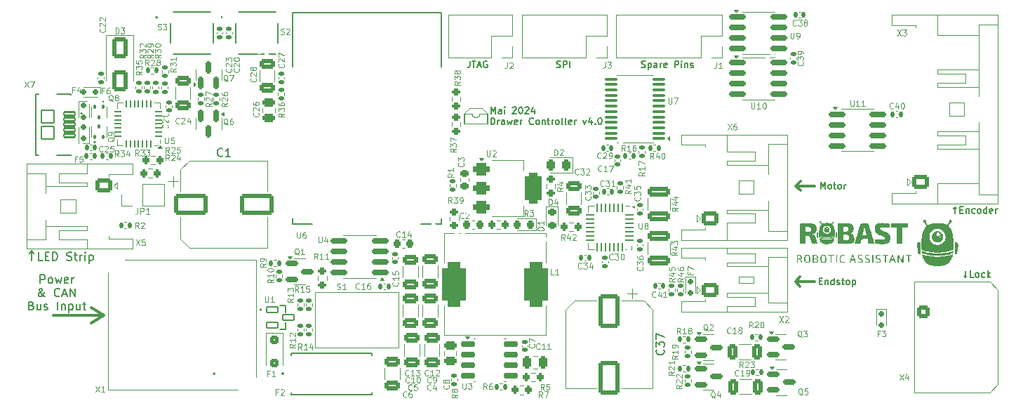
<source format=gto>
%TF.GenerationSoftware,KiCad,Pcbnew,8.0.3-8.0.3-0~ubuntu22.04.1*%
%TF.CreationDate,2024-06-05T11:38:55+02:00*%
%TF.ProjectId,Drawer_Controller_v4,44726177-6572-45f4-936f-6e74726f6c6c,rev?*%
%TF.SameCoordinates,Original*%
%TF.FileFunction,Legend,Top*%
%TF.FilePolarity,Positive*%
%FSLAX46Y46*%
G04 Gerber Fmt 4.6, Leading zero omitted, Abs format (unit mm)*
G04 Created by KiCad (PCBNEW 8.0.3-8.0.3-0~ubuntu22.04.1) date 2024-06-05 11:38:55*
%MOMM*%
%LPD*%
G01*
G04 APERTURE LIST*
G04 Aperture macros list*
%AMRoundRect*
0 Rectangle with rounded corners*
0 $1 Rounding radius*
0 $2 $3 $4 $5 $6 $7 $8 $9 X,Y pos of 4 corners*
0 Add a 4 corners polygon primitive as box body*
4,1,4,$2,$3,$4,$5,$6,$7,$8,$9,$2,$3,0*
0 Add four circle primitives for the rounded corners*
1,1,$1+$1,$2,$3*
1,1,$1+$1,$4,$5*
1,1,$1+$1,$6,$7*
1,1,$1+$1,$8,$9*
0 Add four rect primitives between the rounded corners*
20,1,$1+$1,$2,$3,$4,$5,0*
20,1,$1+$1,$4,$5,$6,$7,0*
20,1,$1+$1,$6,$7,$8,$9,0*
20,1,$1+$1,$8,$9,$2,$3,0*%
%AMFreePoly0*
4,1,17,0.684954,0.832520,0.722008,0.781520,0.727000,0.750000,0.727000,-0.750000,0.707520,-0.809954,0.656520,-0.847008,0.625000,-0.852000,-0.625000,-0.852000,-0.684954,-0.832520,-0.722008,-0.781520,-0.727000,-0.750000,-0.727000,0.750000,-0.707520,0.809954,-0.656520,0.847008,-0.625000,0.852000,0.625000,0.852000,0.684954,0.832520,0.684954,0.832520,$1*%
G04 Aperture macros list end*
%ADD10C,0.160000*%
%ADD11C,0.200000*%
%ADD12C,0.300000*%
%ADD13C,0.130000*%
%ADD14C,0.150000*%
%ADD15C,0.120000*%
%ADD16C,0.127000*%
%ADD17C,0.000000*%
%ADD18C,0.010000*%
%ADD19RoundRect,0.250000X-1.000000X1.750000X-1.000000X-1.750000X1.000000X-1.750000X1.000000X1.750000X0*%
%ADD20RoundRect,0.250000X-1.750000X-1.000000X1.750000X-1.000000X1.750000X1.000000X-1.750000X1.000000X0*%
%ADD21RoundRect,0.140000X0.140000X0.170000X-0.140000X0.170000X-0.140000X-0.170000X0.140000X-0.170000X0*%
%ADD22RoundRect,0.250000X-1.075000X0.312500X-1.075000X-0.312500X1.075000X-0.312500X1.075000X0.312500X0*%
%ADD23RoundRect,0.250000X-0.650000X1.000000X-0.650000X-1.000000X0.650000X-1.000000X0.650000X1.000000X0*%
%ADD24RoundRect,0.250000X0.650000X-0.325000X0.650000X0.325000X-0.650000X0.325000X-0.650000X-0.325000X0*%
%ADD25RoundRect,0.150000X-0.825000X-0.150000X0.825000X-0.150000X0.825000X0.150000X-0.825000X0.150000X0*%
%ADD26RoundRect,0.135000X0.185000X-0.135000X0.185000X0.135000X-0.185000X0.135000X-0.185000X-0.135000X0*%
%ADD27RoundRect,0.150000X-0.587500X-0.150000X0.587500X-0.150000X0.587500X0.150000X-0.587500X0.150000X0*%
%ADD28RoundRect,0.135000X-0.135000X-0.185000X0.135000X-0.185000X0.135000X0.185000X-0.135000X0.185000X0*%
%ADD29R,1.000000X0.750000*%
%ADD30C,2.600000*%
%ADD31C,3.800000*%
%ADD32RoundRect,0.102000X-0.675000X0.200000X-0.675000X-0.200000X0.675000X-0.200000X0.675000X0.200000X0*%
%ADD33O,1.704000X0.954000*%
%ADD34FreePoly0,270.000000*%
%ADD35O,1.004000X1.784000*%
%ADD36RoundRect,0.102000X-0.775000X0.750000X-0.775000X-0.750000X0.775000X-0.750000X0.775000X0.750000X0*%
%ADD37RoundRect,0.150000X0.200000X-0.150000X0.200000X0.150000X-0.200000X0.150000X-0.200000X-0.150000X0*%
%ADD38RoundRect,0.140000X0.170000X-0.140000X0.170000X0.140000X-0.170000X0.140000X-0.170000X-0.140000X0*%
%ADD39RoundRect,0.200000X-0.200000X-0.275000X0.200000X-0.275000X0.200000X0.275000X-0.200000X0.275000X0*%
%ADD40RoundRect,0.250000X-0.650000X0.325000X-0.650000X-0.325000X0.650000X-0.325000X0.650000X0.325000X0*%
%ADD41RoundRect,0.200000X0.275000X-0.200000X0.275000X0.200000X-0.275000X0.200000X-0.275000X-0.200000X0*%
%ADD42RoundRect,0.140000X-0.140000X-0.170000X0.140000X-0.170000X0.140000X0.170000X-0.140000X0.170000X0*%
%ADD43O,2.000000X2.800000*%
%ADD44RoundRect,0.250000X-0.725000X0.600000X-0.725000X-0.600000X0.725000X-0.600000X0.725000X0.600000X0*%
%ADD45O,1.950000X1.700000*%
%ADD46RoundRect,0.140000X-0.170000X0.140000X-0.170000X-0.140000X0.170000X-0.140000X0.170000X0.140000X0*%
%ADD47RoundRect,0.250000X0.325000X0.650000X-0.325000X0.650000X-0.325000X-0.650000X0.325000X-0.650000X0*%
%ADD48RoundRect,0.225000X0.250000X-0.225000X0.250000X0.225000X-0.250000X0.225000X-0.250000X-0.225000X0*%
%ADD49RoundRect,0.150000X-0.150000X0.587500X-0.150000X-0.587500X0.150000X-0.587500X0.150000X0.587500X0*%
%ADD50RoundRect,0.250000X0.475000X-0.250000X0.475000X0.250000X-0.475000X0.250000X-0.475000X-0.250000X0*%
%ADD51C,3.600000*%
%ADD52C,9.200000*%
%ADD53RoundRect,0.375000X-0.625000X-0.375000X0.625000X-0.375000X0.625000X0.375000X-0.625000X0.375000X0*%
%ADD54RoundRect,0.500000X-0.500000X-1.400000X0.500000X-1.400000X0.500000X1.400000X-0.500000X1.400000X0*%
%ADD55RoundRect,0.250000X1.075000X-0.312500X1.075000X0.312500X-1.075000X0.312500X-1.075000X-0.312500X0*%
%ADD56RoundRect,0.135000X-0.185000X0.135000X-0.185000X-0.135000X0.185000X-0.135000X0.185000X0.135000X0*%
%ADD57RoundRect,0.200000X-0.275000X0.200000X-0.275000X-0.200000X0.275000X-0.200000X0.275000X0.200000X0*%
%ADD58R,4.241800X3.810000*%
%ADD59RoundRect,0.225000X-0.225000X-0.250000X0.225000X-0.250000X0.225000X0.250000X-0.225000X0.250000X0*%
%ADD60R,1.700000X1.700000*%
%ADD61O,1.700000X1.700000*%
%ADD62RoundRect,0.250000X-0.250000X-0.475000X0.250000X-0.475000X0.250000X0.475000X-0.250000X0.475000X0*%
%ADD63RoundRect,0.100000X-0.100000X0.155000X-0.100000X-0.155000X0.100000X-0.155000X0.100000X0.155000X0*%
%ADD64R,1.500000X0.900000*%
%ADD65R,0.900000X1.500000*%
%ADD66R,0.900000X0.900000*%
%ADD67RoundRect,0.150000X0.150000X-0.587500X0.150000X0.587500X-0.150000X0.587500X-0.150000X-0.587500X0*%
%ADD68RoundRect,0.243750X0.243750X0.456250X-0.243750X0.456250X-0.243750X-0.456250X0.243750X-0.456250X0*%
%ADD69RoundRect,0.218750X0.218750X0.256250X-0.218750X0.256250X-0.218750X-0.256250X0.218750X-0.256250X0*%
%ADD70RoundRect,0.250000X0.725000X-0.600000X0.725000X0.600000X-0.725000X0.600000X-0.725000X-0.600000X0*%
%ADD71RoundRect,0.725000X-0.725000X1.975000X-0.725000X-1.975000X0.725000X-1.975000X0.725000X1.975000X0*%
%ADD72RoundRect,0.135000X0.135000X0.185000X-0.135000X0.185000X-0.135000X-0.185000X0.135000X-0.185000X0*%
%ADD73RoundRect,0.062500X-0.062500X0.412500X-0.062500X-0.412500X0.062500X-0.412500X0.062500X0.412500X0*%
%ADD74RoundRect,0.062500X-0.412500X0.062500X-0.412500X-0.062500X0.412500X-0.062500X0.412500X0.062500X0*%
%ADD75R,3.100000X3.100000*%
%ADD76C,2.000000*%
%ADD77RoundRect,0.062500X0.337500X0.062500X-0.337500X0.062500X-0.337500X-0.062500X0.337500X-0.062500X0*%
%ADD78RoundRect,0.062500X0.062500X0.337500X-0.062500X0.337500X-0.062500X-0.337500X0.062500X-0.337500X0*%
%ADD79R,3.350000X3.350000*%
%ADD80C,3.000000*%
%ADD81RoundRect,0.250001X-0.499999X0.499999X-0.499999X-0.499999X0.499999X-0.499999X0.499999X0.499999X0*%
%ADD82C,1.500000*%
%ADD83RoundRect,0.250000X-0.300000X0.300000X-0.300000X-0.300000X0.300000X-0.300000X0.300000X0.300000X0*%
%ADD84RoundRect,0.150000X0.825000X0.150000X-0.825000X0.150000X-0.825000X-0.150000X0.825000X-0.150000X0*%
%ADD85RoundRect,0.250000X-0.475000X0.250000X-0.475000X-0.250000X0.475000X-0.250000X0.475000X0.250000X0*%
%ADD86RoundRect,0.055580X-0.676420X-0.341420X0.676420X-0.341420X0.676420X0.341420X-0.676420X0.341420X0*%
%ADD87RoundRect,0.218750X-0.256250X0.218750X-0.256250X-0.218750X0.256250X-0.218750X0.256250X0.218750X0*%
%ADD88R,2.400000X3.100000*%
%ADD89RoundRect,0.150000X-0.737500X-0.150000X0.737500X-0.150000X0.737500X0.150000X-0.737500X0.150000X0*%
%ADD90RoundRect,0.100000X0.637500X0.100000X-0.637500X0.100000X-0.637500X-0.100000X0.637500X-0.100000X0*%
%ADD91RoundRect,0.150000X-0.150000X-0.200000X0.150000X-0.200000X0.150000X0.200000X-0.150000X0.200000X0*%
%ADD92RoundRect,0.200000X0.200000X0.275000X-0.200000X0.275000X-0.200000X-0.275000X0.200000X-0.275000X0*%
%ADD93RoundRect,0.150000X-0.200000X0.150000X-0.200000X-0.150000X0.200000X-0.150000X0.200000X0.150000X0*%
%ADD94C,3.250000*%
%ADD95C,1.612000*%
%ADD96C,2.304000*%
%ADD97RoundRect,0.225000X0.225000X0.250000X-0.225000X0.250000X-0.225000X-0.250000X0.225000X-0.250000X0*%
%ADD98RoundRect,0.100000X0.100000X-0.155000X0.100000X0.155000X-0.100000X0.155000X-0.100000X-0.155000X0*%
%ADD99C,0.600000*%
G04 APERTURE END LIST*
D10*
X214676691Y-132343775D02*
X214295739Y-132343775D01*
X214295739Y-132343775D02*
X214295739Y-131543775D01*
X215057643Y-132343775D02*
X214981453Y-132305680D01*
X214981453Y-132305680D02*
X214943358Y-132267584D01*
X214943358Y-132267584D02*
X214905262Y-132191394D01*
X214905262Y-132191394D02*
X214905262Y-131962822D01*
X214905262Y-131962822D02*
X214943358Y-131886632D01*
X214943358Y-131886632D02*
X214981453Y-131848537D01*
X214981453Y-131848537D02*
X215057643Y-131810441D01*
X215057643Y-131810441D02*
X215171929Y-131810441D01*
X215171929Y-131810441D02*
X215248120Y-131848537D01*
X215248120Y-131848537D02*
X215286215Y-131886632D01*
X215286215Y-131886632D02*
X215324310Y-131962822D01*
X215324310Y-131962822D02*
X215324310Y-132191394D01*
X215324310Y-132191394D02*
X215286215Y-132267584D01*
X215286215Y-132267584D02*
X215248120Y-132305680D01*
X215248120Y-132305680D02*
X215171929Y-132343775D01*
X215171929Y-132343775D02*
X215057643Y-132343775D01*
X216010025Y-132305680D02*
X215933834Y-132343775D01*
X215933834Y-132343775D02*
X215781453Y-132343775D01*
X215781453Y-132343775D02*
X215705263Y-132305680D01*
X215705263Y-132305680D02*
X215667168Y-132267584D01*
X215667168Y-132267584D02*
X215629072Y-132191394D01*
X215629072Y-132191394D02*
X215629072Y-131962822D01*
X215629072Y-131962822D02*
X215667168Y-131886632D01*
X215667168Y-131886632D02*
X215705263Y-131848537D01*
X215705263Y-131848537D02*
X215781453Y-131810441D01*
X215781453Y-131810441D02*
X215933834Y-131810441D01*
X215933834Y-131810441D02*
X216010025Y-131848537D01*
X216352882Y-132343775D02*
X216352882Y-131543775D01*
X216429072Y-132039013D02*
X216657644Y-132343775D01*
X216657644Y-131810441D02*
X216352882Y-132115203D01*
D11*
X102314285Y-130342219D02*
X101838095Y-130342219D01*
X101838095Y-130342219D02*
X101838095Y-129342219D01*
X102647619Y-129818409D02*
X102980952Y-129818409D01*
X103123809Y-130342219D02*
X102647619Y-130342219D01*
X102647619Y-130342219D02*
X102647619Y-129342219D01*
X102647619Y-129342219D02*
X103123809Y-129342219D01*
X103552381Y-130342219D02*
X103552381Y-129342219D01*
X103552381Y-129342219D02*
X103790476Y-129342219D01*
X103790476Y-129342219D02*
X103933333Y-129389838D01*
X103933333Y-129389838D02*
X104028571Y-129485076D01*
X104028571Y-129485076D02*
X104076190Y-129580314D01*
X104076190Y-129580314D02*
X104123809Y-129770790D01*
X104123809Y-129770790D02*
X104123809Y-129913647D01*
X104123809Y-129913647D02*
X104076190Y-130104123D01*
X104076190Y-130104123D02*
X104028571Y-130199361D01*
X104028571Y-130199361D02*
X103933333Y-130294600D01*
X103933333Y-130294600D02*
X103790476Y-130342219D01*
X103790476Y-130342219D02*
X103552381Y-130342219D01*
X105266667Y-130294600D02*
X105409524Y-130342219D01*
X105409524Y-130342219D02*
X105647619Y-130342219D01*
X105647619Y-130342219D02*
X105742857Y-130294600D01*
X105742857Y-130294600D02*
X105790476Y-130246980D01*
X105790476Y-130246980D02*
X105838095Y-130151742D01*
X105838095Y-130151742D02*
X105838095Y-130056504D01*
X105838095Y-130056504D02*
X105790476Y-129961266D01*
X105790476Y-129961266D02*
X105742857Y-129913647D01*
X105742857Y-129913647D02*
X105647619Y-129866028D01*
X105647619Y-129866028D02*
X105457143Y-129818409D01*
X105457143Y-129818409D02*
X105361905Y-129770790D01*
X105361905Y-129770790D02*
X105314286Y-129723171D01*
X105314286Y-129723171D02*
X105266667Y-129627933D01*
X105266667Y-129627933D02*
X105266667Y-129532695D01*
X105266667Y-129532695D02*
X105314286Y-129437457D01*
X105314286Y-129437457D02*
X105361905Y-129389838D01*
X105361905Y-129389838D02*
X105457143Y-129342219D01*
X105457143Y-129342219D02*
X105695238Y-129342219D01*
X105695238Y-129342219D02*
X105838095Y-129389838D01*
X106123810Y-129675552D02*
X106504762Y-129675552D01*
X106266667Y-129342219D02*
X106266667Y-130199361D01*
X106266667Y-130199361D02*
X106314286Y-130294600D01*
X106314286Y-130294600D02*
X106409524Y-130342219D01*
X106409524Y-130342219D02*
X106504762Y-130342219D01*
X106838096Y-130342219D02*
X106838096Y-129675552D01*
X106838096Y-129866028D02*
X106885715Y-129770790D01*
X106885715Y-129770790D02*
X106933334Y-129723171D01*
X106933334Y-129723171D02*
X107028572Y-129675552D01*
X107028572Y-129675552D02*
X107123810Y-129675552D01*
X107457144Y-130342219D02*
X107457144Y-129675552D01*
X107457144Y-129342219D02*
X107409525Y-129389838D01*
X107409525Y-129389838D02*
X107457144Y-129437457D01*
X107457144Y-129437457D02*
X107504763Y-129389838D01*
X107504763Y-129389838D02*
X107457144Y-129342219D01*
X107457144Y-129342219D02*
X107457144Y-129437457D01*
X107933334Y-129675552D02*
X107933334Y-130675552D01*
X107933334Y-129723171D02*
X108028572Y-129675552D01*
X108028572Y-129675552D02*
X108219048Y-129675552D01*
X108219048Y-129675552D02*
X108314286Y-129723171D01*
X108314286Y-129723171D02*
X108361905Y-129770790D01*
X108361905Y-129770790D02*
X108409524Y-129866028D01*
X108409524Y-129866028D02*
X108409524Y-130151742D01*
X108409524Y-130151742D02*
X108361905Y-130246980D01*
X108361905Y-130246980D02*
X108314286Y-130294600D01*
X108314286Y-130294600D02*
X108219048Y-130342219D01*
X108219048Y-130342219D02*
X108028572Y-130342219D01*
X108028572Y-130342219D02*
X107933334Y-130294600D01*
D12*
X195468457Y-121329510D02*
X193182742Y-121329510D01*
X193754171Y-121900939D02*
X193182742Y-121329510D01*
X193182742Y-121329510D02*
X193754171Y-120758082D01*
X103635114Y-136957393D02*
X109730352Y-136957393D01*
X108206542Y-136005012D02*
X109730352Y-136957393D01*
X109730352Y-136957393D02*
X108206542Y-137909774D01*
D13*
X174587906Y-107032240D02*
X174702192Y-107070335D01*
X174702192Y-107070335D02*
X174892668Y-107070335D01*
X174892668Y-107070335D02*
X174968859Y-107032240D01*
X174968859Y-107032240D02*
X175006954Y-106994144D01*
X175006954Y-106994144D02*
X175045049Y-106917954D01*
X175045049Y-106917954D02*
X175045049Y-106841763D01*
X175045049Y-106841763D02*
X175006954Y-106765573D01*
X175006954Y-106765573D02*
X174968859Y-106727478D01*
X174968859Y-106727478D02*
X174892668Y-106689382D01*
X174892668Y-106689382D02*
X174740287Y-106651287D01*
X174740287Y-106651287D02*
X174664097Y-106613192D01*
X174664097Y-106613192D02*
X174626002Y-106575097D01*
X174626002Y-106575097D02*
X174587906Y-106498906D01*
X174587906Y-106498906D02*
X174587906Y-106422716D01*
X174587906Y-106422716D02*
X174626002Y-106346525D01*
X174626002Y-106346525D02*
X174664097Y-106308430D01*
X174664097Y-106308430D02*
X174740287Y-106270335D01*
X174740287Y-106270335D02*
X174930764Y-106270335D01*
X174930764Y-106270335D02*
X175045049Y-106308430D01*
X175387907Y-106537001D02*
X175387907Y-107337001D01*
X175387907Y-106575097D02*
X175464097Y-106537001D01*
X175464097Y-106537001D02*
X175616478Y-106537001D01*
X175616478Y-106537001D02*
X175692669Y-106575097D01*
X175692669Y-106575097D02*
X175730764Y-106613192D01*
X175730764Y-106613192D02*
X175768859Y-106689382D01*
X175768859Y-106689382D02*
X175768859Y-106917954D01*
X175768859Y-106917954D02*
X175730764Y-106994144D01*
X175730764Y-106994144D02*
X175692669Y-107032240D01*
X175692669Y-107032240D02*
X175616478Y-107070335D01*
X175616478Y-107070335D02*
X175464097Y-107070335D01*
X175464097Y-107070335D02*
X175387907Y-107032240D01*
X176454574Y-107070335D02*
X176454574Y-106651287D01*
X176454574Y-106651287D02*
X176416479Y-106575097D01*
X176416479Y-106575097D02*
X176340288Y-106537001D01*
X176340288Y-106537001D02*
X176187907Y-106537001D01*
X176187907Y-106537001D02*
X176111717Y-106575097D01*
X176454574Y-107032240D02*
X176378383Y-107070335D01*
X176378383Y-107070335D02*
X176187907Y-107070335D01*
X176187907Y-107070335D02*
X176111717Y-107032240D01*
X176111717Y-107032240D02*
X176073621Y-106956049D01*
X176073621Y-106956049D02*
X176073621Y-106879859D01*
X176073621Y-106879859D02*
X176111717Y-106803668D01*
X176111717Y-106803668D02*
X176187907Y-106765573D01*
X176187907Y-106765573D02*
X176378383Y-106765573D01*
X176378383Y-106765573D02*
X176454574Y-106727478D01*
X176835527Y-107070335D02*
X176835527Y-106537001D01*
X176835527Y-106689382D02*
X176873622Y-106613192D01*
X176873622Y-106613192D02*
X176911717Y-106575097D01*
X176911717Y-106575097D02*
X176987908Y-106537001D01*
X176987908Y-106537001D02*
X177064098Y-106537001D01*
X177635527Y-107032240D02*
X177559336Y-107070335D01*
X177559336Y-107070335D02*
X177406955Y-107070335D01*
X177406955Y-107070335D02*
X177330765Y-107032240D01*
X177330765Y-107032240D02*
X177292669Y-106956049D01*
X177292669Y-106956049D02*
X177292669Y-106651287D01*
X177292669Y-106651287D02*
X177330765Y-106575097D01*
X177330765Y-106575097D02*
X177406955Y-106537001D01*
X177406955Y-106537001D02*
X177559336Y-106537001D01*
X177559336Y-106537001D02*
X177635527Y-106575097D01*
X177635527Y-106575097D02*
X177673622Y-106651287D01*
X177673622Y-106651287D02*
X177673622Y-106727478D01*
X177673622Y-106727478D02*
X177292669Y-106803668D01*
X178626003Y-107070335D02*
X178626003Y-106270335D01*
X178626003Y-106270335D02*
X178930765Y-106270335D01*
X178930765Y-106270335D02*
X179006955Y-106308430D01*
X179006955Y-106308430D02*
X179045050Y-106346525D01*
X179045050Y-106346525D02*
X179083146Y-106422716D01*
X179083146Y-106422716D02*
X179083146Y-106537001D01*
X179083146Y-106537001D02*
X179045050Y-106613192D01*
X179045050Y-106613192D02*
X179006955Y-106651287D01*
X179006955Y-106651287D02*
X178930765Y-106689382D01*
X178930765Y-106689382D02*
X178626003Y-106689382D01*
X179426003Y-107070335D02*
X179426003Y-106537001D01*
X179426003Y-106270335D02*
X179387907Y-106308430D01*
X179387907Y-106308430D02*
X179426003Y-106346525D01*
X179426003Y-106346525D02*
X179464098Y-106308430D01*
X179464098Y-106308430D02*
X179426003Y-106270335D01*
X179426003Y-106270335D02*
X179426003Y-106346525D01*
X179806955Y-106537001D02*
X179806955Y-107070335D01*
X179806955Y-106613192D02*
X179845050Y-106575097D01*
X179845050Y-106575097D02*
X179921240Y-106537001D01*
X179921240Y-106537001D02*
X180035526Y-106537001D01*
X180035526Y-106537001D02*
X180111717Y-106575097D01*
X180111717Y-106575097D02*
X180149812Y-106651287D01*
X180149812Y-106651287D02*
X180149812Y-107070335D01*
X180492669Y-107032240D02*
X180568860Y-107070335D01*
X180568860Y-107070335D02*
X180721241Y-107070335D01*
X180721241Y-107070335D02*
X180797431Y-107032240D01*
X180797431Y-107032240D02*
X180835527Y-106956049D01*
X180835527Y-106956049D02*
X180835527Y-106917954D01*
X180835527Y-106917954D02*
X180797431Y-106841763D01*
X180797431Y-106841763D02*
X180721241Y-106803668D01*
X180721241Y-106803668D02*
X180606955Y-106803668D01*
X180606955Y-106803668D02*
X180530765Y-106765573D01*
X180530765Y-106765573D02*
X180492669Y-106689382D01*
X180492669Y-106689382D02*
X180492669Y-106651287D01*
X180492669Y-106651287D02*
X180530765Y-106575097D01*
X180530765Y-106575097D02*
X180606955Y-106537001D01*
X180606955Y-106537001D02*
X180721241Y-106537001D01*
X180721241Y-106537001D02*
X180797431Y-106575097D01*
D10*
X196045739Y-132824727D02*
X196312405Y-132824727D01*
X196426691Y-133243775D02*
X196045739Y-133243775D01*
X196045739Y-133243775D02*
X196045739Y-132443775D01*
X196045739Y-132443775D02*
X196426691Y-132443775D01*
X196769549Y-132710441D02*
X196769549Y-133243775D01*
X196769549Y-132786632D02*
X196807644Y-132748537D01*
X196807644Y-132748537D02*
X196883834Y-132710441D01*
X196883834Y-132710441D02*
X196998120Y-132710441D01*
X196998120Y-132710441D02*
X197074311Y-132748537D01*
X197074311Y-132748537D02*
X197112406Y-132824727D01*
X197112406Y-132824727D02*
X197112406Y-133243775D01*
X197836216Y-133243775D02*
X197836216Y-132443775D01*
X197836216Y-133205680D02*
X197760025Y-133243775D01*
X197760025Y-133243775D02*
X197607644Y-133243775D01*
X197607644Y-133243775D02*
X197531454Y-133205680D01*
X197531454Y-133205680D02*
X197493359Y-133167584D01*
X197493359Y-133167584D02*
X197455263Y-133091394D01*
X197455263Y-133091394D02*
X197455263Y-132862822D01*
X197455263Y-132862822D02*
X197493359Y-132786632D01*
X197493359Y-132786632D02*
X197531454Y-132748537D01*
X197531454Y-132748537D02*
X197607644Y-132710441D01*
X197607644Y-132710441D02*
X197760025Y-132710441D01*
X197760025Y-132710441D02*
X197836216Y-132748537D01*
X198179073Y-133205680D02*
X198255264Y-133243775D01*
X198255264Y-133243775D02*
X198407645Y-133243775D01*
X198407645Y-133243775D02*
X198483835Y-133205680D01*
X198483835Y-133205680D02*
X198521931Y-133129489D01*
X198521931Y-133129489D02*
X198521931Y-133091394D01*
X198521931Y-133091394D02*
X198483835Y-133015203D01*
X198483835Y-133015203D02*
X198407645Y-132977108D01*
X198407645Y-132977108D02*
X198293359Y-132977108D01*
X198293359Y-132977108D02*
X198217169Y-132939013D01*
X198217169Y-132939013D02*
X198179073Y-132862822D01*
X198179073Y-132862822D02*
X198179073Y-132824727D01*
X198179073Y-132824727D02*
X198217169Y-132748537D01*
X198217169Y-132748537D02*
X198293359Y-132710441D01*
X198293359Y-132710441D02*
X198407645Y-132710441D01*
X198407645Y-132710441D02*
X198483835Y-132748537D01*
X198750502Y-132710441D02*
X199055264Y-132710441D01*
X198864788Y-132443775D02*
X198864788Y-133129489D01*
X198864788Y-133129489D02*
X198902883Y-133205680D01*
X198902883Y-133205680D02*
X198979073Y-133243775D01*
X198979073Y-133243775D02*
X199055264Y-133243775D01*
X199436216Y-133243775D02*
X199360026Y-133205680D01*
X199360026Y-133205680D02*
X199321931Y-133167584D01*
X199321931Y-133167584D02*
X199283835Y-133091394D01*
X199283835Y-133091394D02*
X199283835Y-132862822D01*
X199283835Y-132862822D02*
X199321931Y-132786632D01*
X199321931Y-132786632D02*
X199360026Y-132748537D01*
X199360026Y-132748537D02*
X199436216Y-132710441D01*
X199436216Y-132710441D02*
X199550502Y-132710441D01*
X199550502Y-132710441D02*
X199626693Y-132748537D01*
X199626693Y-132748537D02*
X199664788Y-132786632D01*
X199664788Y-132786632D02*
X199702883Y-132862822D01*
X199702883Y-132862822D02*
X199702883Y-133091394D01*
X199702883Y-133091394D02*
X199664788Y-133167584D01*
X199664788Y-133167584D02*
X199626693Y-133205680D01*
X199626693Y-133205680D02*
X199550502Y-133243775D01*
X199550502Y-133243775D02*
X199436216Y-133243775D01*
X200045741Y-132710441D02*
X200045741Y-133510441D01*
X200045741Y-132748537D02*
X200121931Y-132710441D01*
X200121931Y-132710441D02*
X200274312Y-132710441D01*
X200274312Y-132710441D02*
X200350503Y-132748537D01*
X200350503Y-132748537D02*
X200388598Y-132786632D01*
X200388598Y-132786632D02*
X200426693Y-132862822D01*
X200426693Y-132862822D02*
X200426693Y-133091394D01*
X200426693Y-133091394D02*
X200388598Y-133167584D01*
X200388598Y-133167584D02*
X200350503Y-133205680D01*
X200350503Y-133205680D02*
X200274312Y-133243775D01*
X200274312Y-133243775D02*
X200121931Y-133243775D01*
X200121931Y-133243775D02*
X200045741Y-133205680D01*
D14*
X213692731Y-131607914D02*
X213692731Y-132369819D01*
X213883207Y-132179342D02*
X213692731Y-132369819D01*
X213692731Y-132369819D02*
X213502255Y-132179342D01*
D11*
X102048809Y-133072331D02*
X102048809Y-132072331D01*
X102048809Y-132072331D02*
X102429761Y-132072331D01*
X102429761Y-132072331D02*
X102524999Y-132119950D01*
X102524999Y-132119950D02*
X102572618Y-132167569D01*
X102572618Y-132167569D02*
X102620237Y-132262807D01*
X102620237Y-132262807D02*
X102620237Y-132405664D01*
X102620237Y-132405664D02*
X102572618Y-132500902D01*
X102572618Y-132500902D02*
X102524999Y-132548521D01*
X102524999Y-132548521D02*
X102429761Y-132596140D01*
X102429761Y-132596140D02*
X102048809Y-132596140D01*
X103191666Y-133072331D02*
X103096428Y-133024712D01*
X103096428Y-133024712D02*
X103048809Y-132977092D01*
X103048809Y-132977092D02*
X103001190Y-132881854D01*
X103001190Y-132881854D02*
X103001190Y-132596140D01*
X103001190Y-132596140D02*
X103048809Y-132500902D01*
X103048809Y-132500902D02*
X103096428Y-132453283D01*
X103096428Y-132453283D02*
X103191666Y-132405664D01*
X103191666Y-132405664D02*
X103334523Y-132405664D01*
X103334523Y-132405664D02*
X103429761Y-132453283D01*
X103429761Y-132453283D02*
X103477380Y-132500902D01*
X103477380Y-132500902D02*
X103524999Y-132596140D01*
X103524999Y-132596140D02*
X103524999Y-132881854D01*
X103524999Y-132881854D02*
X103477380Y-132977092D01*
X103477380Y-132977092D02*
X103429761Y-133024712D01*
X103429761Y-133024712D02*
X103334523Y-133072331D01*
X103334523Y-133072331D02*
X103191666Y-133072331D01*
X103858333Y-132405664D02*
X104048809Y-133072331D01*
X104048809Y-133072331D02*
X104239285Y-132596140D01*
X104239285Y-132596140D02*
X104429761Y-133072331D01*
X104429761Y-133072331D02*
X104620237Y-132405664D01*
X105382142Y-133024712D02*
X105286904Y-133072331D01*
X105286904Y-133072331D02*
X105096428Y-133072331D01*
X105096428Y-133072331D02*
X105001190Y-133024712D01*
X105001190Y-133024712D02*
X104953571Y-132929473D01*
X104953571Y-132929473D02*
X104953571Y-132548521D01*
X104953571Y-132548521D02*
X105001190Y-132453283D01*
X105001190Y-132453283D02*
X105096428Y-132405664D01*
X105096428Y-132405664D02*
X105286904Y-132405664D01*
X105286904Y-132405664D02*
X105382142Y-132453283D01*
X105382142Y-132453283D02*
X105429761Y-132548521D01*
X105429761Y-132548521D02*
X105429761Y-132643759D01*
X105429761Y-132643759D02*
X104953571Y-132738997D01*
X105858333Y-133072331D02*
X105858333Y-132405664D01*
X105858333Y-132596140D02*
X105905952Y-132500902D01*
X105905952Y-132500902D02*
X105953571Y-132453283D01*
X105953571Y-132453283D02*
X106048809Y-132405664D01*
X106048809Y-132405664D02*
X106144047Y-132405664D01*
X102620238Y-134682275D02*
X102572619Y-134682275D01*
X102572619Y-134682275D02*
X102477380Y-134634656D01*
X102477380Y-134634656D02*
X102334523Y-134491798D01*
X102334523Y-134491798D02*
X102096428Y-134206084D01*
X102096428Y-134206084D02*
X102001190Y-134063227D01*
X102001190Y-134063227D02*
X101953571Y-133920370D01*
X101953571Y-133920370D02*
X101953571Y-133825132D01*
X101953571Y-133825132D02*
X102001190Y-133729894D01*
X102001190Y-133729894D02*
X102096428Y-133682275D01*
X102096428Y-133682275D02*
X102144047Y-133682275D01*
X102144047Y-133682275D02*
X102239285Y-133729894D01*
X102239285Y-133729894D02*
X102286904Y-133825132D01*
X102286904Y-133825132D02*
X102286904Y-133872751D01*
X102286904Y-133872751D02*
X102239285Y-133967989D01*
X102239285Y-133967989D02*
X102191666Y-134015608D01*
X102191666Y-134015608D02*
X101905952Y-134206084D01*
X101905952Y-134206084D02*
X101858333Y-134253703D01*
X101858333Y-134253703D02*
X101810714Y-134348941D01*
X101810714Y-134348941D02*
X101810714Y-134491798D01*
X101810714Y-134491798D02*
X101858333Y-134587036D01*
X101858333Y-134587036D02*
X101905952Y-134634656D01*
X101905952Y-134634656D02*
X102001190Y-134682275D01*
X102001190Y-134682275D02*
X102144047Y-134682275D01*
X102144047Y-134682275D02*
X102239285Y-134634656D01*
X102239285Y-134634656D02*
X102286904Y-134587036D01*
X102286904Y-134587036D02*
X102429761Y-134396560D01*
X102429761Y-134396560D02*
X102477380Y-134253703D01*
X102477380Y-134253703D02*
X102477380Y-134158465D01*
X104382142Y-134587036D02*
X104334523Y-134634656D01*
X104334523Y-134634656D02*
X104191666Y-134682275D01*
X104191666Y-134682275D02*
X104096428Y-134682275D01*
X104096428Y-134682275D02*
X103953571Y-134634656D01*
X103953571Y-134634656D02*
X103858333Y-134539417D01*
X103858333Y-134539417D02*
X103810714Y-134444179D01*
X103810714Y-134444179D02*
X103763095Y-134253703D01*
X103763095Y-134253703D02*
X103763095Y-134110846D01*
X103763095Y-134110846D02*
X103810714Y-133920370D01*
X103810714Y-133920370D02*
X103858333Y-133825132D01*
X103858333Y-133825132D02*
X103953571Y-133729894D01*
X103953571Y-133729894D02*
X104096428Y-133682275D01*
X104096428Y-133682275D02*
X104191666Y-133682275D01*
X104191666Y-133682275D02*
X104334523Y-133729894D01*
X104334523Y-133729894D02*
X104382142Y-133777513D01*
X104763095Y-134396560D02*
X105239285Y-134396560D01*
X104667857Y-134682275D02*
X105001190Y-133682275D01*
X105001190Y-133682275D02*
X105334523Y-134682275D01*
X105667857Y-134682275D02*
X105667857Y-133682275D01*
X105667857Y-133682275D02*
X106239285Y-134682275D01*
X106239285Y-134682275D02*
X106239285Y-133682275D01*
X100977380Y-135768409D02*
X101120237Y-135816028D01*
X101120237Y-135816028D02*
X101167856Y-135863647D01*
X101167856Y-135863647D02*
X101215475Y-135958885D01*
X101215475Y-135958885D02*
X101215475Y-136101742D01*
X101215475Y-136101742D02*
X101167856Y-136196980D01*
X101167856Y-136196980D02*
X101120237Y-136244600D01*
X101120237Y-136244600D02*
X101024999Y-136292219D01*
X101024999Y-136292219D02*
X100644047Y-136292219D01*
X100644047Y-136292219D02*
X100644047Y-135292219D01*
X100644047Y-135292219D02*
X100977380Y-135292219D01*
X100977380Y-135292219D02*
X101072618Y-135339838D01*
X101072618Y-135339838D02*
X101120237Y-135387457D01*
X101120237Y-135387457D02*
X101167856Y-135482695D01*
X101167856Y-135482695D02*
X101167856Y-135577933D01*
X101167856Y-135577933D02*
X101120237Y-135673171D01*
X101120237Y-135673171D02*
X101072618Y-135720790D01*
X101072618Y-135720790D02*
X100977380Y-135768409D01*
X100977380Y-135768409D02*
X100644047Y-135768409D01*
X102072618Y-135625552D02*
X102072618Y-136292219D01*
X101644047Y-135625552D02*
X101644047Y-136149361D01*
X101644047Y-136149361D02*
X101691666Y-136244600D01*
X101691666Y-136244600D02*
X101786904Y-136292219D01*
X101786904Y-136292219D02*
X101929761Y-136292219D01*
X101929761Y-136292219D02*
X102024999Y-136244600D01*
X102024999Y-136244600D02*
X102072618Y-136196980D01*
X102501190Y-136244600D02*
X102596428Y-136292219D01*
X102596428Y-136292219D02*
X102786904Y-136292219D01*
X102786904Y-136292219D02*
X102882142Y-136244600D01*
X102882142Y-136244600D02*
X102929761Y-136149361D01*
X102929761Y-136149361D02*
X102929761Y-136101742D01*
X102929761Y-136101742D02*
X102882142Y-136006504D01*
X102882142Y-136006504D02*
X102786904Y-135958885D01*
X102786904Y-135958885D02*
X102644047Y-135958885D01*
X102644047Y-135958885D02*
X102548809Y-135911266D01*
X102548809Y-135911266D02*
X102501190Y-135816028D01*
X102501190Y-135816028D02*
X102501190Y-135768409D01*
X102501190Y-135768409D02*
X102548809Y-135673171D01*
X102548809Y-135673171D02*
X102644047Y-135625552D01*
X102644047Y-135625552D02*
X102786904Y-135625552D01*
X102786904Y-135625552D02*
X102882142Y-135673171D01*
X104120238Y-136292219D02*
X104120238Y-135292219D01*
X104596428Y-135625552D02*
X104596428Y-136292219D01*
X104596428Y-135720790D02*
X104644047Y-135673171D01*
X104644047Y-135673171D02*
X104739285Y-135625552D01*
X104739285Y-135625552D02*
X104882142Y-135625552D01*
X104882142Y-135625552D02*
X104977380Y-135673171D01*
X104977380Y-135673171D02*
X105024999Y-135768409D01*
X105024999Y-135768409D02*
X105024999Y-136292219D01*
X105501190Y-135625552D02*
X105501190Y-136625552D01*
X105501190Y-135673171D02*
X105596428Y-135625552D01*
X105596428Y-135625552D02*
X105786904Y-135625552D01*
X105786904Y-135625552D02*
X105882142Y-135673171D01*
X105882142Y-135673171D02*
X105929761Y-135720790D01*
X105929761Y-135720790D02*
X105977380Y-135816028D01*
X105977380Y-135816028D02*
X105977380Y-136101742D01*
X105977380Y-136101742D02*
X105929761Y-136196980D01*
X105929761Y-136196980D02*
X105882142Y-136244600D01*
X105882142Y-136244600D02*
X105786904Y-136292219D01*
X105786904Y-136292219D02*
X105596428Y-136292219D01*
X105596428Y-136292219D02*
X105501190Y-136244600D01*
X106834523Y-135625552D02*
X106834523Y-136292219D01*
X106405952Y-135625552D02*
X106405952Y-136149361D01*
X106405952Y-136149361D02*
X106453571Y-136244600D01*
X106453571Y-136244600D02*
X106548809Y-136292219D01*
X106548809Y-136292219D02*
X106691666Y-136292219D01*
X106691666Y-136292219D02*
X106786904Y-136244600D01*
X106786904Y-136244600D02*
X106834523Y-136196980D01*
X107167857Y-135625552D02*
X107548809Y-135625552D01*
X107310714Y-135292219D02*
X107310714Y-136149361D01*
X107310714Y-136149361D02*
X107358333Y-136244600D01*
X107358333Y-136244600D02*
X107453571Y-136292219D01*
X107453571Y-136292219D02*
X107548809Y-136292219D01*
D13*
X153879573Y-106270335D02*
X153879573Y-106841763D01*
X153879573Y-106841763D02*
X153841478Y-106956049D01*
X153841478Y-106956049D02*
X153765287Y-107032240D01*
X153765287Y-107032240D02*
X153651002Y-107070335D01*
X153651002Y-107070335D02*
X153574811Y-107070335D01*
X154146240Y-106270335D02*
X154603383Y-106270335D01*
X154374811Y-107070335D02*
X154374811Y-106270335D01*
X154831954Y-106841763D02*
X155212907Y-106841763D01*
X154755764Y-107070335D02*
X155022431Y-106270335D01*
X155022431Y-106270335D02*
X155289097Y-107070335D01*
X155974811Y-106308430D02*
X155898621Y-106270335D01*
X155898621Y-106270335D02*
X155784335Y-106270335D01*
X155784335Y-106270335D02*
X155670049Y-106308430D01*
X155670049Y-106308430D02*
X155593859Y-106384620D01*
X155593859Y-106384620D02*
X155555764Y-106460811D01*
X155555764Y-106460811D02*
X155517668Y-106613192D01*
X155517668Y-106613192D02*
X155517668Y-106727478D01*
X155517668Y-106727478D02*
X155555764Y-106879859D01*
X155555764Y-106879859D02*
X155593859Y-106956049D01*
X155593859Y-106956049D02*
X155670049Y-107032240D01*
X155670049Y-107032240D02*
X155784335Y-107070335D01*
X155784335Y-107070335D02*
X155860526Y-107070335D01*
X155860526Y-107070335D02*
X155974811Y-107032240D01*
X155974811Y-107032240D02*
X156012907Y-106994144D01*
X156012907Y-106994144D02*
X156012907Y-106727478D01*
X156012907Y-106727478D02*
X155860526Y-106727478D01*
D14*
X212432268Y-124642085D02*
X212432268Y-123880180D01*
X212241792Y-124070657D02*
X212432268Y-123880180D01*
X212432268Y-123880180D02*
X212622744Y-124070657D01*
D13*
X164337906Y-107032240D02*
X164452192Y-107070335D01*
X164452192Y-107070335D02*
X164642668Y-107070335D01*
X164642668Y-107070335D02*
X164718859Y-107032240D01*
X164718859Y-107032240D02*
X164756954Y-106994144D01*
X164756954Y-106994144D02*
X164795049Y-106917954D01*
X164795049Y-106917954D02*
X164795049Y-106841763D01*
X164795049Y-106841763D02*
X164756954Y-106765573D01*
X164756954Y-106765573D02*
X164718859Y-106727478D01*
X164718859Y-106727478D02*
X164642668Y-106689382D01*
X164642668Y-106689382D02*
X164490287Y-106651287D01*
X164490287Y-106651287D02*
X164414097Y-106613192D01*
X164414097Y-106613192D02*
X164376002Y-106575097D01*
X164376002Y-106575097D02*
X164337906Y-106498906D01*
X164337906Y-106498906D02*
X164337906Y-106422716D01*
X164337906Y-106422716D02*
X164376002Y-106346525D01*
X164376002Y-106346525D02*
X164414097Y-106308430D01*
X164414097Y-106308430D02*
X164490287Y-106270335D01*
X164490287Y-106270335D02*
X164680764Y-106270335D01*
X164680764Y-106270335D02*
X164795049Y-106308430D01*
X165137907Y-107070335D02*
X165137907Y-106270335D01*
X165137907Y-106270335D02*
X165442669Y-106270335D01*
X165442669Y-106270335D02*
X165518859Y-106308430D01*
X165518859Y-106308430D02*
X165556954Y-106346525D01*
X165556954Y-106346525D02*
X165595050Y-106422716D01*
X165595050Y-106422716D02*
X165595050Y-106537001D01*
X165595050Y-106537001D02*
X165556954Y-106613192D01*
X165556954Y-106613192D02*
X165518859Y-106651287D01*
X165518859Y-106651287D02*
X165442669Y-106689382D01*
X165442669Y-106689382D02*
X165137907Y-106689382D01*
X165937907Y-107070335D02*
X165937907Y-106270335D01*
D10*
X196220739Y-121693775D02*
X196220739Y-120893775D01*
X196220739Y-120893775D02*
X196487405Y-121465203D01*
X196487405Y-121465203D02*
X196754072Y-120893775D01*
X196754072Y-120893775D02*
X196754072Y-121693775D01*
X197249310Y-121693775D02*
X197173120Y-121655680D01*
X197173120Y-121655680D02*
X197135025Y-121617584D01*
X197135025Y-121617584D02*
X197096929Y-121541394D01*
X197096929Y-121541394D02*
X197096929Y-121312822D01*
X197096929Y-121312822D02*
X197135025Y-121236632D01*
X197135025Y-121236632D02*
X197173120Y-121198537D01*
X197173120Y-121198537D02*
X197249310Y-121160441D01*
X197249310Y-121160441D02*
X197363596Y-121160441D01*
X197363596Y-121160441D02*
X197439787Y-121198537D01*
X197439787Y-121198537D02*
X197477882Y-121236632D01*
X197477882Y-121236632D02*
X197515977Y-121312822D01*
X197515977Y-121312822D02*
X197515977Y-121541394D01*
X197515977Y-121541394D02*
X197477882Y-121617584D01*
X197477882Y-121617584D02*
X197439787Y-121655680D01*
X197439787Y-121655680D02*
X197363596Y-121693775D01*
X197363596Y-121693775D02*
X197249310Y-121693775D01*
X197744549Y-121160441D02*
X198049311Y-121160441D01*
X197858835Y-120893775D02*
X197858835Y-121579489D01*
X197858835Y-121579489D02*
X197896930Y-121655680D01*
X197896930Y-121655680D02*
X197973120Y-121693775D01*
X197973120Y-121693775D02*
X198049311Y-121693775D01*
X198430263Y-121693775D02*
X198354073Y-121655680D01*
X198354073Y-121655680D02*
X198315978Y-121617584D01*
X198315978Y-121617584D02*
X198277882Y-121541394D01*
X198277882Y-121541394D02*
X198277882Y-121312822D01*
X198277882Y-121312822D02*
X198315978Y-121236632D01*
X198315978Y-121236632D02*
X198354073Y-121198537D01*
X198354073Y-121198537D02*
X198430263Y-121160441D01*
X198430263Y-121160441D02*
X198544549Y-121160441D01*
X198544549Y-121160441D02*
X198620740Y-121198537D01*
X198620740Y-121198537D02*
X198658835Y-121236632D01*
X198658835Y-121236632D02*
X198696930Y-121312822D01*
X198696930Y-121312822D02*
X198696930Y-121541394D01*
X198696930Y-121541394D02*
X198658835Y-121617584D01*
X198658835Y-121617584D02*
X198620740Y-121655680D01*
X198620740Y-121655680D02*
X198544549Y-121693775D01*
X198544549Y-121693775D02*
X198430263Y-121693775D01*
X199039788Y-121693775D02*
X199039788Y-121160441D01*
X199039788Y-121312822D02*
X199077883Y-121236632D01*
X199077883Y-121236632D02*
X199115978Y-121198537D01*
X199115978Y-121198537D02*
X199192169Y-121160441D01*
X199192169Y-121160441D02*
X199268359Y-121160441D01*
D12*
X195443457Y-132879510D02*
X193157742Y-132879510D01*
X193729171Y-133450939D02*
X193157742Y-132879510D01*
X193157742Y-132879510D02*
X193729171Y-132308082D01*
D10*
X213045739Y-124224727D02*
X213312405Y-124224727D01*
X213426691Y-124643775D02*
X213045739Y-124643775D01*
X213045739Y-124643775D02*
X213045739Y-123843775D01*
X213045739Y-123843775D02*
X213426691Y-123843775D01*
X213769549Y-124110441D02*
X213769549Y-124643775D01*
X213769549Y-124186632D02*
X213807644Y-124148537D01*
X213807644Y-124148537D02*
X213883834Y-124110441D01*
X213883834Y-124110441D02*
X213998120Y-124110441D01*
X213998120Y-124110441D02*
X214074311Y-124148537D01*
X214074311Y-124148537D02*
X214112406Y-124224727D01*
X214112406Y-124224727D02*
X214112406Y-124643775D01*
X214836216Y-124605680D02*
X214760025Y-124643775D01*
X214760025Y-124643775D02*
X214607644Y-124643775D01*
X214607644Y-124643775D02*
X214531454Y-124605680D01*
X214531454Y-124605680D02*
X214493359Y-124567584D01*
X214493359Y-124567584D02*
X214455263Y-124491394D01*
X214455263Y-124491394D02*
X214455263Y-124262822D01*
X214455263Y-124262822D02*
X214493359Y-124186632D01*
X214493359Y-124186632D02*
X214531454Y-124148537D01*
X214531454Y-124148537D02*
X214607644Y-124110441D01*
X214607644Y-124110441D02*
X214760025Y-124110441D01*
X214760025Y-124110441D02*
X214836216Y-124148537D01*
X215293358Y-124643775D02*
X215217168Y-124605680D01*
X215217168Y-124605680D02*
X215179073Y-124567584D01*
X215179073Y-124567584D02*
X215140977Y-124491394D01*
X215140977Y-124491394D02*
X215140977Y-124262822D01*
X215140977Y-124262822D02*
X215179073Y-124186632D01*
X215179073Y-124186632D02*
X215217168Y-124148537D01*
X215217168Y-124148537D02*
X215293358Y-124110441D01*
X215293358Y-124110441D02*
X215407644Y-124110441D01*
X215407644Y-124110441D02*
X215483835Y-124148537D01*
X215483835Y-124148537D02*
X215521930Y-124186632D01*
X215521930Y-124186632D02*
X215560025Y-124262822D01*
X215560025Y-124262822D02*
X215560025Y-124491394D01*
X215560025Y-124491394D02*
X215521930Y-124567584D01*
X215521930Y-124567584D02*
X215483835Y-124605680D01*
X215483835Y-124605680D02*
X215407644Y-124643775D01*
X215407644Y-124643775D02*
X215293358Y-124643775D01*
X216245740Y-124643775D02*
X216245740Y-123843775D01*
X216245740Y-124605680D02*
X216169549Y-124643775D01*
X216169549Y-124643775D02*
X216017168Y-124643775D01*
X216017168Y-124643775D02*
X215940978Y-124605680D01*
X215940978Y-124605680D02*
X215902883Y-124567584D01*
X215902883Y-124567584D02*
X215864787Y-124491394D01*
X215864787Y-124491394D02*
X215864787Y-124262822D01*
X215864787Y-124262822D02*
X215902883Y-124186632D01*
X215902883Y-124186632D02*
X215940978Y-124148537D01*
X215940978Y-124148537D02*
X216017168Y-124110441D01*
X216017168Y-124110441D02*
X216169549Y-124110441D01*
X216169549Y-124110441D02*
X216245740Y-124148537D01*
X216931455Y-124605680D02*
X216855264Y-124643775D01*
X216855264Y-124643775D02*
X216702883Y-124643775D01*
X216702883Y-124643775D02*
X216626693Y-124605680D01*
X216626693Y-124605680D02*
X216588597Y-124529489D01*
X216588597Y-124529489D02*
X216588597Y-124224727D01*
X216588597Y-124224727D02*
X216626693Y-124148537D01*
X216626693Y-124148537D02*
X216702883Y-124110441D01*
X216702883Y-124110441D02*
X216855264Y-124110441D01*
X216855264Y-124110441D02*
X216931455Y-124148537D01*
X216931455Y-124148537D02*
X216969550Y-124224727D01*
X216969550Y-124224727D02*
X216969550Y-124300918D01*
X216969550Y-124300918D02*
X216588597Y-124377108D01*
X217312407Y-124643775D02*
X217312407Y-124110441D01*
X217312407Y-124262822D02*
X217350502Y-124186632D01*
X217350502Y-124186632D02*
X217388597Y-124148537D01*
X217388597Y-124148537D02*
X217464788Y-124110441D01*
X217464788Y-124110441D02*
X217540978Y-124110441D01*
D13*
X156426002Y-112632380D02*
X156426002Y-111832380D01*
X156426002Y-111832380D02*
X156692668Y-112403808D01*
X156692668Y-112403808D02*
X156959335Y-111832380D01*
X156959335Y-111832380D02*
X156959335Y-112632380D01*
X157683145Y-112632380D02*
X157683145Y-112213332D01*
X157683145Y-112213332D02*
X157645050Y-112137142D01*
X157645050Y-112137142D02*
X157568859Y-112099046D01*
X157568859Y-112099046D02*
X157416478Y-112099046D01*
X157416478Y-112099046D02*
X157340288Y-112137142D01*
X157683145Y-112594285D02*
X157606954Y-112632380D01*
X157606954Y-112632380D02*
X157416478Y-112632380D01*
X157416478Y-112632380D02*
X157340288Y-112594285D01*
X157340288Y-112594285D02*
X157302192Y-112518094D01*
X157302192Y-112518094D02*
X157302192Y-112441904D01*
X157302192Y-112441904D02*
X157340288Y-112365713D01*
X157340288Y-112365713D02*
X157416478Y-112327618D01*
X157416478Y-112327618D02*
X157606954Y-112327618D01*
X157606954Y-112327618D02*
X157683145Y-112289523D01*
X158064098Y-112632380D02*
X158064098Y-112099046D01*
X158064098Y-111832380D02*
X158026002Y-111870475D01*
X158026002Y-111870475D02*
X158064098Y-111908570D01*
X158064098Y-111908570D02*
X158102193Y-111870475D01*
X158102193Y-111870475D02*
X158064098Y-111832380D01*
X158064098Y-111832380D02*
X158064098Y-111908570D01*
X159016478Y-111908570D02*
X159054574Y-111870475D01*
X159054574Y-111870475D02*
X159130764Y-111832380D01*
X159130764Y-111832380D02*
X159321240Y-111832380D01*
X159321240Y-111832380D02*
X159397431Y-111870475D01*
X159397431Y-111870475D02*
X159435526Y-111908570D01*
X159435526Y-111908570D02*
X159473621Y-111984761D01*
X159473621Y-111984761D02*
X159473621Y-112060951D01*
X159473621Y-112060951D02*
X159435526Y-112175237D01*
X159435526Y-112175237D02*
X158978383Y-112632380D01*
X158978383Y-112632380D02*
X159473621Y-112632380D01*
X159968860Y-111832380D02*
X160045050Y-111832380D01*
X160045050Y-111832380D02*
X160121241Y-111870475D01*
X160121241Y-111870475D02*
X160159336Y-111908570D01*
X160159336Y-111908570D02*
X160197431Y-111984761D01*
X160197431Y-111984761D02*
X160235526Y-112137142D01*
X160235526Y-112137142D02*
X160235526Y-112327618D01*
X160235526Y-112327618D02*
X160197431Y-112479999D01*
X160197431Y-112479999D02*
X160159336Y-112556189D01*
X160159336Y-112556189D02*
X160121241Y-112594285D01*
X160121241Y-112594285D02*
X160045050Y-112632380D01*
X160045050Y-112632380D02*
X159968860Y-112632380D01*
X159968860Y-112632380D02*
X159892669Y-112594285D01*
X159892669Y-112594285D02*
X159854574Y-112556189D01*
X159854574Y-112556189D02*
X159816479Y-112479999D01*
X159816479Y-112479999D02*
X159778383Y-112327618D01*
X159778383Y-112327618D02*
X159778383Y-112137142D01*
X159778383Y-112137142D02*
X159816479Y-111984761D01*
X159816479Y-111984761D02*
X159854574Y-111908570D01*
X159854574Y-111908570D02*
X159892669Y-111870475D01*
X159892669Y-111870475D02*
X159968860Y-111832380D01*
X160540288Y-111908570D02*
X160578384Y-111870475D01*
X160578384Y-111870475D02*
X160654574Y-111832380D01*
X160654574Y-111832380D02*
X160845050Y-111832380D01*
X160845050Y-111832380D02*
X160921241Y-111870475D01*
X160921241Y-111870475D02*
X160959336Y-111908570D01*
X160959336Y-111908570D02*
X160997431Y-111984761D01*
X160997431Y-111984761D02*
X160997431Y-112060951D01*
X160997431Y-112060951D02*
X160959336Y-112175237D01*
X160959336Y-112175237D02*
X160502193Y-112632380D01*
X160502193Y-112632380D02*
X160997431Y-112632380D01*
X161683146Y-112099046D02*
X161683146Y-112632380D01*
X161492670Y-111794285D02*
X161302193Y-112365713D01*
X161302193Y-112365713D02*
X161797432Y-112365713D01*
X156426002Y-113920335D02*
X156426002Y-113120335D01*
X156426002Y-113120335D02*
X156616478Y-113120335D01*
X156616478Y-113120335D02*
X156730764Y-113158430D01*
X156730764Y-113158430D02*
X156806954Y-113234620D01*
X156806954Y-113234620D02*
X156845049Y-113310811D01*
X156845049Y-113310811D02*
X156883145Y-113463192D01*
X156883145Y-113463192D02*
X156883145Y-113577478D01*
X156883145Y-113577478D02*
X156845049Y-113729859D01*
X156845049Y-113729859D02*
X156806954Y-113806049D01*
X156806954Y-113806049D02*
X156730764Y-113882240D01*
X156730764Y-113882240D02*
X156616478Y-113920335D01*
X156616478Y-113920335D02*
X156426002Y-113920335D01*
X157226002Y-113920335D02*
X157226002Y-113387001D01*
X157226002Y-113539382D02*
X157264097Y-113463192D01*
X157264097Y-113463192D02*
X157302192Y-113425097D01*
X157302192Y-113425097D02*
X157378383Y-113387001D01*
X157378383Y-113387001D02*
X157454573Y-113387001D01*
X158064097Y-113920335D02*
X158064097Y-113501287D01*
X158064097Y-113501287D02*
X158026002Y-113425097D01*
X158026002Y-113425097D02*
X157949811Y-113387001D01*
X157949811Y-113387001D02*
X157797430Y-113387001D01*
X157797430Y-113387001D02*
X157721240Y-113425097D01*
X158064097Y-113882240D02*
X157987906Y-113920335D01*
X157987906Y-113920335D02*
X157797430Y-113920335D01*
X157797430Y-113920335D02*
X157721240Y-113882240D01*
X157721240Y-113882240D02*
X157683144Y-113806049D01*
X157683144Y-113806049D02*
X157683144Y-113729859D01*
X157683144Y-113729859D02*
X157721240Y-113653668D01*
X157721240Y-113653668D02*
X157797430Y-113615573D01*
X157797430Y-113615573D02*
X157987906Y-113615573D01*
X157987906Y-113615573D02*
X158064097Y-113577478D01*
X158368859Y-113387001D02*
X158521240Y-113920335D01*
X158521240Y-113920335D02*
X158673621Y-113539382D01*
X158673621Y-113539382D02*
X158826002Y-113920335D01*
X158826002Y-113920335D02*
X158978383Y-113387001D01*
X159587907Y-113882240D02*
X159511716Y-113920335D01*
X159511716Y-113920335D02*
X159359335Y-113920335D01*
X159359335Y-113920335D02*
X159283145Y-113882240D01*
X159283145Y-113882240D02*
X159245049Y-113806049D01*
X159245049Y-113806049D02*
X159245049Y-113501287D01*
X159245049Y-113501287D02*
X159283145Y-113425097D01*
X159283145Y-113425097D02*
X159359335Y-113387001D01*
X159359335Y-113387001D02*
X159511716Y-113387001D01*
X159511716Y-113387001D02*
X159587907Y-113425097D01*
X159587907Y-113425097D02*
X159626002Y-113501287D01*
X159626002Y-113501287D02*
X159626002Y-113577478D01*
X159626002Y-113577478D02*
X159245049Y-113653668D01*
X159968859Y-113920335D02*
X159968859Y-113387001D01*
X159968859Y-113539382D02*
X160006954Y-113463192D01*
X160006954Y-113463192D02*
X160045049Y-113425097D01*
X160045049Y-113425097D02*
X160121240Y-113387001D01*
X160121240Y-113387001D02*
X160197430Y-113387001D01*
X161530764Y-113844144D02*
X161492668Y-113882240D01*
X161492668Y-113882240D02*
X161378383Y-113920335D01*
X161378383Y-113920335D02*
X161302192Y-113920335D01*
X161302192Y-113920335D02*
X161187906Y-113882240D01*
X161187906Y-113882240D02*
X161111716Y-113806049D01*
X161111716Y-113806049D02*
X161073621Y-113729859D01*
X161073621Y-113729859D02*
X161035525Y-113577478D01*
X161035525Y-113577478D02*
X161035525Y-113463192D01*
X161035525Y-113463192D02*
X161073621Y-113310811D01*
X161073621Y-113310811D02*
X161111716Y-113234620D01*
X161111716Y-113234620D02*
X161187906Y-113158430D01*
X161187906Y-113158430D02*
X161302192Y-113120335D01*
X161302192Y-113120335D02*
X161378383Y-113120335D01*
X161378383Y-113120335D02*
X161492668Y-113158430D01*
X161492668Y-113158430D02*
X161530764Y-113196525D01*
X161987906Y-113920335D02*
X161911716Y-113882240D01*
X161911716Y-113882240D02*
X161873621Y-113844144D01*
X161873621Y-113844144D02*
X161835525Y-113767954D01*
X161835525Y-113767954D02*
X161835525Y-113539382D01*
X161835525Y-113539382D02*
X161873621Y-113463192D01*
X161873621Y-113463192D02*
X161911716Y-113425097D01*
X161911716Y-113425097D02*
X161987906Y-113387001D01*
X161987906Y-113387001D02*
X162102192Y-113387001D01*
X162102192Y-113387001D02*
X162178383Y-113425097D01*
X162178383Y-113425097D02*
X162216478Y-113463192D01*
X162216478Y-113463192D02*
X162254573Y-113539382D01*
X162254573Y-113539382D02*
X162254573Y-113767954D01*
X162254573Y-113767954D02*
X162216478Y-113844144D01*
X162216478Y-113844144D02*
X162178383Y-113882240D01*
X162178383Y-113882240D02*
X162102192Y-113920335D01*
X162102192Y-113920335D02*
X161987906Y-113920335D01*
X162597431Y-113387001D02*
X162597431Y-113920335D01*
X162597431Y-113463192D02*
X162635526Y-113425097D01*
X162635526Y-113425097D02*
X162711716Y-113387001D01*
X162711716Y-113387001D02*
X162826002Y-113387001D01*
X162826002Y-113387001D02*
X162902193Y-113425097D01*
X162902193Y-113425097D02*
X162940288Y-113501287D01*
X162940288Y-113501287D02*
X162940288Y-113920335D01*
X163206955Y-113387001D02*
X163511717Y-113387001D01*
X163321241Y-113120335D02*
X163321241Y-113806049D01*
X163321241Y-113806049D02*
X163359336Y-113882240D01*
X163359336Y-113882240D02*
X163435526Y-113920335D01*
X163435526Y-113920335D02*
X163511717Y-113920335D01*
X163778384Y-113920335D02*
X163778384Y-113387001D01*
X163778384Y-113539382D02*
X163816479Y-113463192D01*
X163816479Y-113463192D02*
X163854574Y-113425097D01*
X163854574Y-113425097D02*
X163930765Y-113387001D01*
X163930765Y-113387001D02*
X164006955Y-113387001D01*
X164387907Y-113920335D02*
X164311717Y-113882240D01*
X164311717Y-113882240D02*
X164273622Y-113844144D01*
X164273622Y-113844144D02*
X164235526Y-113767954D01*
X164235526Y-113767954D02*
X164235526Y-113539382D01*
X164235526Y-113539382D02*
X164273622Y-113463192D01*
X164273622Y-113463192D02*
X164311717Y-113425097D01*
X164311717Y-113425097D02*
X164387907Y-113387001D01*
X164387907Y-113387001D02*
X164502193Y-113387001D01*
X164502193Y-113387001D02*
X164578384Y-113425097D01*
X164578384Y-113425097D02*
X164616479Y-113463192D01*
X164616479Y-113463192D02*
X164654574Y-113539382D01*
X164654574Y-113539382D02*
X164654574Y-113767954D01*
X164654574Y-113767954D02*
X164616479Y-113844144D01*
X164616479Y-113844144D02*
X164578384Y-113882240D01*
X164578384Y-113882240D02*
X164502193Y-113920335D01*
X164502193Y-113920335D02*
X164387907Y-113920335D01*
X165111717Y-113920335D02*
X165035527Y-113882240D01*
X165035527Y-113882240D02*
X164997432Y-113806049D01*
X164997432Y-113806049D02*
X164997432Y-113120335D01*
X165530765Y-113920335D02*
X165454575Y-113882240D01*
X165454575Y-113882240D02*
X165416480Y-113806049D01*
X165416480Y-113806049D02*
X165416480Y-113120335D01*
X166140290Y-113882240D02*
X166064099Y-113920335D01*
X166064099Y-113920335D02*
X165911718Y-113920335D01*
X165911718Y-113920335D02*
X165835528Y-113882240D01*
X165835528Y-113882240D02*
X165797432Y-113806049D01*
X165797432Y-113806049D02*
X165797432Y-113501287D01*
X165797432Y-113501287D02*
X165835528Y-113425097D01*
X165835528Y-113425097D02*
X165911718Y-113387001D01*
X165911718Y-113387001D02*
X166064099Y-113387001D01*
X166064099Y-113387001D02*
X166140290Y-113425097D01*
X166140290Y-113425097D02*
X166178385Y-113501287D01*
X166178385Y-113501287D02*
X166178385Y-113577478D01*
X166178385Y-113577478D02*
X165797432Y-113653668D01*
X166521242Y-113920335D02*
X166521242Y-113387001D01*
X166521242Y-113539382D02*
X166559337Y-113463192D01*
X166559337Y-113463192D02*
X166597432Y-113425097D01*
X166597432Y-113425097D02*
X166673623Y-113387001D01*
X166673623Y-113387001D02*
X166749813Y-113387001D01*
X167549813Y-113387001D02*
X167740289Y-113920335D01*
X167740289Y-113920335D02*
X167930766Y-113387001D01*
X168578385Y-113387001D02*
X168578385Y-113920335D01*
X168387909Y-113082240D02*
X168197432Y-113653668D01*
X168197432Y-113653668D02*
X168692671Y-113653668D01*
X168997433Y-113844144D02*
X169035528Y-113882240D01*
X169035528Y-113882240D02*
X168997433Y-113920335D01*
X168997433Y-113920335D02*
X168959337Y-113882240D01*
X168959337Y-113882240D02*
X168997433Y-113844144D01*
X168997433Y-113844144D02*
X168997433Y-113920335D01*
X169530766Y-113120335D02*
X169606956Y-113120335D01*
X169606956Y-113120335D02*
X169683147Y-113158430D01*
X169683147Y-113158430D02*
X169721242Y-113196525D01*
X169721242Y-113196525D02*
X169759337Y-113272716D01*
X169759337Y-113272716D02*
X169797432Y-113425097D01*
X169797432Y-113425097D02*
X169797432Y-113615573D01*
X169797432Y-113615573D02*
X169759337Y-113767954D01*
X169759337Y-113767954D02*
X169721242Y-113844144D01*
X169721242Y-113844144D02*
X169683147Y-113882240D01*
X169683147Y-113882240D02*
X169606956Y-113920335D01*
X169606956Y-113920335D02*
X169530766Y-113920335D01*
X169530766Y-113920335D02*
X169454575Y-113882240D01*
X169454575Y-113882240D02*
X169416480Y-113844144D01*
X169416480Y-113844144D02*
X169378385Y-113767954D01*
X169378385Y-113767954D02*
X169340289Y-113615573D01*
X169340289Y-113615573D02*
X169340289Y-113425097D01*
X169340289Y-113425097D02*
X169378385Y-113272716D01*
X169378385Y-113272716D02*
X169416480Y-113196525D01*
X169416480Y-113196525D02*
X169454575Y-113158430D01*
X169454575Y-113158430D02*
X169530766Y-113120335D01*
D11*
X100989850Y-130336828D02*
X100989850Y-129193971D01*
X100704136Y-129479685D02*
X100989850Y-129193971D01*
X100989850Y-129193971D02*
X101275564Y-129479685D01*
D14*
X177259580Y-141092857D02*
X177307200Y-141140476D01*
X177307200Y-141140476D02*
X177354819Y-141283333D01*
X177354819Y-141283333D02*
X177354819Y-141378571D01*
X177354819Y-141378571D02*
X177307200Y-141521428D01*
X177307200Y-141521428D02*
X177211961Y-141616666D01*
X177211961Y-141616666D02*
X177116723Y-141664285D01*
X177116723Y-141664285D02*
X176926247Y-141711904D01*
X176926247Y-141711904D02*
X176783390Y-141711904D01*
X176783390Y-141711904D02*
X176592914Y-141664285D01*
X176592914Y-141664285D02*
X176497676Y-141616666D01*
X176497676Y-141616666D02*
X176402438Y-141521428D01*
X176402438Y-141521428D02*
X176354819Y-141378571D01*
X176354819Y-141378571D02*
X176354819Y-141283333D01*
X176354819Y-141283333D02*
X176402438Y-141140476D01*
X176402438Y-141140476D02*
X176450057Y-141092857D01*
X176354819Y-140759523D02*
X176354819Y-140140476D01*
X176354819Y-140140476D02*
X176735771Y-140473809D01*
X176735771Y-140473809D02*
X176735771Y-140330952D01*
X176735771Y-140330952D02*
X176783390Y-140235714D01*
X176783390Y-140235714D02*
X176831009Y-140188095D01*
X176831009Y-140188095D02*
X176926247Y-140140476D01*
X176926247Y-140140476D02*
X177164342Y-140140476D01*
X177164342Y-140140476D02*
X177259580Y-140188095D01*
X177259580Y-140188095D02*
X177307200Y-140235714D01*
X177307200Y-140235714D02*
X177354819Y-140330952D01*
X177354819Y-140330952D02*
X177354819Y-140616666D01*
X177354819Y-140616666D02*
X177307200Y-140711904D01*
X177307200Y-140711904D02*
X177259580Y-140759523D01*
X176354819Y-139807142D02*
X176354819Y-139140476D01*
X176354819Y-139140476D02*
X177354819Y-139569047D01*
X124033333Y-117709580D02*
X123985714Y-117757200D01*
X123985714Y-117757200D02*
X123842857Y-117804819D01*
X123842857Y-117804819D02*
X123747619Y-117804819D01*
X123747619Y-117804819D02*
X123604762Y-117757200D01*
X123604762Y-117757200D02*
X123509524Y-117661961D01*
X123509524Y-117661961D02*
X123461905Y-117566723D01*
X123461905Y-117566723D02*
X123414286Y-117376247D01*
X123414286Y-117376247D02*
X123414286Y-117233390D01*
X123414286Y-117233390D02*
X123461905Y-117042914D01*
X123461905Y-117042914D02*
X123509524Y-116947676D01*
X123509524Y-116947676D02*
X123604762Y-116852438D01*
X123604762Y-116852438D02*
X123747619Y-116804819D01*
X123747619Y-116804819D02*
X123842857Y-116804819D01*
X123842857Y-116804819D02*
X123985714Y-116852438D01*
X123985714Y-116852438D02*
X124033333Y-116900057D01*
X124985714Y-117804819D02*
X124414286Y-117804819D01*
X124700000Y-117804819D02*
X124700000Y-116804819D01*
X124700000Y-116804819D02*
X124604762Y-116947676D01*
X124604762Y-116947676D02*
X124509524Y-117042914D01*
X124509524Y-117042914D02*
X124414286Y-117090533D01*
D15*
X109574999Y-117150926D02*
X109541666Y-117184260D01*
X109541666Y-117184260D02*
X109441666Y-117217593D01*
X109441666Y-117217593D02*
X109374999Y-117217593D01*
X109374999Y-117217593D02*
X109274999Y-117184260D01*
X109274999Y-117184260D02*
X109208333Y-117117593D01*
X109208333Y-117117593D02*
X109174999Y-117050926D01*
X109174999Y-117050926D02*
X109141666Y-116917593D01*
X109141666Y-116917593D02*
X109141666Y-116817593D01*
X109141666Y-116817593D02*
X109174999Y-116684260D01*
X109174999Y-116684260D02*
X109208333Y-116617593D01*
X109208333Y-116617593D02*
X109274999Y-116550926D01*
X109274999Y-116550926D02*
X109374999Y-116517593D01*
X109374999Y-116517593D02*
X109441666Y-116517593D01*
X109441666Y-116517593D02*
X109541666Y-116550926D01*
X109541666Y-116550926D02*
X109574999Y-116584260D01*
X109841666Y-116584260D02*
X109874999Y-116550926D01*
X109874999Y-116550926D02*
X109941666Y-116517593D01*
X109941666Y-116517593D02*
X110108333Y-116517593D01*
X110108333Y-116517593D02*
X110174999Y-116550926D01*
X110174999Y-116550926D02*
X110208333Y-116584260D01*
X110208333Y-116584260D02*
X110241666Y-116650926D01*
X110241666Y-116650926D02*
X110241666Y-116717593D01*
X110241666Y-116717593D02*
X110208333Y-116817593D01*
X110208333Y-116817593D02*
X109808333Y-117217593D01*
X109808333Y-117217593D02*
X110241666Y-117217593D01*
X110875000Y-116517593D02*
X110541666Y-116517593D01*
X110541666Y-116517593D02*
X110508333Y-116850926D01*
X110508333Y-116850926D02*
X110541666Y-116817593D01*
X110541666Y-116817593D02*
X110608333Y-116784260D01*
X110608333Y-116784260D02*
X110775000Y-116784260D01*
X110775000Y-116784260D02*
X110841666Y-116817593D01*
X110841666Y-116817593D02*
X110875000Y-116850926D01*
X110875000Y-116850926D02*
X110908333Y-116917593D01*
X110908333Y-116917593D02*
X110908333Y-117084260D01*
X110908333Y-117084260D02*
X110875000Y-117150926D01*
X110875000Y-117150926D02*
X110841666Y-117184260D01*
X110841666Y-117184260D02*
X110775000Y-117217593D01*
X110775000Y-117217593D02*
X110608333Y-117217593D01*
X110608333Y-117217593D02*
X110541666Y-117184260D01*
X110541666Y-117184260D02*
X110508333Y-117150926D01*
X178917593Y-129300000D02*
X178584260Y-129533333D01*
X178917593Y-129700000D02*
X178217593Y-129700000D01*
X178217593Y-129700000D02*
X178217593Y-129433333D01*
X178217593Y-129433333D02*
X178250926Y-129366667D01*
X178250926Y-129366667D02*
X178284260Y-129333333D01*
X178284260Y-129333333D02*
X178350926Y-129300000D01*
X178350926Y-129300000D02*
X178450926Y-129300000D01*
X178450926Y-129300000D02*
X178517593Y-129333333D01*
X178517593Y-129333333D02*
X178550926Y-129366667D01*
X178550926Y-129366667D02*
X178584260Y-129433333D01*
X178584260Y-129433333D02*
X178584260Y-129700000D01*
X178450926Y-128700000D02*
X178917593Y-128700000D01*
X178184260Y-128866667D02*
X178684260Y-129033333D01*
X178684260Y-129033333D02*
X178684260Y-128600000D01*
X178217593Y-128400000D02*
X178217593Y-127966666D01*
X178217593Y-127966666D02*
X178484260Y-128200000D01*
X178484260Y-128200000D02*
X178484260Y-128100000D01*
X178484260Y-128100000D02*
X178517593Y-128033333D01*
X178517593Y-128033333D02*
X178550926Y-128000000D01*
X178550926Y-128000000D02*
X178617593Y-127966666D01*
X178617593Y-127966666D02*
X178784260Y-127966666D01*
X178784260Y-127966666D02*
X178850926Y-128000000D01*
X178850926Y-128000000D02*
X178884260Y-128033333D01*
X178884260Y-128033333D02*
X178917593Y-128100000D01*
X178917593Y-128100000D02*
X178917593Y-128300000D01*
X178917593Y-128300000D02*
X178884260Y-128366666D01*
X178884260Y-128366666D02*
X178850926Y-128400000D01*
X111133333Y-102967593D02*
X111133333Y-102267593D01*
X111133333Y-102267593D02*
X111300000Y-102267593D01*
X111300000Y-102267593D02*
X111400000Y-102300926D01*
X111400000Y-102300926D02*
X111466667Y-102367593D01*
X111466667Y-102367593D02*
X111500000Y-102434260D01*
X111500000Y-102434260D02*
X111533333Y-102567593D01*
X111533333Y-102567593D02*
X111533333Y-102667593D01*
X111533333Y-102667593D02*
X111500000Y-102800926D01*
X111500000Y-102800926D02*
X111466667Y-102867593D01*
X111466667Y-102867593D02*
X111400000Y-102934260D01*
X111400000Y-102934260D02*
X111300000Y-102967593D01*
X111300000Y-102967593D02*
X111133333Y-102967593D01*
X111766667Y-102267593D02*
X112200000Y-102267593D01*
X112200000Y-102267593D02*
X111966667Y-102534260D01*
X111966667Y-102534260D02*
X112066667Y-102534260D01*
X112066667Y-102534260D02*
X112133333Y-102567593D01*
X112133333Y-102567593D02*
X112166667Y-102600926D01*
X112166667Y-102600926D02*
X112200000Y-102667593D01*
X112200000Y-102667593D02*
X112200000Y-102834260D01*
X112200000Y-102834260D02*
X112166667Y-102900926D01*
X112166667Y-102900926D02*
X112133333Y-102934260D01*
X112133333Y-102934260D02*
X112066667Y-102967593D01*
X112066667Y-102967593D02*
X111866667Y-102967593D01*
X111866667Y-102967593D02*
X111800000Y-102934260D01*
X111800000Y-102934260D02*
X111766667Y-102900926D01*
X146499999Y-144150926D02*
X146466666Y-144184260D01*
X146466666Y-144184260D02*
X146366666Y-144217593D01*
X146366666Y-144217593D02*
X146299999Y-144217593D01*
X146299999Y-144217593D02*
X146199999Y-144184260D01*
X146199999Y-144184260D02*
X146133333Y-144117593D01*
X146133333Y-144117593D02*
X146099999Y-144050926D01*
X146099999Y-144050926D02*
X146066666Y-143917593D01*
X146066666Y-143917593D02*
X146066666Y-143817593D01*
X146066666Y-143817593D02*
X146099999Y-143684260D01*
X146099999Y-143684260D02*
X146133333Y-143617593D01*
X146133333Y-143617593D02*
X146199999Y-143550926D01*
X146199999Y-143550926D02*
X146299999Y-143517593D01*
X146299999Y-143517593D02*
X146366666Y-143517593D01*
X146366666Y-143517593D02*
X146466666Y-143550926D01*
X146466666Y-143550926D02*
X146499999Y-143584260D01*
X147166666Y-144217593D02*
X146766666Y-144217593D01*
X146966666Y-144217593D02*
X146966666Y-143517593D01*
X146966666Y-143517593D02*
X146899999Y-143617593D01*
X146899999Y-143617593D02*
X146833333Y-143684260D01*
X146833333Y-143684260D02*
X146766666Y-143717593D01*
X147400000Y-143517593D02*
X147833333Y-143517593D01*
X147833333Y-143517593D02*
X147600000Y-143784260D01*
X147600000Y-143784260D02*
X147700000Y-143784260D01*
X147700000Y-143784260D02*
X147766666Y-143817593D01*
X147766666Y-143817593D02*
X147800000Y-143850926D01*
X147800000Y-143850926D02*
X147833333Y-143917593D01*
X147833333Y-143917593D02*
X147833333Y-144084260D01*
X147833333Y-144084260D02*
X147800000Y-144150926D01*
X147800000Y-144150926D02*
X147766666Y-144184260D01*
X147766666Y-144184260D02*
X147700000Y-144217593D01*
X147700000Y-144217593D02*
X147500000Y-144217593D01*
X147500000Y-144217593D02*
X147433333Y-144184260D01*
X147433333Y-144184260D02*
X147400000Y-144150926D01*
X192566666Y-102867593D02*
X192566666Y-103434260D01*
X192566666Y-103434260D02*
X192600000Y-103500926D01*
X192600000Y-103500926D02*
X192633333Y-103534260D01*
X192633333Y-103534260D02*
X192700000Y-103567593D01*
X192700000Y-103567593D02*
X192833333Y-103567593D01*
X192833333Y-103567593D02*
X192900000Y-103534260D01*
X192900000Y-103534260D02*
X192933333Y-103500926D01*
X192933333Y-103500926D02*
X192966666Y-103434260D01*
X192966666Y-103434260D02*
X192966666Y-102867593D01*
X193333333Y-103567593D02*
X193466666Y-103567593D01*
X193466666Y-103567593D02*
X193533333Y-103534260D01*
X193533333Y-103534260D02*
X193566666Y-103500926D01*
X193566666Y-103500926D02*
X193633333Y-103400926D01*
X193633333Y-103400926D02*
X193666666Y-103267593D01*
X193666666Y-103267593D02*
X193666666Y-103000926D01*
X193666666Y-103000926D02*
X193633333Y-102934260D01*
X193633333Y-102934260D02*
X193599999Y-102900926D01*
X193599999Y-102900926D02*
X193533333Y-102867593D01*
X193533333Y-102867593D02*
X193399999Y-102867593D01*
X193399999Y-102867593D02*
X193333333Y-102900926D01*
X193333333Y-102900926D02*
X193299999Y-102934260D01*
X193299999Y-102934260D02*
X193266666Y-103000926D01*
X193266666Y-103000926D02*
X193266666Y-103167593D01*
X193266666Y-103167593D02*
X193299999Y-103234260D01*
X193299999Y-103234260D02*
X193333333Y-103267593D01*
X193333333Y-103267593D02*
X193399999Y-103300926D01*
X193399999Y-103300926D02*
X193533333Y-103300926D01*
X193533333Y-103300926D02*
X193599999Y-103267593D01*
X193599999Y-103267593D02*
X193633333Y-103234260D01*
X193633333Y-103234260D02*
X193666666Y-103167593D01*
X132817593Y-140400000D02*
X132484260Y-140633333D01*
X132817593Y-140800000D02*
X132117593Y-140800000D01*
X132117593Y-140800000D02*
X132117593Y-140533333D01*
X132117593Y-140533333D02*
X132150926Y-140466667D01*
X132150926Y-140466667D02*
X132184260Y-140433333D01*
X132184260Y-140433333D02*
X132250926Y-140400000D01*
X132250926Y-140400000D02*
X132350926Y-140400000D01*
X132350926Y-140400000D02*
X132417593Y-140433333D01*
X132417593Y-140433333D02*
X132450926Y-140466667D01*
X132450926Y-140466667D02*
X132484260Y-140533333D01*
X132484260Y-140533333D02*
X132484260Y-140800000D01*
X132817593Y-139733333D02*
X132817593Y-140133333D01*
X132817593Y-139933333D02*
X132117593Y-139933333D01*
X132117593Y-139933333D02*
X132217593Y-140000000D01*
X132217593Y-140000000D02*
X132284260Y-140066667D01*
X132284260Y-140066667D02*
X132317593Y-140133333D01*
X132184260Y-139466666D02*
X132150926Y-139433333D01*
X132150926Y-139433333D02*
X132117593Y-139366666D01*
X132117593Y-139366666D02*
X132117593Y-139200000D01*
X132117593Y-139200000D02*
X132150926Y-139133333D01*
X132150926Y-139133333D02*
X132184260Y-139100000D01*
X132184260Y-139100000D02*
X132250926Y-139066666D01*
X132250926Y-139066666D02*
X132317593Y-139066666D01*
X132317593Y-139066666D02*
X132417593Y-139100000D01*
X132417593Y-139100000D02*
X132817593Y-139500000D01*
X132817593Y-139500000D02*
X132817593Y-139066666D01*
X183483333Y-146884260D02*
X183416666Y-146850926D01*
X183416666Y-146850926D02*
X183350000Y-146784260D01*
X183350000Y-146784260D02*
X183250000Y-146684260D01*
X183250000Y-146684260D02*
X183183333Y-146650926D01*
X183183333Y-146650926D02*
X183116666Y-146650926D01*
X183150000Y-146817593D02*
X183083333Y-146784260D01*
X183083333Y-146784260D02*
X183016666Y-146717593D01*
X183016666Y-146717593D02*
X182983333Y-146584260D01*
X182983333Y-146584260D02*
X182983333Y-146350926D01*
X182983333Y-146350926D02*
X183016666Y-146217593D01*
X183016666Y-146217593D02*
X183083333Y-146150926D01*
X183083333Y-146150926D02*
X183150000Y-146117593D01*
X183150000Y-146117593D02*
X183283333Y-146117593D01*
X183283333Y-146117593D02*
X183350000Y-146150926D01*
X183350000Y-146150926D02*
X183416666Y-146217593D01*
X183416666Y-146217593D02*
X183450000Y-146350926D01*
X183450000Y-146350926D02*
X183450000Y-146584260D01*
X183450000Y-146584260D02*
X183416666Y-146717593D01*
X183416666Y-146717593D02*
X183350000Y-146784260D01*
X183350000Y-146784260D02*
X183283333Y-146817593D01*
X183283333Y-146817593D02*
X183150000Y-146817593D01*
X184049999Y-146350926D02*
X184049999Y-146817593D01*
X183883333Y-146084260D02*
X183716666Y-146584260D01*
X183716666Y-146584260D02*
X184149999Y-146584260D01*
X186849999Y-143217593D02*
X186616666Y-142884260D01*
X186449999Y-143217593D02*
X186449999Y-142517593D01*
X186449999Y-142517593D02*
X186716666Y-142517593D01*
X186716666Y-142517593D02*
X186783333Y-142550926D01*
X186783333Y-142550926D02*
X186816666Y-142584260D01*
X186816666Y-142584260D02*
X186849999Y-142650926D01*
X186849999Y-142650926D02*
X186849999Y-142750926D01*
X186849999Y-142750926D02*
X186816666Y-142817593D01*
X186816666Y-142817593D02*
X186783333Y-142850926D01*
X186783333Y-142850926D02*
X186716666Y-142884260D01*
X186716666Y-142884260D02*
X186449999Y-142884260D01*
X187116666Y-142584260D02*
X187149999Y-142550926D01*
X187149999Y-142550926D02*
X187216666Y-142517593D01*
X187216666Y-142517593D02*
X187383333Y-142517593D01*
X187383333Y-142517593D02*
X187449999Y-142550926D01*
X187449999Y-142550926D02*
X187483333Y-142584260D01*
X187483333Y-142584260D02*
X187516666Y-142650926D01*
X187516666Y-142650926D02*
X187516666Y-142717593D01*
X187516666Y-142717593D02*
X187483333Y-142817593D01*
X187483333Y-142817593D02*
X187083333Y-143217593D01*
X187083333Y-143217593D02*
X187516666Y-143217593D01*
X187750000Y-142517593D02*
X188183333Y-142517593D01*
X188183333Y-142517593D02*
X187950000Y-142784260D01*
X187950000Y-142784260D02*
X188050000Y-142784260D01*
X188050000Y-142784260D02*
X188116666Y-142817593D01*
X188116666Y-142817593D02*
X188150000Y-142850926D01*
X188150000Y-142850926D02*
X188183333Y-142917593D01*
X188183333Y-142917593D02*
X188183333Y-143084260D01*
X188183333Y-143084260D02*
X188150000Y-143150926D01*
X188150000Y-143150926D02*
X188116666Y-143184260D01*
X188116666Y-143184260D02*
X188050000Y-143217593D01*
X188050000Y-143217593D02*
X187850000Y-143217593D01*
X187850000Y-143217593D02*
X187783333Y-143184260D01*
X187783333Y-143184260D02*
X187750000Y-143150926D01*
X131066666Y-103034260D02*
X131166666Y-103067593D01*
X131166666Y-103067593D02*
X131333333Y-103067593D01*
X131333333Y-103067593D02*
X131399999Y-103034260D01*
X131399999Y-103034260D02*
X131433333Y-103000926D01*
X131433333Y-103000926D02*
X131466666Y-102934260D01*
X131466666Y-102934260D02*
X131466666Y-102867593D01*
X131466666Y-102867593D02*
X131433333Y-102800926D01*
X131433333Y-102800926D02*
X131399999Y-102767593D01*
X131399999Y-102767593D02*
X131333333Y-102734260D01*
X131333333Y-102734260D02*
X131199999Y-102700926D01*
X131199999Y-102700926D02*
X131133333Y-102667593D01*
X131133333Y-102667593D02*
X131099999Y-102634260D01*
X131099999Y-102634260D02*
X131066666Y-102567593D01*
X131066666Y-102567593D02*
X131066666Y-102500926D01*
X131066666Y-102500926D02*
X131099999Y-102434260D01*
X131099999Y-102434260D02*
X131133333Y-102400926D01*
X131133333Y-102400926D02*
X131199999Y-102367593D01*
X131199999Y-102367593D02*
X131366666Y-102367593D01*
X131366666Y-102367593D02*
X131466666Y-102400926D01*
X131733333Y-102434260D02*
X131766666Y-102400926D01*
X131766666Y-102400926D02*
X131833333Y-102367593D01*
X131833333Y-102367593D02*
X132000000Y-102367593D01*
X132000000Y-102367593D02*
X132066666Y-102400926D01*
X132066666Y-102400926D02*
X132100000Y-102434260D01*
X132100000Y-102434260D02*
X132133333Y-102500926D01*
X132133333Y-102500926D02*
X132133333Y-102567593D01*
X132133333Y-102567593D02*
X132100000Y-102667593D01*
X132100000Y-102667593D02*
X131700000Y-103067593D01*
X131700000Y-103067593D02*
X132133333Y-103067593D01*
X100183333Y-108717593D02*
X100649999Y-109417593D01*
X100649999Y-108717593D02*
X100183333Y-109417593D01*
X100850000Y-108717593D02*
X101316666Y-108717593D01*
X101316666Y-108717593D02*
X101016666Y-109417593D01*
X129267593Y-130716666D02*
X128934260Y-130949999D01*
X129267593Y-131116666D02*
X128567593Y-131116666D01*
X128567593Y-131116666D02*
X128567593Y-130849999D01*
X128567593Y-130849999D02*
X128600926Y-130783333D01*
X128600926Y-130783333D02*
X128634260Y-130749999D01*
X128634260Y-130749999D02*
X128700926Y-130716666D01*
X128700926Y-130716666D02*
X128800926Y-130716666D01*
X128800926Y-130716666D02*
X128867593Y-130749999D01*
X128867593Y-130749999D02*
X128900926Y-130783333D01*
X128900926Y-130783333D02*
X128934260Y-130849999D01*
X128934260Y-130849999D02*
X128934260Y-131116666D01*
X129267593Y-130383333D02*
X129267593Y-130249999D01*
X129267593Y-130249999D02*
X129234260Y-130183333D01*
X129234260Y-130183333D02*
X129200926Y-130149999D01*
X129200926Y-130149999D02*
X129100926Y-130083333D01*
X129100926Y-130083333D02*
X128967593Y-130049999D01*
X128967593Y-130049999D02*
X128700926Y-130049999D01*
X128700926Y-130049999D02*
X128634260Y-130083333D01*
X128634260Y-130083333D02*
X128600926Y-130116666D01*
X128600926Y-130116666D02*
X128567593Y-130183333D01*
X128567593Y-130183333D02*
X128567593Y-130316666D01*
X128567593Y-130316666D02*
X128600926Y-130383333D01*
X128600926Y-130383333D02*
X128634260Y-130416666D01*
X128634260Y-130416666D02*
X128700926Y-130449999D01*
X128700926Y-130449999D02*
X128867593Y-130449999D01*
X128867593Y-130449999D02*
X128934260Y-130416666D01*
X128934260Y-130416666D02*
X128967593Y-130383333D01*
X128967593Y-130383333D02*
X129000926Y-130316666D01*
X129000926Y-130316666D02*
X129000926Y-130183333D01*
X129000926Y-130183333D02*
X128967593Y-130116666D01*
X128967593Y-130116666D02*
X128934260Y-130083333D01*
X128934260Y-130083333D02*
X128867593Y-130049999D01*
X106166667Y-109750926D02*
X105933333Y-109750926D01*
X105933333Y-110117593D02*
X105933333Y-109417593D01*
X105933333Y-109417593D02*
X106266667Y-109417593D01*
X106833333Y-109650926D02*
X106833333Y-110117593D01*
X106666667Y-109384260D02*
X106500000Y-109884260D01*
X106500000Y-109884260D02*
X106933333Y-109884260D01*
X131400926Y-106650000D02*
X131434260Y-106683333D01*
X131434260Y-106683333D02*
X131467593Y-106783333D01*
X131467593Y-106783333D02*
X131467593Y-106850000D01*
X131467593Y-106850000D02*
X131434260Y-106950000D01*
X131434260Y-106950000D02*
X131367593Y-107016667D01*
X131367593Y-107016667D02*
X131300926Y-107050000D01*
X131300926Y-107050000D02*
X131167593Y-107083333D01*
X131167593Y-107083333D02*
X131067593Y-107083333D01*
X131067593Y-107083333D02*
X130934260Y-107050000D01*
X130934260Y-107050000D02*
X130867593Y-107016667D01*
X130867593Y-107016667D02*
X130800926Y-106950000D01*
X130800926Y-106950000D02*
X130767593Y-106850000D01*
X130767593Y-106850000D02*
X130767593Y-106783333D01*
X130767593Y-106783333D02*
X130800926Y-106683333D01*
X130800926Y-106683333D02*
X130834260Y-106650000D01*
X130834260Y-106383333D02*
X130800926Y-106350000D01*
X130800926Y-106350000D02*
X130767593Y-106283333D01*
X130767593Y-106283333D02*
X130767593Y-106116667D01*
X130767593Y-106116667D02*
X130800926Y-106050000D01*
X130800926Y-106050000D02*
X130834260Y-106016667D01*
X130834260Y-106016667D02*
X130900926Y-105983333D01*
X130900926Y-105983333D02*
X130967593Y-105983333D01*
X130967593Y-105983333D02*
X131067593Y-106016667D01*
X131067593Y-106016667D02*
X131467593Y-106416667D01*
X131467593Y-106416667D02*
X131467593Y-105983333D01*
X130767593Y-105750000D02*
X130767593Y-105283333D01*
X130767593Y-105283333D02*
X131467593Y-105583333D01*
X148849999Y-144150926D02*
X148816666Y-144184260D01*
X148816666Y-144184260D02*
X148716666Y-144217593D01*
X148716666Y-144217593D02*
X148649999Y-144217593D01*
X148649999Y-144217593D02*
X148549999Y-144184260D01*
X148549999Y-144184260D02*
X148483333Y-144117593D01*
X148483333Y-144117593D02*
X148449999Y-144050926D01*
X148449999Y-144050926D02*
X148416666Y-143917593D01*
X148416666Y-143917593D02*
X148416666Y-143817593D01*
X148416666Y-143817593D02*
X148449999Y-143684260D01*
X148449999Y-143684260D02*
X148483333Y-143617593D01*
X148483333Y-143617593D02*
X148549999Y-143550926D01*
X148549999Y-143550926D02*
X148649999Y-143517593D01*
X148649999Y-143517593D02*
X148716666Y-143517593D01*
X148716666Y-143517593D02*
X148816666Y-143550926D01*
X148816666Y-143550926D02*
X148849999Y-143584260D01*
X149516666Y-144217593D02*
X149116666Y-144217593D01*
X149316666Y-144217593D02*
X149316666Y-143517593D01*
X149316666Y-143517593D02*
X149249999Y-143617593D01*
X149249999Y-143617593D02*
X149183333Y-143684260D01*
X149183333Y-143684260D02*
X149116666Y-143717593D01*
X149783333Y-143584260D02*
X149816666Y-143550926D01*
X149816666Y-143550926D02*
X149883333Y-143517593D01*
X149883333Y-143517593D02*
X150050000Y-143517593D01*
X150050000Y-143517593D02*
X150116666Y-143550926D01*
X150116666Y-143550926D02*
X150150000Y-143584260D01*
X150150000Y-143584260D02*
X150183333Y-143650926D01*
X150183333Y-143650926D02*
X150183333Y-143717593D01*
X150183333Y-143717593D02*
X150150000Y-143817593D01*
X150150000Y-143817593D02*
X149750000Y-144217593D01*
X149750000Y-144217593D02*
X150183333Y-144217593D01*
X162633333Y-146817593D02*
X162400000Y-146484260D01*
X162233333Y-146817593D02*
X162233333Y-146117593D01*
X162233333Y-146117593D02*
X162500000Y-146117593D01*
X162500000Y-146117593D02*
X162566667Y-146150926D01*
X162566667Y-146150926D02*
X162600000Y-146184260D01*
X162600000Y-146184260D02*
X162633333Y-146250926D01*
X162633333Y-146250926D02*
X162633333Y-146350926D01*
X162633333Y-146350926D02*
X162600000Y-146417593D01*
X162600000Y-146417593D02*
X162566667Y-146450926D01*
X162566667Y-146450926D02*
X162500000Y-146484260D01*
X162500000Y-146484260D02*
X162233333Y-146484260D01*
X162866667Y-146117593D02*
X163333333Y-146117593D01*
X163333333Y-146117593D02*
X163033333Y-146817593D01*
X173317593Y-121850000D02*
X172984260Y-122083333D01*
X173317593Y-122250000D02*
X172617593Y-122250000D01*
X172617593Y-122250000D02*
X172617593Y-121983333D01*
X172617593Y-121983333D02*
X172650926Y-121916667D01*
X172650926Y-121916667D02*
X172684260Y-121883333D01*
X172684260Y-121883333D02*
X172750926Y-121850000D01*
X172750926Y-121850000D02*
X172850926Y-121850000D01*
X172850926Y-121850000D02*
X172917593Y-121883333D01*
X172917593Y-121883333D02*
X172950926Y-121916667D01*
X172950926Y-121916667D02*
X172984260Y-121983333D01*
X172984260Y-121983333D02*
X172984260Y-122250000D01*
X172850926Y-121250000D02*
X173317593Y-121250000D01*
X172584260Y-121416667D02*
X173084260Y-121583333D01*
X173084260Y-121583333D02*
X173084260Y-121150000D01*
X173317593Y-120516666D02*
X173317593Y-120916666D01*
X173317593Y-120716666D02*
X172617593Y-120716666D01*
X172617593Y-120716666D02*
X172717593Y-120783333D01*
X172717593Y-120783333D02*
X172784260Y-120850000D01*
X172784260Y-120850000D02*
X172817593Y-120916666D01*
X161650926Y-140416666D02*
X161684260Y-140449999D01*
X161684260Y-140449999D02*
X161717593Y-140549999D01*
X161717593Y-140549999D02*
X161717593Y-140616666D01*
X161717593Y-140616666D02*
X161684260Y-140716666D01*
X161684260Y-140716666D02*
X161617593Y-140783333D01*
X161617593Y-140783333D02*
X161550926Y-140816666D01*
X161550926Y-140816666D02*
X161417593Y-140849999D01*
X161417593Y-140849999D02*
X161317593Y-140849999D01*
X161317593Y-140849999D02*
X161184260Y-140816666D01*
X161184260Y-140816666D02*
X161117593Y-140783333D01*
X161117593Y-140783333D02*
X161050926Y-140716666D01*
X161050926Y-140716666D02*
X161017593Y-140616666D01*
X161017593Y-140616666D02*
X161017593Y-140549999D01*
X161017593Y-140549999D02*
X161050926Y-140449999D01*
X161050926Y-140449999D02*
X161084260Y-140416666D01*
X161017593Y-140183333D02*
X161017593Y-139716666D01*
X161017593Y-139716666D02*
X161717593Y-140016666D01*
X133270833Y-129634260D02*
X133204166Y-129600926D01*
X133204166Y-129600926D02*
X133137500Y-129534260D01*
X133137500Y-129534260D02*
X133037500Y-129434260D01*
X133037500Y-129434260D02*
X132970833Y-129400926D01*
X132970833Y-129400926D02*
X132904166Y-129400926D01*
X132937500Y-129567593D02*
X132870833Y-129534260D01*
X132870833Y-129534260D02*
X132804166Y-129467593D01*
X132804166Y-129467593D02*
X132770833Y-129334260D01*
X132770833Y-129334260D02*
X132770833Y-129100926D01*
X132770833Y-129100926D02*
X132804166Y-128967593D01*
X132804166Y-128967593D02*
X132870833Y-128900926D01*
X132870833Y-128900926D02*
X132937500Y-128867593D01*
X132937500Y-128867593D02*
X133070833Y-128867593D01*
X133070833Y-128867593D02*
X133137500Y-128900926D01*
X133137500Y-128900926D02*
X133204166Y-128967593D01*
X133204166Y-128967593D02*
X133237500Y-129100926D01*
X133237500Y-129100926D02*
X133237500Y-129334260D01*
X133237500Y-129334260D02*
X133204166Y-129467593D01*
X133204166Y-129467593D02*
X133137500Y-129534260D01*
X133137500Y-129534260D02*
X133070833Y-129567593D01*
X133070833Y-129567593D02*
X132937500Y-129567593D01*
X133904166Y-129567593D02*
X133504166Y-129567593D01*
X133704166Y-129567593D02*
X133704166Y-128867593D01*
X133704166Y-128867593D02*
X133637499Y-128967593D01*
X133637499Y-128967593D02*
X133570833Y-129034260D01*
X133570833Y-129034260D02*
X133504166Y-129067593D01*
X146549999Y-145000926D02*
X146516666Y-145034260D01*
X146516666Y-145034260D02*
X146416666Y-145067593D01*
X146416666Y-145067593D02*
X146349999Y-145067593D01*
X146349999Y-145067593D02*
X146249999Y-145034260D01*
X146249999Y-145034260D02*
X146183333Y-144967593D01*
X146183333Y-144967593D02*
X146149999Y-144900926D01*
X146149999Y-144900926D02*
X146116666Y-144767593D01*
X146116666Y-144767593D02*
X146116666Y-144667593D01*
X146116666Y-144667593D02*
X146149999Y-144534260D01*
X146149999Y-144534260D02*
X146183333Y-144467593D01*
X146183333Y-144467593D02*
X146249999Y-144400926D01*
X146249999Y-144400926D02*
X146349999Y-144367593D01*
X146349999Y-144367593D02*
X146416666Y-144367593D01*
X146416666Y-144367593D02*
X146516666Y-144400926D01*
X146516666Y-144400926D02*
X146549999Y-144434260D01*
X147216666Y-145067593D02*
X146816666Y-145067593D01*
X147016666Y-145067593D02*
X147016666Y-144367593D01*
X147016666Y-144367593D02*
X146949999Y-144467593D01*
X146949999Y-144467593D02*
X146883333Y-144534260D01*
X146883333Y-144534260D02*
X146816666Y-144567593D01*
X147650000Y-144367593D02*
X147716666Y-144367593D01*
X147716666Y-144367593D02*
X147783333Y-144400926D01*
X147783333Y-144400926D02*
X147816666Y-144434260D01*
X147816666Y-144434260D02*
X147850000Y-144500926D01*
X147850000Y-144500926D02*
X147883333Y-144634260D01*
X147883333Y-144634260D02*
X147883333Y-144800926D01*
X147883333Y-144800926D02*
X147850000Y-144934260D01*
X147850000Y-144934260D02*
X147816666Y-145000926D01*
X147816666Y-145000926D02*
X147783333Y-145034260D01*
X147783333Y-145034260D02*
X147716666Y-145067593D01*
X147716666Y-145067593D02*
X147650000Y-145067593D01*
X147650000Y-145067593D02*
X147583333Y-145034260D01*
X147583333Y-145034260D02*
X147550000Y-145000926D01*
X147550000Y-145000926D02*
X147516666Y-144934260D01*
X147516666Y-144934260D02*
X147483333Y-144800926D01*
X147483333Y-144800926D02*
X147483333Y-144634260D01*
X147483333Y-144634260D02*
X147516666Y-144500926D01*
X147516666Y-144500926D02*
X147550000Y-144434260D01*
X147550000Y-144434260D02*
X147583333Y-144400926D01*
X147583333Y-144400926D02*
X147650000Y-144367593D01*
X165117593Y-121516666D02*
X164784260Y-121749999D01*
X165117593Y-121916666D02*
X164417593Y-121916666D01*
X164417593Y-121916666D02*
X164417593Y-121649999D01*
X164417593Y-121649999D02*
X164450926Y-121583333D01*
X164450926Y-121583333D02*
X164484260Y-121549999D01*
X164484260Y-121549999D02*
X164550926Y-121516666D01*
X164550926Y-121516666D02*
X164650926Y-121516666D01*
X164650926Y-121516666D02*
X164717593Y-121549999D01*
X164717593Y-121549999D02*
X164750926Y-121583333D01*
X164750926Y-121583333D02*
X164784260Y-121649999D01*
X164784260Y-121649999D02*
X164784260Y-121916666D01*
X164650926Y-120916666D02*
X165117593Y-120916666D01*
X164384260Y-121083333D02*
X164884260Y-121249999D01*
X164884260Y-121249999D02*
X164884260Y-120816666D01*
X170049999Y-121300926D02*
X170016666Y-121334260D01*
X170016666Y-121334260D02*
X169916666Y-121367593D01*
X169916666Y-121367593D02*
X169849999Y-121367593D01*
X169849999Y-121367593D02*
X169749999Y-121334260D01*
X169749999Y-121334260D02*
X169683333Y-121267593D01*
X169683333Y-121267593D02*
X169649999Y-121200926D01*
X169649999Y-121200926D02*
X169616666Y-121067593D01*
X169616666Y-121067593D02*
X169616666Y-120967593D01*
X169616666Y-120967593D02*
X169649999Y-120834260D01*
X169649999Y-120834260D02*
X169683333Y-120767593D01*
X169683333Y-120767593D02*
X169749999Y-120700926D01*
X169749999Y-120700926D02*
X169849999Y-120667593D01*
X169849999Y-120667593D02*
X169916666Y-120667593D01*
X169916666Y-120667593D02*
X170016666Y-120700926D01*
X170016666Y-120700926D02*
X170049999Y-120734260D01*
X170283333Y-120667593D02*
X170716666Y-120667593D01*
X170716666Y-120667593D02*
X170483333Y-120934260D01*
X170483333Y-120934260D02*
X170583333Y-120934260D01*
X170583333Y-120934260D02*
X170649999Y-120967593D01*
X170649999Y-120967593D02*
X170683333Y-121000926D01*
X170683333Y-121000926D02*
X170716666Y-121067593D01*
X170716666Y-121067593D02*
X170716666Y-121234260D01*
X170716666Y-121234260D02*
X170683333Y-121300926D01*
X170683333Y-121300926D02*
X170649999Y-121334260D01*
X170649999Y-121334260D02*
X170583333Y-121367593D01*
X170583333Y-121367593D02*
X170383333Y-121367593D01*
X170383333Y-121367593D02*
X170316666Y-121334260D01*
X170316666Y-121334260D02*
X170283333Y-121300926D01*
X171383333Y-121367593D02*
X170983333Y-121367593D01*
X171183333Y-121367593D02*
X171183333Y-120667593D01*
X171183333Y-120667593D02*
X171116666Y-120767593D01*
X171116666Y-120767593D02*
X171050000Y-120834260D01*
X171050000Y-120834260D02*
X170983333Y-120867593D01*
X176299999Y-134700926D02*
X176266666Y-134734260D01*
X176266666Y-134734260D02*
X176166666Y-134767593D01*
X176166666Y-134767593D02*
X176099999Y-134767593D01*
X176099999Y-134767593D02*
X175999999Y-134734260D01*
X175999999Y-134734260D02*
X175933333Y-134667593D01*
X175933333Y-134667593D02*
X175899999Y-134600926D01*
X175899999Y-134600926D02*
X175866666Y-134467593D01*
X175866666Y-134467593D02*
X175866666Y-134367593D01*
X175866666Y-134367593D02*
X175899999Y-134234260D01*
X175899999Y-134234260D02*
X175933333Y-134167593D01*
X175933333Y-134167593D02*
X175999999Y-134100926D01*
X175999999Y-134100926D02*
X176099999Y-134067593D01*
X176099999Y-134067593D02*
X176166666Y-134067593D01*
X176166666Y-134067593D02*
X176266666Y-134100926D01*
X176266666Y-134100926D02*
X176299999Y-134134260D01*
X176899999Y-134300926D02*
X176899999Y-134767593D01*
X176733333Y-134034260D02*
X176566666Y-134534260D01*
X176566666Y-134534260D02*
X176999999Y-134534260D01*
X177633333Y-134767593D02*
X177233333Y-134767593D01*
X177433333Y-134767593D02*
X177433333Y-134067593D01*
X177433333Y-134067593D02*
X177366666Y-134167593D01*
X177366666Y-134167593D02*
X177300000Y-134234260D01*
X177300000Y-134234260D02*
X177233333Y-134267593D01*
X113583333Y-127792593D02*
X114049999Y-128492593D01*
X114049999Y-127792593D02*
X113583333Y-128492593D01*
X114650000Y-127792593D02*
X114316666Y-127792593D01*
X114316666Y-127792593D02*
X114283333Y-128125926D01*
X114283333Y-128125926D02*
X114316666Y-128092593D01*
X114316666Y-128092593D02*
X114383333Y-128059260D01*
X114383333Y-128059260D02*
X114550000Y-128059260D01*
X114550000Y-128059260D02*
X114616666Y-128092593D01*
X114616666Y-128092593D02*
X114650000Y-128125926D01*
X114650000Y-128125926D02*
X114683333Y-128192593D01*
X114683333Y-128192593D02*
X114683333Y-128359260D01*
X114683333Y-128359260D02*
X114650000Y-128425926D01*
X114650000Y-128425926D02*
X114616666Y-128459260D01*
X114616666Y-128459260D02*
X114550000Y-128492593D01*
X114550000Y-128492593D02*
X114383333Y-128492593D01*
X114383333Y-128492593D02*
X114316666Y-128459260D01*
X114316666Y-128459260D02*
X114283333Y-128425926D01*
X125050926Y-107200000D02*
X125084260Y-107233333D01*
X125084260Y-107233333D02*
X125117593Y-107333333D01*
X125117593Y-107333333D02*
X125117593Y-107400000D01*
X125117593Y-107400000D02*
X125084260Y-107500000D01*
X125084260Y-107500000D02*
X125017593Y-107566667D01*
X125017593Y-107566667D02*
X124950926Y-107600000D01*
X124950926Y-107600000D02*
X124817593Y-107633333D01*
X124817593Y-107633333D02*
X124717593Y-107633333D01*
X124717593Y-107633333D02*
X124584260Y-107600000D01*
X124584260Y-107600000D02*
X124517593Y-107566667D01*
X124517593Y-107566667D02*
X124450926Y-107500000D01*
X124450926Y-107500000D02*
X124417593Y-107400000D01*
X124417593Y-107400000D02*
X124417593Y-107333333D01*
X124417593Y-107333333D02*
X124450926Y-107233333D01*
X124450926Y-107233333D02*
X124484260Y-107200000D01*
X124484260Y-106933333D02*
X124450926Y-106900000D01*
X124450926Y-106900000D02*
X124417593Y-106833333D01*
X124417593Y-106833333D02*
X124417593Y-106666667D01*
X124417593Y-106666667D02*
X124450926Y-106600000D01*
X124450926Y-106600000D02*
X124484260Y-106566667D01*
X124484260Y-106566667D02*
X124550926Y-106533333D01*
X124550926Y-106533333D02*
X124617593Y-106533333D01*
X124617593Y-106533333D02*
X124717593Y-106566667D01*
X124717593Y-106566667D02*
X125117593Y-106966667D01*
X125117593Y-106966667D02*
X125117593Y-106533333D01*
X124417593Y-106300000D02*
X124417593Y-105866666D01*
X124417593Y-105866666D02*
X124684260Y-106100000D01*
X124684260Y-106100000D02*
X124684260Y-106000000D01*
X124684260Y-106000000D02*
X124717593Y-105933333D01*
X124717593Y-105933333D02*
X124750926Y-105900000D01*
X124750926Y-105900000D02*
X124817593Y-105866666D01*
X124817593Y-105866666D02*
X124984260Y-105866666D01*
X124984260Y-105866666D02*
X125050926Y-105900000D01*
X125050926Y-105900000D02*
X125084260Y-105933333D01*
X125084260Y-105933333D02*
X125117593Y-106000000D01*
X125117593Y-106000000D02*
X125117593Y-106200000D01*
X125117593Y-106200000D02*
X125084260Y-106266666D01*
X125084260Y-106266666D02*
X125050926Y-106300000D01*
X168400926Y-122600000D02*
X168434260Y-122633333D01*
X168434260Y-122633333D02*
X168467593Y-122733333D01*
X168467593Y-122733333D02*
X168467593Y-122800000D01*
X168467593Y-122800000D02*
X168434260Y-122900000D01*
X168434260Y-122900000D02*
X168367593Y-122966667D01*
X168367593Y-122966667D02*
X168300926Y-123000000D01*
X168300926Y-123000000D02*
X168167593Y-123033333D01*
X168167593Y-123033333D02*
X168067593Y-123033333D01*
X168067593Y-123033333D02*
X167934260Y-123000000D01*
X167934260Y-123000000D02*
X167867593Y-122966667D01*
X167867593Y-122966667D02*
X167800926Y-122900000D01*
X167800926Y-122900000D02*
X167767593Y-122800000D01*
X167767593Y-122800000D02*
X167767593Y-122733333D01*
X167767593Y-122733333D02*
X167800926Y-122633333D01*
X167800926Y-122633333D02*
X167834260Y-122600000D01*
X167767593Y-122366667D02*
X167767593Y-121933333D01*
X167767593Y-121933333D02*
X168034260Y-122166667D01*
X168034260Y-122166667D02*
X168034260Y-122066667D01*
X168034260Y-122066667D02*
X168067593Y-122000000D01*
X168067593Y-122000000D02*
X168100926Y-121966667D01*
X168100926Y-121966667D02*
X168167593Y-121933333D01*
X168167593Y-121933333D02*
X168334260Y-121933333D01*
X168334260Y-121933333D02*
X168400926Y-121966667D01*
X168400926Y-121966667D02*
X168434260Y-122000000D01*
X168434260Y-122000000D02*
X168467593Y-122066667D01*
X168467593Y-122066667D02*
X168467593Y-122266667D01*
X168467593Y-122266667D02*
X168434260Y-122333333D01*
X168434260Y-122333333D02*
X168400926Y-122366667D01*
X167767593Y-121700000D02*
X167767593Y-121266666D01*
X167767593Y-121266666D02*
X168034260Y-121500000D01*
X168034260Y-121500000D02*
X168034260Y-121400000D01*
X168034260Y-121400000D02*
X168067593Y-121333333D01*
X168067593Y-121333333D02*
X168100926Y-121300000D01*
X168100926Y-121300000D02*
X168167593Y-121266666D01*
X168167593Y-121266666D02*
X168334260Y-121266666D01*
X168334260Y-121266666D02*
X168400926Y-121300000D01*
X168400926Y-121300000D02*
X168434260Y-121333333D01*
X168434260Y-121333333D02*
X168467593Y-121400000D01*
X168467593Y-121400000D02*
X168467593Y-121600000D01*
X168467593Y-121600000D02*
X168434260Y-121666666D01*
X168434260Y-121666666D02*
X168400926Y-121700000D01*
X185349999Y-139050926D02*
X185316666Y-139084260D01*
X185316666Y-139084260D02*
X185216666Y-139117593D01*
X185216666Y-139117593D02*
X185149999Y-139117593D01*
X185149999Y-139117593D02*
X185049999Y-139084260D01*
X185049999Y-139084260D02*
X184983333Y-139017593D01*
X184983333Y-139017593D02*
X184949999Y-138950926D01*
X184949999Y-138950926D02*
X184916666Y-138817593D01*
X184916666Y-138817593D02*
X184916666Y-138717593D01*
X184916666Y-138717593D02*
X184949999Y-138584260D01*
X184949999Y-138584260D02*
X184983333Y-138517593D01*
X184983333Y-138517593D02*
X185049999Y-138450926D01*
X185049999Y-138450926D02*
X185149999Y-138417593D01*
X185149999Y-138417593D02*
X185216666Y-138417593D01*
X185216666Y-138417593D02*
X185316666Y-138450926D01*
X185316666Y-138450926D02*
X185349999Y-138484260D01*
X186016666Y-139117593D02*
X185616666Y-139117593D01*
X185816666Y-139117593D02*
X185816666Y-138417593D01*
X185816666Y-138417593D02*
X185749999Y-138517593D01*
X185749999Y-138517593D02*
X185683333Y-138584260D01*
X185683333Y-138584260D02*
X185616666Y-138617593D01*
X186416666Y-138717593D02*
X186350000Y-138684260D01*
X186350000Y-138684260D02*
X186316666Y-138650926D01*
X186316666Y-138650926D02*
X186283333Y-138584260D01*
X186283333Y-138584260D02*
X186283333Y-138550926D01*
X186283333Y-138550926D02*
X186316666Y-138484260D01*
X186316666Y-138484260D02*
X186350000Y-138450926D01*
X186350000Y-138450926D02*
X186416666Y-138417593D01*
X186416666Y-138417593D02*
X186550000Y-138417593D01*
X186550000Y-138417593D02*
X186616666Y-138450926D01*
X186616666Y-138450926D02*
X186650000Y-138484260D01*
X186650000Y-138484260D02*
X186683333Y-138550926D01*
X186683333Y-138550926D02*
X186683333Y-138584260D01*
X186683333Y-138584260D02*
X186650000Y-138650926D01*
X186650000Y-138650926D02*
X186616666Y-138684260D01*
X186616666Y-138684260D02*
X186550000Y-138717593D01*
X186550000Y-138717593D02*
X186416666Y-138717593D01*
X186416666Y-138717593D02*
X186350000Y-138750926D01*
X186350000Y-138750926D02*
X186316666Y-138784260D01*
X186316666Y-138784260D02*
X186283333Y-138850926D01*
X186283333Y-138850926D02*
X186283333Y-138984260D01*
X186283333Y-138984260D02*
X186316666Y-139050926D01*
X186316666Y-139050926D02*
X186350000Y-139084260D01*
X186350000Y-139084260D02*
X186416666Y-139117593D01*
X186416666Y-139117593D02*
X186550000Y-139117593D01*
X186550000Y-139117593D02*
X186616666Y-139084260D01*
X186616666Y-139084260D02*
X186650000Y-139050926D01*
X186650000Y-139050926D02*
X186683333Y-138984260D01*
X186683333Y-138984260D02*
X186683333Y-138850926D01*
X186683333Y-138850926D02*
X186650000Y-138784260D01*
X186650000Y-138784260D02*
X186616666Y-138750926D01*
X186616666Y-138750926D02*
X186550000Y-138717593D01*
X187999999Y-138417593D02*
X187766666Y-138084260D01*
X187599999Y-138417593D02*
X187599999Y-137717593D01*
X187599999Y-137717593D02*
X187866666Y-137717593D01*
X187866666Y-137717593D02*
X187933333Y-137750926D01*
X187933333Y-137750926D02*
X187966666Y-137784260D01*
X187966666Y-137784260D02*
X187999999Y-137850926D01*
X187999999Y-137850926D02*
X187999999Y-137950926D01*
X187999999Y-137950926D02*
X187966666Y-138017593D01*
X187966666Y-138017593D02*
X187933333Y-138050926D01*
X187933333Y-138050926D02*
X187866666Y-138084260D01*
X187866666Y-138084260D02*
X187599999Y-138084260D01*
X188266666Y-137784260D02*
X188299999Y-137750926D01*
X188299999Y-137750926D02*
X188366666Y-137717593D01*
X188366666Y-137717593D02*
X188533333Y-137717593D01*
X188533333Y-137717593D02*
X188599999Y-137750926D01*
X188599999Y-137750926D02*
X188633333Y-137784260D01*
X188633333Y-137784260D02*
X188666666Y-137850926D01*
X188666666Y-137850926D02*
X188666666Y-137917593D01*
X188666666Y-137917593D02*
X188633333Y-138017593D01*
X188633333Y-138017593D02*
X188233333Y-138417593D01*
X188233333Y-138417593D02*
X188666666Y-138417593D01*
X189100000Y-137717593D02*
X189166666Y-137717593D01*
X189166666Y-137717593D02*
X189233333Y-137750926D01*
X189233333Y-137750926D02*
X189266666Y-137784260D01*
X189266666Y-137784260D02*
X189300000Y-137850926D01*
X189300000Y-137850926D02*
X189333333Y-137984260D01*
X189333333Y-137984260D02*
X189333333Y-138150926D01*
X189333333Y-138150926D02*
X189300000Y-138284260D01*
X189300000Y-138284260D02*
X189266666Y-138350926D01*
X189266666Y-138350926D02*
X189233333Y-138384260D01*
X189233333Y-138384260D02*
X189166666Y-138417593D01*
X189166666Y-138417593D02*
X189100000Y-138417593D01*
X189100000Y-138417593D02*
X189033333Y-138384260D01*
X189033333Y-138384260D02*
X189000000Y-138350926D01*
X189000000Y-138350926D02*
X188966666Y-138284260D01*
X188966666Y-138284260D02*
X188933333Y-138150926D01*
X188933333Y-138150926D02*
X188933333Y-137984260D01*
X188933333Y-137984260D02*
X188966666Y-137850926D01*
X188966666Y-137850926D02*
X189000000Y-137784260D01*
X189000000Y-137784260D02*
X189033333Y-137750926D01*
X189033333Y-137750926D02*
X189100000Y-137717593D01*
X146883333Y-145900926D02*
X146850000Y-145934260D01*
X146850000Y-145934260D02*
X146750000Y-145967593D01*
X146750000Y-145967593D02*
X146683333Y-145967593D01*
X146683333Y-145967593D02*
X146583333Y-145934260D01*
X146583333Y-145934260D02*
X146516667Y-145867593D01*
X146516667Y-145867593D02*
X146483333Y-145800926D01*
X146483333Y-145800926D02*
X146450000Y-145667593D01*
X146450000Y-145667593D02*
X146450000Y-145567593D01*
X146450000Y-145567593D02*
X146483333Y-145434260D01*
X146483333Y-145434260D02*
X146516667Y-145367593D01*
X146516667Y-145367593D02*
X146583333Y-145300926D01*
X146583333Y-145300926D02*
X146683333Y-145267593D01*
X146683333Y-145267593D02*
X146750000Y-145267593D01*
X146750000Y-145267593D02*
X146850000Y-145300926D01*
X146850000Y-145300926D02*
X146883333Y-145334260D01*
X147516667Y-145267593D02*
X147183333Y-145267593D01*
X147183333Y-145267593D02*
X147150000Y-145600926D01*
X147150000Y-145600926D02*
X147183333Y-145567593D01*
X147183333Y-145567593D02*
X147250000Y-145534260D01*
X147250000Y-145534260D02*
X147416667Y-145534260D01*
X147416667Y-145534260D02*
X147483333Y-145567593D01*
X147483333Y-145567593D02*
X147516667Y-145600926D01*
X147516667Y-145600926D02*
X147550000Y-145667593D01*
X147550000Y-145667593D02*
X147550000Y-145834260D01*
X147550000Y-145834260D02*
X147516667Y-145900926D01*
X147516667Y-145900926D02*
X147483333Y-145934260D01*
X147483333Y-145934260D02*
X147416667Y-145967593D01*
X147416667Y-145967593D02*
X147250000Y-145967593D01*
X147250000Y-145967593D02*
X147183333Y-145934260D01*
X147183333Y-145934260D02*
X147150000Y-145900926D01*
X153100926Y-118566666D02*
X153134260Y-118599999D01*
X153134260Y-118599999D02*
X153167593Y-118699999D01*
X153167593Y-118699999D02*
X153167593Y-118766666D01*
X153167593Y-118766666D02*
X153134260Y-118866666D01*
X153134260Y-118866666D02*
X153067593Y-118933333D01*
X153067593Y-118933333D02*
X153000926Y-118966666D01*
X153000926Y-118966666D02*
X152867593Y-118999999D01*
X152867593Y-118999999D02*
X152767593Y-118999999D01*
X152767593Y-118999999D02*
X152634260Y-118966666D01*
X152634260Y-118966666D02*
X152567593Y-118933333D01*
X152567593Y-118933333D02*
X152500926Y-118866666D01*
X152500926Y-118866666D02*
X152467593Y-118766666D01*
X152467593Y-118766666D02*
X152467593Y-118699999D01*
X152467593Y-118699999D02*
X152500926Y-118599999D01*
X152500926Y-118599999D02*
X152534260Y-118566666D01*
X152467593Y-118333333D02*
X152467593Y-117899999D01*
X152467593Y-117899999D02*
X152734260Y-118133333D01*
X152734260Y-118133333D02*
X152734260Y-118033333D01*
X152734260Y-118033333D02*
X152767593Y-117966666D01*
X152767593Y-117966666D02*
X152800926Y-117933333D01*
X152800926Y-117933333D02*
X152867593Y-117899999D01*
X152867593Y-117899999D02*
X153034260Y-117899999D01*
X153034260Y-117899999D02*
X153100926Y-117933333D01*
X153100926Y-117933333D02*
X153134260Y-117966666D01*
X153134260Y-117966666D02*
X153167593Y-118033333D01*
X153167593Y-118033333D02*
X153167593Y-118233333D01*
X153167593Y-118233333D02*
X153134260Y-118299999D01*
X153134260Y-118299999D02*
X153100926Y-118333333D01*
X114767593Y-105500000D02*
X114434260Y-105733333D01*
X114767593Y-105900000D02*
X114067593Y-105900000D01*
X114067593Y-105900000D02*
X114067593Y-105633333D01*
X114067593Y-105633333D02*
X114100926Y-105566667D01*
X114100926Y-105566667D02*
X114134260Y-105533333D01*
X114134260Y-105533333D02*
X114200926Y-105500000D01*
X114200926Y-105500000D02*
X114300926Y-105500000D01*
X114300926Y-105500000D02*
X114367593Y-105533333D01*
X114367593Y-105533333D02*
X114400926Y-105566667D01*
X114400926Y-105566667D02*
X114434260Y-105633333D01*
X114434260Y-105633333D02*
X114434260Y-105900000D01*
X114067593Y-105266667D02*
X114067593Y-104833333D01*
X114067593Y-104833333D02*
X114334260Y-105066667D01*
X114334260Y-105066667D02*
X114334260Y-104966667D01*
X114334260Y-104966667D02*
X114367593Y-104900000D01*
X114367593Y-104900000D02*
X114400926Y-104866667D01*
X114400926Y-104866667D02*
X114467593Y-104833333D01*
X114467593Y-104833333D02*
X114634260Y-104833333D01*
X114634260Y-104833333D02*
X114700926Y-104866667D01*
X114700926Y-104866667D02*
X114734260Y-104900000D01*
X114734260Y-104900000D02*
X114767593Y-104966667D01*
X114767593Y-104966667D02*
X114767593Y-105166667D01*
X114767593Y-105166667D02*
X114734260Y-105233333D01*
X114734260Y-105233333D02*
X114700926Y-105266667D01*
X114134260Y-104566666D02*
X114100926Y-104533333D01*
X114100926Y-104533333D02*
X114067593Y-104466666D01*
X114067593Y-104466666D02*
X114067593Y-104300000D01*
X114067593Y-104300000D02*
X114100926Y-104233333D01*
X114100926Y-104233333D02*
X114134260Y-104200000D01*
X114134260Y-104200000D02*
X114200926Y-104166666D01*
X114200926Y-104166666D02*
X114267593Y-104166666D01*
X114267593Y-104166666D02*
X114367593Y-104200000D01*
X114367593Y-104200000D02*
X114767593Y-104600000D01*
X114767593Y-104600000D02*
X114767593Y-104166666D01*
X167349999Y-131250926D02*
X167316666Y-131284260D01*
X167316666Y-131284260D02*
X167216666Y-131317593D01*
X167216666Y-131317593D02*
X167149999Y-131317593D01*
X167149999Y-131317593D02*
X167049999Y-131284260D01*
X167049999Y-131284260D02*
X166983333Y-131217593D01*
X166983333Y-131217593D02*
X166949999Y-131150926D01*
X166949999Y-131150926D02*
X166916666Y-131017593D01*
X166916666Y-131017593D02*
X166916666Y-130917593D01*
X166916666Y-130917593D02*
X166949999Y-130784260D01*
X166949999Y-130784260D02*
X166983333Y-130717593D01*
X166983333Y-130717593D02*
X167049999Y-130650926D01*
X167049999Y-130650926D02*
X167149999Y-130617593D01*
X167149999Y-130617593D02*
X167216666Y-130617593D01*
X167216666Y-130617593D02*
X167316666Y-130650926D01*
X167316666Y-130650926D02*
X167349999Y-130684260D01*
X167583333Y-130617593D02*
X168016666Y-130617593D01*
X168016666Y-130617593D02*
X167783333Y-130884260D01*
X167783333Y-130884260D02*
X167883333Y-130884260D01*
X167883333Y-130884260D02*
X167949999Y-130917593D01*
X167949999Y-130917593D02*
X167983333Y-130950926D01*
X167983333Y-130950926D02*
X168016666Y-131017593D01*
X168016666Y-131017593D02*
X168016666Y-131184260D01*
X168016666Y-131184260D02*
X167983333Y-131250926D01*
X167983333Y-131250926D02*
X167949999Y-131284260D01*
X167949999Y-131284260D02*
X167883333Y-131317593D01*
X167883333Y-131317593D02*
X167683333Y-131317593D01*
X167683333Y-131317593D02*
X167616666Y-131284260D01*
X167616666Y-131284260D02*
X167583333Y-131250926D01*
X168616666Y-130850926D02*
X168616666Y-131317593D01*
X168450000Y-130584260D02*
X168283333Y-131084260D01*
X168283333Y-131084260D02*
X168716666Y-131084260D01*
X182595833Y-138784260D02*
X182529166Y-138750926D01*
X182529166Y-138750926D02*
X182462500Y-138684260D01*
X182462500Y-138684260D02*
X182362500Y-138584260D01*
X182362500Y-138584260D02*
X182295833Y-138550926D01*
X182295833Y-138550926D02*
X182229166Y-138550926D01*
X182262500Y-138717593D02*
X182195833Y-138684260D01*
X182195833Y-138684260D02*
X182129166Y-138617593D01*
X182129166Y-138617593D02*
X182095833Y-138484260D01*
X182095833Y-138484260D02*
X182095833Y-138250926D01*
X182095833Y-138250926D02*
X182129166Y-138117593D01*
X182129166Y-138117593D02*
X182195833Y-138050926D01*
X182195833Y-138050926D02*
X182262500Y-138017593D01*
X182262500Y-138017593D02*
X182395833Y-138017593D01*
X182395833Y-138017593D02*
X182462500Y-138050926D01*
X182462500Y-138050926D02*
X182529166Y-138117593D01*
X182529166Y-138117593D02*
X182562500Y-138250926D01*
X182562500Y-138250926D02*
X182562500Y-138484260D01*
X182562500Y-138484260D02*
X182529166Y-138617593D01*
X182529166Y-138617593D02*
X182462500Y-138684260D01*
X182462500Y-138684260D02*
X182395833Y-138717593D01*
X182395833Y-138717593D02*
X182262500Y-138717593D01*
X182829166Y-138084260D02*
X182862499Y-138050926D01*
X182862499Y-138050926D02*
X182929166Y-138017593D01*
X182929166Y-138017593D02*
X183095833Y-138017593D01*
X183095833Y-138017593D02*
X183162499Y-138050926D01*
X183162499Y-138050926D02*
X183195833Y-138084260D01*
X183195833Y-138084260D02*
X183229166Y-138150926D01*
X183229166Y-138150926D02*
X183229166Y-138217593D01*
X183229166Y-138217593D02*
X183195833Y-138317593D01*
X183195833Y-138317593D02*
X182795833Y-138717593D01*
X182795833Y-138717593D02*
X183229166Y-138717593D01*
X172599999Y-117117593D02*
X172366666Y-116784260D01*
X172199999Y-117117593D02*
X172199999Y-116417593D01*
X172199999Y-116417593D02*
X172466666Y-116417593D01*
X172466666Y-116417593D02*
X172533333Y-116450926D01*
X172533333Y-116450926D02*
X172566666Y-116484260D01*
X172566666Y-116484260D02*
X172599999Y-116550926D01*
X172599999Y-116550926D02*
X172599999Y-116650926D01*
X172599999Y-116650926D02*
X172566666Y-116717593D01*
X172566666Y-116717593D02*
X172533333Y-116750926D01*
X172533333Y-116750926D02*
X172466666Y-116784260D01*
X172466666Y-116784260D02*
X172199999Y-116784260D01*
X173266666Y-117117593D02*
X172866666Y-117117593D01*
X173066666Y-117117593D02*
X173066666Y-116417593D01*
X173066666Y-116417593D02*
X172999999Y-116517593D01*
X172999999Y-116517593D02*
X172933333Y-116584260D01*
X172933333Y-116584260D02*
X172866666Y-116617593D01*
X173866666Y-116417593D02*
X173733333Y-116417593D01*
X173733333Y-116417593D02*
X173666666Y-116450926D01*
X173666666Y-116450926D02*
X173633333Y-116484260D01*
X173633333Y-116484260D02*
X173566666Y-116584260D01*
X173566666Y-116584260D02*
X173533333Y-116717593D01*
X173533333Y-116717593D02*
X173533333Y-116984260D01*
X173533333Y-116984260D02*
X173566666Y-117050926D01*
X173566666Y-117050926D02*
X173600000Y-117084260D01*
X173600000Y-117084260D02*
X173666666Y-117117593D01*
X173666666Y-117117593D02*
X173800000Y-117117593D01*
X173800000Y-117117593D02*
X173866666Y-117084260D01*
X173866666Y-117084260D02*
X173900000Y-117050926D01*
X173900000Y-117050926D02*
X173933333Y-116984260D01*
X173933333Y-116984260D02*
X173933333Y-116817593D01*
X173933333Y-116817593D02*
X173900000Y-116750926D01*
X173900000Y-116750926D02*
X173866666Y-116717593D01*
X173866666Y-116717593D02*
X173800000Y-116684260D01*
X173800000Y-116684260D02*
X173666666Y-116684260D01*
X173666666Y-116684260D02*
X173600000Y-116717593D01*
X173600000Y-116717593D02*
X173566666Y-116750926D01*
X173566666Y-116750926D02*
X173533333Y-116817593D01*
X151917593Y-119866666D02*
X151584260Y-120099999D01*
X151917593Y-120266666D02*
X151217593Y-120266666D01*
X151217593Y-120266666D02*
X151217593Y-119999999D01*
X151217593Y-119999999D02*
X151250926Y-119933333D01*
X151250926Y-119933333D02*
X151284260Y-119899999D01*
X151284260Y-119899999D02*
X151350926Y-119866666D01*
X151350926Y-119866666D02*
X151450926Y-119866666D01*
X151450926Y-119866666D02*
X151517593Y-119899999D01*
X151517593Y-119899999D02*
X151550926Y-119933333D01*
X151550926Y-119933333D02*
X151584260Y-119999999D01*
X151584260Y-119999999D02*
X151584260Y-120266666D01*
X151917593Y-119199999D02*
X151917593Y-119599999D01*
X151917593Y-119399999D02*
X151217593Y-119399999D01*
X151217593Y-119399999D02*
X151317593Y-119466666D01*
X151317593Y-119466666D02*
X151384260Y-119533333D01*
X151384260Y-119533333D02*
X151417593Y-119599999D01*
X203316667Y-139100926D02*
X203083333Y-139100926D01*
X203083333Y-139467593D02*
X203083333Y-138767593D01*
X203083333Y-138767593D02*
X203416667Y-138767593D01*
X203616667Y-138767593D02*
X204050000Y-138767593D01*
X204050000Y-138767593D02*
X203816667Y-139034260D01*
X203816667Y-139034260D02*
X203916667Y-139034260D01*
X203916667Y-139034260D02*
X203983333Y-139067593D01*
X203983333Y-139067593D02*
X204016667Y-139100926D01*
X204016667Y-139100926D02*
X204050000Y-139167593D01*
X204050000Y-139167593D02*
X204050000Y-139334260D01*
X204050000Y-139334260D02*
X204016667Y-139400926D01*
X204016667Y-139400926D02*
X203983333Y-139434260D01*
X203983333Y-139434260D02*
X203916667Y-139467593D01*
X203916667Y-139467593D02*
X203716667Y-139467593D01*
X203716667Y-139467593D02*
X203650000Y-139434260D01*
X203650000Y-139434260D02*
X203616667Y-139400926D01*
X135499999Y-130167593D02*
X135266666Y-129834260D01*
X135099999Y-130167593D02*
X135099999Y-129467593D01*
X135099999Y-129467593D02*
X135366666Y-129467593D01*
X135366666Y-129467593D02*
X135433333Y-129500926D01*
X135433333Y-129500926D02*
X135466666Y-129534260D01*
X135466666Y-129534260D02*
X135499999Y-129600926D01*
X135499999Y-129600926D02*
X135499999Y-129700926D01*
X135499999Y-129700926D02*
X135466666Y-129767593D01*
X135466666Y-129767593D02*
X135433333Y-129800926D01*
X135433333Y-129800926D02*
X135366666Y-129834260D01*
X135366666Y-129834260D02*
X135099999Y-129834260D01*
X136166666Y-130167593D02*
X135766666Y-130167593D01*
X135966666Y-130167593D02*
X135966666Y-129467593D01*
X135966666Y-129467593D02*
X135899999Y-129567593D01*
X135899999Y-129567593D02*
X135833333Y-129634260D01*
X135833333Y-129634260D02*
X135766666Y-129667593D01*
X136833333Y-130167593D02*
X136433333Y-130167593D01*
X136633333Y-130167593D02*
X136633333Y-129467593D01*
X136633333Y-129467593D02*
X136566666Y-129567593D01*
X136566666Y-129567593D02*
X136500000Y-129634260D01*
X136500000Y-129634260D02*
X136433333Y-129667593D01*
X124683333Y-113984260D02*
X124616666Y-113950926D01*
X124616666Y-113950926D02*
X124550000Y-113884260D01*
X124550000Y-113884260D02*
X124450000Y-113784260D01*
X124450000Y-113784260D02*
X124383333Y-113750926D01*
X124383333Y-113750926D02*
X124316666Y-113750926D01*
X124350000Y-113917593D02*
X124283333Y-113884260D01*
X124283333Y-113884260D02*
X124216666Y-113817593D01*
X124216666Y-113817593D02*
X124183333Y-113684260D01*
X124183333Y-113684260D02*
X124183333Y-113450926D01*
X124183333Y-113450926D02*
X124216666Y-113317593D01*
X124216666Y-113317593D02*
X124283333Y-113250926D01*
X124283333Y-113250926D02*
X124350000Y-113217593D01*
X124350000Y-113217593D02*
X124483333Y-113217593D01*
X124483333Y-113217593D02*
X124550000Y-113250926D01*
X124550000Y-113250926D02*
X124616666Y-113317593D01*
X124616666Y-113317593D02*
X124650000Y-113450926D01*
X124650000Y-113450926D02*
X124650000Y-113684260D01*
X124650000Y-113684260D02*
X124616666Y-113817593D01*
X124616666Y-113817593D02*
X124550000Y-113884260D01*
X124550000Y-113884260D02*
X124483333Y-113917593D01*
X124483333Y-113917593D02*
X124350000Y-113917593D01*
X125249999Y-113217593D02*
X125116666Y-113217593D01*
X125116666Y-113217593D02*
X125049999Y-113250926D01*
X125049999Y-113250926D02*
X125016666Y-113284260D01*
X125016666Y-113284260D02*
X124949999Y-113384260D01*
X124949999Y-113384260D02*
X124916666Y-113517593D01*
X124916666Y-113517593D02*
X124916666Y-113784260D01*
X124916666Y-113784260D02*
X124949999Y-113850926D01*
X124949999Y-113850926D02*
X124983333Y-113884260D01*
X124983333Y-113884260D02*
X125049999Y-113917593D01*
X125049999Y-113917593D02*
X125183333Y-113917593D01*
X125183333Y-113917593D02*
X125249999Y-113884260D01*
X125249999Y-113884260D02*
X125283333Y-113850926D01*
X125283333Y-113850926D02*
X125316666Y-113784260D01*
X125316666Y-113784260D02*
X125316666Y-113617593D01*
X125316666Y-113617593D02*
X125283333Y-113550926D01*
X125283333Y-113550926D02*
X125249999Y-113517593D01*
X125249999Y-113517593D02*
X125183333Y-113484260D01*
X125183333Y-113484260D02*
X125049999Y-113484260D01*
X125049999Y-113484260D02*
X124983333Y-113517593D01*
X124983333Y-113517593D02*
X124949999Y-113550926D01*
X124949999Y-113550926D02*
X124916666Y-113617593D01*
X126000926Y-107200000D02*
X126034260Y-107233333D01*
X126034260Y-107233333D02*
X126067593Y-107333333D01*
X126067593Y-107333333D02*
X126067593Y-107400000D01*
X126067593Y-107400000D02*
X126034260Y-107500000D01*
X126034260Y-107500000D02*
X125967593Y-107566667D01*
X125967593Y-107566667D02*
X125900926Y-107600000D01*
X125900926Y-107600000D02*
X125767593Y-107633333D01*
X125767593Y-107633333D02*
X125667593Y-107633333D01*
X125667593Y-107633333D02*
X125534260Y-107600000D01*
X125534260Y-107600000D02*
X125467593Y-107566667D01*
X125467593Y-107566667D02*
X125400926Y-107500000D01*
X125400926Y-107500000D02*
X125367593Y-107400000D01*
X125367593Y-107400000D02*
X125367593Y-107333333D01*
X125367593Y-107333333D02*
X125400926Y-107233333D01*
X125400926Y-107233333D02*
X125434260Y-107200000D01*
X125434260Y-106933333D02*
X125400926Y-106900000D01*
X125400926Y-106900000D02*
X125367593Y-106833333D01*
X125367593Y-106833333D02*
X125367593Y-106666667D01*
X125367593Y-106666667D02*
X125400926Y-106600000D01*
X125400926Y-106600000D02*
X125434260Y-106566667D01*
X125434260Y-106566667D02*
X125500926Y-106533333D01*
X125500926Y-106533333D02*
X125567593Y-106533333D01*
X125567593Y-106533333D02*
X125667593Y-106566667D01*
X125667593Y-106566667D02*
X126067593Y-106966667D01*
X126067593Y-106966667D02*
X126067593Y-106533333D01*
X125367593Y-106100000D02*
X125367593Y-106033333D01*
X125367593Y-106033333D02*
X125400926Y-105966666D01*
X125400926Y-105966666D02*
X125434260Y-105933333D01*
X125434260Y-105933333D02*
X125500926Y-105900000D01*
X125500926Y-105900000D02*
X125634260Y-105866666D01*
X125634260Y-105866666D02*
X125800926Y-105866666D01*
X125800926Y-105866666D02*
X125934260Y-105900000D01*
X125934260Y-105900000D02*
X126000926Y-105933333D01*
X126000926Y-105933333D02*
X126034260Y-105966666D01*
X126034260Y-105966666D02*
X126067593Y-106033333D01*
X126067593Y-106033333D02*
X126067593Y-106100000D01*
X126067593Y-106100000D02*
X126034260Y-106166666D01*
X126034260Y-106166666D02*
X126000926Y-106200000D01*
X126000926Y-106200000D02*
X125934260Y-106233333D01*
X125934260Y-106233333D02*
X125800926Y-106266666D01*
X125800926Y-106266666D02*
X125634260Y-106266666D01*
X125634260Y-106266666D02*
X125500926Y-106233333D01*
X125500926Y-106233333D02*
X125434260Y-106200000D01*
X125434260Y-106200000D02*
X125400926Y-106166666D01*
X125400926Y-106166666D02*
X125367593Y-106100000D01*
X151300926Y-145366666D02*
X151334260Y-145399999D01*
X151334260Y-145399999D02*
X151367593Y-145499999D01*
X151367593Y-145499999D02*
X151367593Y-145566666D01*
X151367593Y-145566666D02*
X151334260Y-145666666D01*
X151334260Y-145666666D02*
X151267593Y-145733333D01*
X151267593Y-145733333D02*
X151200926Y-145766666D01*
X151200926Y-145766666D02*
X151067593Y-145799999D01*
X151067593Y-145799999D02*
X150967593Y-145799999D01*
X150967593Y-145799999D02*
X150834260Y-145766666D01*
X150834260Y-145766666D02*
X150767593Y-145733333D01*
X150767593Y-145733333D02*
X150700926Y-145666666D01*
X150700926Y-145666666D02*
X150667593Y-145566666D01*
X150667593Y-145566666D02*
X150667593Y-145499999D01*
X150667593Y-145499999D02*
X150700926Y-145399999D01*
X150700926Y-145399999D02*
X150734260Y-145366666D01*
X150967593Y-144966666D02*
X150934260Y-145033333D01*
X150934260Y-145033333D02*
X150900926Y-145066666D01*
X150900926Y-145066666D02*
X150834260Y-145099999D01*
X150834260Y-145099999D02*
X150800926Y-145099999D01*
X150800926Y-145099999D02*
X150734260Y-145066666D01*
X150734260Y-145066666D02*
X150700926Y-145033333D01*
X150700926Y-145033333D02*
X150667593Y-144966666D01*
X150667593Y-144966666D02*
X150667593Y-144833333D01*
X150667593Y-144833333D02*
X150700926Y-144766666D01*
X150700926Y-144766666D02*
X150734260Y-144733333D01*
X150734260Y-144733333D02*
X150800926Y-144699999D01*
X150800926Y-144699999D02*
X150834260Y-144699999D01*
X150834260Y-144699999D02*
X150900926Y-144733333D01*
X150900926Y-144733333D02*
X150934260Y-144766666D01*
X150934260Y-144766666D02*
X150967593Y-144833333D01*
X150967593Y-144833333D02*
X150967593Y-144966666D01*
X150967593Y-144966666D02*
X151000926Y-145033333D01*
X151000926Y-145033333D02*
X151034260Y-145066666D01*
X151034260Y-145066666D02*
X151100926Y-145099999D01*
X151100926Y-145099999D02*
X151234260Y-145099999D01*
X151234260Y-145099999D02*
X151300926Y-145066666D01*
X151300926Y-145066666D02*
X151334260Y-145033333D01*
X151334260Y-145033333D02*
X151367593Y-144966666D01*
X151367593Y-144966666D02*
X151367593Y-144833333D01*
X151367593Y-144833333D02*
X151334260Y-144766666D01*
X151334260Y-144766666D02*
X151300926Y-144733333D01*
X151300926Y-144733333D02*
X151234260Y-144699999D01*
X151234260Y-144699999D02*
X151100926Y-144699999D01*
X151100926Y-144699999D02*
X151034260Y-144733333D01*
X151034260Y-144733333D02*
X151000926Y-144766666D01*
X151000926Y-144766666D02*
X150967593Y-144833333D01*
X179299999Y-139167593D02*
X179066666Y-138834260D01*
X178899999Y-139167593D02*
X178899999Y-138467593D01*
X178899999Y-138467593D02*
X179166666Y-138467593D01*
X179166666Y-138467593D02*
X179233333Y-138500926D01*
X179233333Y-138500926D02*
X179266666Y-138534260D01*
X179266666Y-138534260D02*
X179299999Y-138600926D01*
X179299999Y-138600926D02*
X179299999Y-138700926D01*
X179299999Y-138700926D02*
X179266666Y-138767593D01*
X179266666Y-138767593D02*
X179233333Y-138800926D01*
X179233333Y-138800926D02*
X179166666Y-138834260D01*
X179166666Y-138834260D02*
X178899999Y-138834260D01*
X179966666Y-139167593D02*
X179566666Y-139167593D01*
X179766666Y-139167593D02*
X179766666Y-138467593D01*
X179766666Y-138467593D02*
X179699999Y-138567593D01*
X179699999Y-138567593D02*
X179633333Y-138634260D01*
X179633333Y-138634260D02*
X179566666Y-138667593D01*
X180366666Y-138767593D02*
X180300000Y-138734260D01*
X180300000Y-138734260D02*
X180266666Y-138700926D01*
X180266666Y-138700926D02*
X180233333Y-138634260D01*
X180233333Y-138634260D02*
X180233333Y-138600926D01*
X180233333Y-138600926D02*
X180266666Y-138534260D01*
X180266666Y-138534260D02*
X180300000Y-138500926D01*
X180300000Y-138500926D02*
X180366666Y-138467593D01*
X180366666Y-138467593D02*
X180500000Y-138467593D01*
X180500000Y-138467593D02*
X180566666Y-138500926D01*
X180566666Y-138500926D02*
X180600000Y-138534260D01*
X180600000Y-138534260D02*
X180633333Y-138600926D01*
X180633333Y-138600926D02*
X180633333Y-138634260D01*
X180633333Y-138634260D02*
X180600000Y-138700926D01*
X180600000Y-138700926D02*
X180566666Y-138734260D01*
X180566666Y-138734260D02*
X180500000Y-138767593D01*
X180500000Y-138767593D02*
X180366666Y-138767593D01*
X180366666Y-138767593D02*
X180300000Y-138800926D01*
X180300000Y-138800926D02*
X180266666Y-138834260D01*
X180266666Y-138834260D02*
X180233333Y-138900926D01*
X180233333Y-138900926D02*
X180233333Y-139034260D01*
X180233333Y-139034260D02*
X180266666Y-139100926D01*
X180266666Y-139100926D02*
X180300000Y-139134260D01*
X180300000Y-139134260D02*
X180366666Y-139167593D01*
X180366666Y-139167593D02*
X180500000Y-139167593D01*
X180500000Y-139167593D02*
X180566666Y-139134260D01*
X180566666Y-139134260D02*
X180600000Y-139100926D01*
X180600000Y-139100926D02*
X180633333Y-139034260D01*
X180633333Y-139034260D02*
X180633333Y-138900926D01*
X180633333Y-138900926D02*
X180600000Y-138834260D01*
X180600000Y-138834260D02*
X180566666Y-138800926D01*
X180566666Y-138800926D02*
X180500000Y-138767593D01*
X171149999Y-130150926D02*
X171116666Y-130184260D01*
X171116666Y-130184260D02*
X171016666Y-130217593D01*
X171016666Y-130217593D02*
X170949999Y-130217593D01*
X170949999Y-130217593D02*
X170849999Y-130184260D01*
X170849999Y-130184260D02*
X170783333Y-130117593D01*
X170783333Y-130117593D02*
X170749999Y-130050926D01*
X170749999Y-130050926D02*
X170716666Y-129917593D01*
X170716666Y-129917593D02*
X170716666Y-129817593D01*
X170716666Y-129817593D02*
X170749999Y-129684260D01*
X170749999Y-129684260D02*
X170783333Y-129617593D01*
X170783333Y-129617593D02*
X170849999Y-129550926D01*
X170849999Y-129550926D02*
X170949999Y-129517593D01*
X170949999Y-129517593D02*
X171016666Y-129517593D01*
X171016666Y-129517593D02*
X171116666Y-129550926D01*
X171116666Y-129550926D02*
X171149999Y-129584260D01*
X171383333Y-129517593D02*
X171816666Y-129517593D01*
X171816666Y-129517593D02*
X171583333Y-129784260D01*
X171583333Y-129784260D02*
X171683333Y-129784260D01*
X171683333Y-129784260D02*
X171749999Y-129817593D01*
X171749999Y-129817593D02*
X171783333Y-129850926D01*
X171783333Y-129850926D02*
X171816666Y-129917593D01*
X171816666Y-129917593D02*
X171816666Y-130084260D01*
X171816666Y-130084260D02*
X171783333Y-130150926D01*
X171783333Y-130150926D02*
X171749999Y-130184260D01*
X171749999Y-130184260D02*
X171683333Y-130217593D01*
X171683333Y-130217593D02*
X171483333Y-130217593D01*
X171483333Y-130217593D02*
X171416666Y-130184260D01*
X171416666Y-130184260D02*
X171383333Y-130150926D01*
X172250000Y-129517593D02*
X172316666Y-129517593D01*
X172316666Y-129517593D02*
X172383333Y-129550926D01*
X172383333Y-129550926D02*
X172416666Y-129584260D01*
X172416666Y-129584260D02*
X172450000Y-129650926D01*
X172450000Y-129650926D02*
X172483333Y-129784260D01*
X172483333Y-129784260D02*
X172483333Y-129950926D01*
X172483333Y-129950926D02*
X172450000Y-130084260D01*
X172450000Y-130084260D02*
X172416666Y-130150926D01*
X172416666Y-130150926D02*
X172383333Y-130184260D01*
X172383333Y-130184260D02*
X172316666Y-130217593D01*
X172316666Y-130217593D02*
X172250000Y-130217593D01*
X172250000Y-130217593D02*
X172183333Y-130184260D01*
X172183333Y-130184260D02*
X172150000Y-130150926D01*
X172150000Y-130150926D02*
X172116666Y-130084260D01*
X172116666Y-130084260D02*
X172083333Y-129950926D01*
X172083333Y-129950926D02*
X172083333Y-129784260D01*
X172083333Y-129784260D02*
X172116666Y-129650926D01*
X172116666Y-129650926D02*
X172150000Y-129584260D01*
X172150000Y-129584260D02*
X172183333Y-129550926D01*
X172183333Y-129550926D02*
X172250000Y-129517593D01*
X133199999Y-134117593D02*
X132966666Y-133784260D01*
X132799999Y-134117593D02*
X132799999Y-133417593D01*
X132799999Y-133417593D02*
X133066666Y-133417593D01*
X133066666Y-133417593D02*
X133133333Y-133450926D01*
X133133333Y-133450926D02*
X133166666Y-133484260D01*
X133166666Y-133484260D02*
X133199999Y-133550926D01*
X133199999Y-133550926D02*
X133199999Y-133650926D01*
X133199999Y-133650926D02*
X133166666Y-133717593D01*
X133166666Y-133717593D02*
X133133333Y-133750926D01*
X133133333Y-133750926D02*
X133066666Y-133784260D01*
X133066666Y-133784260D02*
X132799999Y-133784260D01*
X133866666Y-134117593D02*
X133466666Y-134117593D01*
X133666666Y-134117593D02*
X133666666Y-133417593D01*
X133666666Y-133417593D02*
X133599999Y-133517593D01*
X133599999Y-133517593D02*
X133533333Y-133584260D01*
X133533333Y-133584260D02*
X133466666Y-133617593D01*
X134500000Y-133417593D02*
X134166666Y-133417593D01*
X134166666Y-133417593D02*
X134133333Y-133750926D01*
X134133333Y-133750926D02*
X134166666Y-133717593D01*
X134166666Y-133717593D02*
X134233333Y-133684260D01*
X134233333Y-133684260D02*
X134400000Y-133684260D01*
X134400000Y-133684260D02*
X134466666Y-133717593D01*
X134466666Y-133717593D02*
X134500000Y-133750926D01*
X134500000Y-133750926D02*
X134533333Y-133817593D01*
X134533333Y-133817593D02*
X134533333Y-133984260D01*
X134533333Y-133984260D02*
X134500000Y-134050926D01*
X134500000Y-134050926D02*
X134466666Y-134084260D01*
X134466666Y-134084260D02*
X134400000Y-134117593D01*
X134400000Y-134117593D02*
X134233333Y-134117593D01*
X134233333Y-134117593D02*
X134166666Y-134084260D01*
X134166666Y-134084260D02*
X134133333Y-134050926D01*
X155916666Y-117067593D02*
X155916666Y-117634260D01*
X155916666Y-117634260D02*
X155950000Y-117700926D01*
X155950000Y-117700926D02*
X155983333Y-117734260D01*
X155983333Y-117734260D02*
X156050000Y-117767593D01*
X156050000Y-117767593D02*
X156183333Y-117767593D01*
X156183333Y-117767593D02*
X156250000Y-117734260D01*
X156250000Y-117734260D02*
X156283333Y-117700926D01*
X156283333Y-117700926D02*
X156316666Y-117634260D01*
X156316666Y-117634260D02*
X156316666Y-117067593D01*
X156616666Y-117134260D02*
X156649999Y-117100926D01*
X156649999Y-117100926D02*
X156716666Y-117067593D01*
X156716666Y-117067593D02*
X156883333Y-117067593D01*
X156883333Y-117067593D02*
X156949999Y-117100926D01*
X156949999Y-117100926D02*
X156983333Y-117134260D01*
X156983333Y-117134260D02*
X157016666Y-117200926D01*
X157016666Y-117200926D02*
X157016666Y-117267593D01*
X157016666Y-117267593D02*
X156983333Y-117367593D01*
X156983333Y-117367593D02*
X156583333Y-117767593D01*
X156583333Y-117767593D02*
X157016666Y-117767593D01*
X149183333Y-145000926D02*
X149150000Y-145034260D01*
X149150000Y-145034260D02*
X149050000Y-145067593D01*
X149050000Y-145067593D02*
X148983333Y-145067593D01*
X148983333Y-145067593D02*
X148883333Y-145034260D01*
X148883333Y-145034260D02*
X148816667Y-144967593D01*
X148816667Y-144967593D02*
X148783333Y-144900926D01*
X148783333Y-144900926D02*
X148750000Y-144767593D01*
X148750000Y-144767593D02*
X148750000Y-144667593D01*
X148750000Y-144667593D02*
X148783333Y-144534260D01*
X148783333Y-144534260D02*
X148816667Y-144467593D01*
X148816667Y-144467593D02*
X148883333Y-144400926D01*
X148883333Y-144400926D02*
X148983333Y-144367593D01*
X148983333Y-144367593D02*
X149050000Y-144367593D01*
X149050000Y-144367593D02*
X149150000Y-144400926D01*
X149150000Y-144400926D02*
X149183333Y-144434260D01*
X149516667Y-145067593D02*
X149650000Y-145067593D01*
X149650000Y-145067593D02*
X149716667Y-145034260D01*
X149716667Y-145034260D02*
X149750000Y-145000926D01*
X149750000Y-145000926D02*
X149816667Y-144900926D01*
X149816667Y-144900926D02*
X149850000Y-144767593D01*
X149850000Y-144767593D02*
X149850000Y-144500926D01*
X149850000Y-144500926D02*
X149816667Y-144434260D01*
X149816667Y-144434260D02*
X149783333Y-144400926D01*
X149783333Y-144400926D02*
X149716667Y-144367593D01*
X149716667Y-144367593D02*
X149583333Y-144367593D01*
X149583333Y-144367593D02*
X149516667Y-144400926D01*
X149516667Y-144400926D02*
X149483333Y-144434260D01*
X149483333Y-144434260D02*
X149450000Y-144500926D01*
X149450000Y-144500926D02*
X149450000Y-144667593D01*
X149450000Y-144667593D02*
X149483333Y-144734260D01*
X149483333Y-144734260D02*
X149516667Y-144767593D01*
X149516667Y-144767593D02*
X149583333Y-144800926D01*
X149583333Y-144800926D02*
X149716667Y-144800926D01*
X149716667Y-144800926D02*
X149783333Y-144767593D01*
X149783333Y-144767593D02*
X149816667Y-144734260D01*
X149816667Y-144734260D02*
X149850000Y-144667593D01*
X178967593Y-123950000D02*
X178634260Y-124183333D01*
X178967593Y-124350000D02*
X178267593Y-124350000D01*
X178267593Y-124350000D02*
X178267593Y-124083333D01*
X178267593Y-124083333D02*
X178300926Y-124016667D01*
X178300926Y-124016667D02*
X178334260Y-123983333D01*
X178334260Y-123983333D02*
X178400926Y-123950000D01*
X178400926Y-123950000D02*
X178500926Y-123950000D01*
X178500926Y-123950000D02*
X178567593Y-123983333D01*
X178567593Y-123983333D02*
X178600926Y-124016667D01*
X178600926Y-124016667D02*
X178634260Y-124083333D01*
X178634260Y-124083333D02*
X178634260Y-124350000D01*
X178500926Y-123350000D02*
X178967593Y-123350000D01*
X178234260Y-123516667D02*
X178734260Y-123683333D01*
X178734260Y-123683333D02*
X178734260Y-123250000D01*
X178500926Y-122683333D02*
X178967593Y-122683333D01*
X178234260Y-122850000D02*
X178734260Y-123016666D01*
X178734260Y-123016666D02*
X178734260Y-122583333D01*
X179467593Y-145350000D02*
X179134260Y-145583333D01*
X179467593Y-145750000D02*
X178767593Y-145750000D01*
X178767593Y-145750000D02*
X178767593Y-145483333D01*
X178767593Y-145483333D02*
X178800926Y-145416667D01*
X178800926Y-145416667D02*
X178834260Y-145383333D01*
X178834260Y-145383333D02*
X178900926Y-145350000D01*
X178900926Y-145350000D02*
X179000926Y-145350000D01*
X179000926Y-145350000D02*
X179067593Y-145383333D01*
X179067593Y-145383333D02*
X179100926Y-145416667D01*
X179100926Y-145416667D02*
X179134260Y-145483333D01*
X179134260Y-145483333D02*
X179134260Y-145750000D01*
X178834260Y-145083333D02*
X178800926Y-145050000D01*
X178800926Y-145050000D02*
X178767593Y-144983333D01*
X178767593Y-144983333D02*
X178767593Y-144816667D01*
X178767593Y-144816667D02*
X178800926Y-144750000D01*
X178800926Y-144750000D02*
X178834260Y-144716667D01*
X178834260Y-144716667D02*
X178900926Y-144683333D01*
X178900926Y-144683333D02*
X178967593Y-144683333D01*
X178967593Y-144683333D02*
X179067593Y-144716667D01*
X179067593Y-144716667D02*
X179467593Y-145116667D01*
X179467593Y-145116667D02*
X179467593Y-144683333D01*
X178834260Y-144416666D02*
X178800926Y-144383333D01*
X178800926Y-144383333D02*
X178767593Y-144316666D01*
X178767593Y-144316666D02*
X178767593Y-144150000D01*
X178767593Y-144150000D02*
X178800926Y-144083333D01*
X178800926Y-144083333D02*
X178834260Y-144050000D01*
X178834260Y-144050000D02*
X178900926Y-144016666D01*
X178900926Y-144016666D02*
X178967593Y-144016666D01*
X178967593Y-144016666D02*
X179067593Y-144050000D01*
X179067593Y-144050000D02*
X179467593Y-144450000D01*
X179467593Y-144450000D02*
X179467593Y-144016666D01*
X204949999Y-111950926D02*
X204916666Y-111984260D01*
X204916666Y-111984260D02*
X204816666Y-112017593D01*
X204816666Y-112017593D02*
X204749999Y-112017593D01*
X204749999Y-112017593D02*
X204649999Y-111984260D01*
X204649999Y-111984260D02*
X204583333Y-111917593D01*
X204583333Y-111917593D02*
X204549999Y-111850926D01*
X204549999Y-111850926D02*
X204516666Y-111717593D01*
X204516666Y-111717593D02*
X204516666Y-111617593D01*
X204516666Y-111617593D02*
X204549999Y-111484260D01*
X204549999Y-111484260D02*
X204583333Y-111417593D01*
X204583333Y-111417593D02*
X204649999Y-111350926D01*
X204649999Y-111350926D02*
X204749999Y-111317593D01*
X204749999Y-111317593D02*
X204816666Y-111317593D01*
X204816666Y-111317593D02*
X204916666Y-111350926D01*
X204916666Y-111350926D02*
X204949999Y-111384260D01*
X205549999Y-111550926D02*
X205549999Y-112017593D01*
X205383333Y-111284260D02*
X205216666Y-111784260D01*
X205216666Y-111784260D02*
X205649999Y-111784260D01*
X206050000Y-111317593D02*
X206116666Y-111317593D01*
X206116666Y-111317593D02*
X206183333Y-111350926D01*
X206183333Y-111350926D02*
X206216666Y-111384260D01*
X206216666Y-111384260D02*
X206250000Y-111450926D01*
X206250000Y-111450926D02*
X206283333Y-111584260D01*
X206283333Y-111584260D02*
X206283333Y-111750926D01*
X206283333Y-111750926D02*
X206250000Y-111884260D01*
X206250000Y-111884260D02*
X206216666Y-111950926D01*
X206216666Y-111950926D02*
X206183333Y-111984260D01*
X206183333Y-111984260D02*
X206116666Y-112017593D01*
X206116666Y-112017593D02*
X206050000Y-112017593D01*
X206050000Y-112017593D02*
X205983333Y-111984260D01*
X205983333Y-111984260D02*
X205950000Y-111950926D01*
X205950000Y-111950926D02*
X205916666Y-111884260D01*
X205916666Y-111884260D02*
X205883333Y-111750926D01*
X205883333Y-111750926D02*
X205883333Y-111584260D01*
X205883333Y-111584260D02*
X205916666Y-111450926D01*
X205916666Y-111450926D02*
X205950000Y-111384260D01*
X205950000Y-111384260D02*
X205983333Y-111350926D01*
X205983333Y-111350926D02*
X206050000Y-111317593D01*
X152217593Y-116850000D02*
X151884260Y-117083333D01*
X152217593Y-117250000D02*
X151517593Y-117250000D01*
X151517593Y-117250000D02*
X151517593Y-116983333D01*
X151517593Y-116983333D02*
X151550926Y-116916667D01*
X151550926Y-116916667D02*
X151584260Y-116883333D01*
X151584260Y-116883333D02*
X151650926Y-116850000D01*
X151650926Y-116850000D02*
X151750926Y-116850000D01*
X151750926Y-116850000D02*
X151817593Y-116883333D01*
X151817593Y-116883333D02*
X151850926Y-116916667D01*
X151850926Y-116916667D02*
X151884260Y-116983333D01*
X151884260Y-116983333D02*
X151884260Y-117250000D01*
X151517593Y-116616667D02*
X151517593Y-116183333D01*
X151517593Y-116183333D02*
X151784260Y-116416667D01*
X151784260Y-116416667D02*
X151784260Y-116316667D01*
X151784260Y-116316667D02*
X151817593Y-116250000D01*
X151817593Y-116250000D02*
X151850926Y-116216667D01*
X151850926Y-116216667D02*
X151917593Y-116183333D01*
X151917593Y-116183333D02*
X152084260Y-116183333D01*
X152084260Y-116183333D02*
X152150926Y-116216667D01*
X152150926Y-116216667D02*
X152184260Y-116250000D01*
X152184260Y-116250000D02*
X152217593Y-116316667D01*
X152217593Y-116316667D02*
X152217593Y-116516667D01*
X152217593Y-116516667D02*
X152184260Y-116583333D01*
X152184260Y-116583333D02*
X152150926Y-116616667D01*
X151517593Y-115950000D02*
X151517593Y-115483333D01*
X151517593Y-115483333D02*
X152217593Y-115783333D01*
X130716667Y-146200926D02*
X130483333Y-146200926D01*
X130483333Y-146567593D02*
X130483333Y-145867593D01*
X130483333Y-145867593D02*
X130816667Y-145867593D01*
X131050000Y-145934260D02*
X131083333Y-145900926D01*
X131083333Y-145900926D02*
X131150000Y-145867593D01*
X131150000Y-145867593D02*
X131316667Y-145867593D01*
X131316667Y-145867593D02*
X131383333Y-145900926D01*
X131383333Y-145900926D02*
X131416667Y-145934260D01*
X131416667Y-145934260D02*
X131450000Y-146000926D01*
X131450000Y-146000926D02*
X131450000Y-146067593D01*
X131450000Y-146067593D02*
X131416667Y-146167593D01*
X131416667Y-146167593D02*
X131016667Y-146567593D01*
X131016667Y-146567593D02*
X131450000Y-146567593D01*
X145449999Y-127450926D02*
X145416666Y-127484260D01*
X145416666Y-127484260D02*
X145316666Y-127517593D01*
X145316666Y-127517593D02*
X145249999Y-127517593D01*
X145249999Y-127517593D02*
X145149999Y-127484260D01*
X145149999Y-127484260D02*
X145083333Y-127417593D01*
X145083333Y-127417593D02*
X145049999Y-127350926D01*
X145049999Y-127350926D02*
X145016666Y-127217593D01*
X145016666Y-127217593D02*
X145016666Y-127117593D01*
X145016666Y-127117593D02*
X145049999Y-126984260D01*
X145049999Y-126984260D02*
X145083333Y-126917593D01*
X145083333Y-126917593D02*
X145149999Y-126850926D01*
X145149999Y-126850926D02*
X145249999Y-126817593D01*
X145249999Y-126817593D02*
X145316666Y-126817593D01*
X145316666Y-126817593D02*
X145416666Y-126850926D01*
X145416666Y-126850926D02*
X145449999Y-126884260D01*
X146116666Y-127517593D02*
X145716666Y-127517593D01*
X145916666Y-127517593D02*
X145916666Y-126817593D01*
X145916666Y-126817593D02*
X145849999Y-126917593D01*
X145849999Y-126917593D02*
X145783333Y-126984260D01*
X145783333Y-126984260D02*
X145716666Y-127017593D01*
X146716666Y-127050926D02*
X146716666Y-127517593D01*
X146550000Y-126784260D02*
X146383333Y-127284260D01*
X146383333Y-127284260D02*
X146816666Y-127284260D01*
X132567593Y-134950000D02*
X132234260Y-135183333D01*
X132567593Y-135350000D02*
X131867593Y-135350000D01*
X131867593Y-135350000D02*
X131867593Y-135083333D01*
X131867593Y-135083333D02*
X131900926Y-135016667D01*
X131900926Y-135016667D02*
X131934260Y-134983333D01*
X131934260Y-134983333D02*
X132000926Y-134950000D01*
X132000926Y-134950000D02*
X132100926Y-134950000D01*
X132100926Y-134950000D02*
X132167593Y-134983333D01*
X132167593Y-134983333D02*
X132200926Y-135016667D01*
X132200926Y-135016667D02*
X132234260Y-135083333D01*
X132234260Y-135083333D02*
X132234260Y-135350000D01*
X132567593Y-134283333D02*
X132567593Y-134683333D01*
X132567593Y-134483333D02*
X131867593Y-134483333D01*
X131867593Y-134483333D02*
X131967593Y-134550000D01*
X131967593Y-134550000D02*
X132034260Y-134616667D01*
X132034260Y-134616667D02*
X132067593Y-134683333D01*
X131867593Y-134050000D02*
X131867593Y-133616666D01*
X131867593Y-133616666D02*
X132134260Y-133850000D01*
X132134260Y-133850000D02*
X132134260Y-133750000D01*
X132134260Y-133750000D02*
X132167593Y-133683333D01*
X132167593Y-133683333D02*
X132200926Y-133650000D01*
X132200926Y-133650000D02*
X132267593Y-133616666D01*
X132267593Y-133616666D02*
X132434260Y-133616666D01*
X132434260Y-133616666D02*
X132500926Y-133650000D01*
X132500926Y-133650000D02*
X132534260Y-133683333D01*
X132534260Y-133683333D02*
X132567593Y-133750000D01*
X132567593Y-133750000D02*
X132567593Y-133950000D01*
X132567593Y-133950000D02*
X132534260Y-134016666D01*
X132534260Y-134016666D02*
X132500926Y-134050000D01*
X170216666Y-106417593D02*
X170216666Y-106917593D01*
X170216666Y-106917593D02*
X170183333Y-107017593D01*
X170183333Y-107017593D02*
X170116666Y-107084260D01*
X170116666Y-107084260D02*
X170016666Y-107117593D01*
X170016666Y-107117593D02*
X169950000Y-107117593D01*
X170483333Y-106417593D02*
X170916666Y-106417593D01*
X170916666Y-106417593D02*
X170683333Y-106684260D01*
X170683333Y-106684260D02*
X170783333Y-106684260D01*
X170783333Y-106684260D02*
X170849999Y-106717593D01*
X170849999Y-106717593D02*
X170883333Y-106750926D01*
X170883333Y-106750926D02*
X170916666Y-106817593D01*
X170916666Y-106817593D02*
X170916666Y-106984260D01*
X170916666Y-106984260D02*
X170883333Y-107050926D01*
X170883333Y-107050926D02*
X170849999Y-107084260D01*
X170849999Y-107084260D02*
X170783333Y-107117593D01*
X170783333Y-107117593D02*
X170583333Y-107117593D01*
X170583333Y-107117593D02*
X170516666Y-107084260D01*
X170516666Y-107084260D02*
X170483333Y-107050926D01*
X158366666Y-106467593D02*
X158366666Y-106967593D01*
X158366666Y-106967593D02*
X158333333Y-107067593D01*
X158333333Y-107067593D02*
X158266666Y-107134260D01*
X158266666Y-107134260D02*
X158166666Y-107167593D01*
X158166666Y-107167593D02*
X158100000Y-107167593D01*
X158666666Y-106534260D02*
X158699999Y-106500926D01*
X158699999Y-106500926D02*
X158766666Y-106467593D01*
X158766666Y-106467593D02*
X158933333Y-106467593D01*
X158933333Y-106467593D02*
X158999999Y-106500926D01*
X158999999Y-106500926D02*
X159033333Y-106534260D01*
X159033333Y-106534260D02*
X159066666Y-106600926D01*
X159066666Y-106600926D02*
X159066666Y-106667593D01*
X159066666Y-106667593D02*
X159033333Y-106767593D01*
X159033333Y-106767593D02*
X158633333Y-107167593D01*
X158633333Y-107167593D02*
X159066666Y-107167593D01*
X162299999Y-140950926D02*
X162266666Y-140984260D01*
X162266666Y-140984260D02*
X162166666Y-141017593D01*
X162166666Y-141017593D02*
X162099999Y-141017593D01*
X162099999Y-141017593D02*
X161999999Y-140984260D01*
X161999999Y-140984260D02*
X161933333Y-140917593D01*
X161933333Y-140917593D02*
X161899999Y-140850926D01*
X161899999Y-140850926D02*
X161866666Y-140717593D01*
X161866666Y-140717593D02*
X161866666Y-140617593D01*
X161866666Y-140617593D02*
X161899999Y-140484260D01*
X161899999Y-140484260D02*
X161933333Y-140417593D01*
X161933333Y-140417593D02*
X161999999Y-140350926D01*
X161999999Y-140350926D02*
X162099999Y-140317593D01*
X162099999Y-140317593D02*
X162166666Y-140317593D01*
X162166666Y-140317593D02*
X162266666Y-140350926D01*
X162266666Y-140350926D02*
X162299999Y-140384260D01*
X162966666Y-141017593D02*
X162566666Y-141017593D01*
X162766666Y-141017593D02*
X162766666Y-140317593D01*
X162766666Y-140317593D02*
X162699999Y-140417593D01*
X162699999Y-140417593D02*
X162633333Y-140484260D01*
X162633333Y-140484260D02*
X162566666Y-140517593D01*
X163633333Y-141017593D02*
X163233333Y-141017593D01*
X163433333Y-141017593D02*
X163433333Y-140317593D01*
X163433333Y-140317593D02*
X163366666Y-140417593D01*
X163366666Y-140417593D02*
X163300000Y-140484260D01*
X163300000Y-140484260D02*
X163233333Y-140517593D01*
X133599999Y-141067593D02*
X133366666Y-140734260D01*
X133199999Y-141067593D02*
X133199999Y-140367593D01*
X133199999Y-140367593D02*
X133466666Y-140367593D01*
X133466666Y-140367593D02*
X133533333Y-140400926D01*
X133533333Y-140400926D02*
X133566666Y-140434260D01*
X133566666Y-140434260D02*
X133599999Y-140500926D01*
X133599999Y-140500926D02*
X133599999Y-140600926D01*
X133599999Y-140600926D02*
X133566666Y-140667593D01*
X133566666Y-140667593D02*
X133533333Y-140700926D01*
X133533333Y-140700926D02*
X133466666Y-140734260D01*
X133466666Y-140734260D02*
X133199999Y-140734260D01*
X134266666Y-141067593D02*
X133866666Y-141067593D01*
X134066666Y-141067593D02*
X134066666Y-140367593D01*
X134066666Y-140367593D02*
X133999999Y-140467593D01*
X133999999Y-140467593D02*
X133933333Y-140534260D01*
X133933333Y-140534260D02*
X133866666Y-140567593D01*
X134866666Y-140600926D02*
X134866666Y-141067593D01*
X134700000Y-140334260D02*
X134533333Y-140834260D01*
X134533333Y-140834260D02*
X134966666Y-140834260D01*
X176049999Y-118067593D02*
X175816666Y-117734260D01*
X175649999Y-118067593D02*
X175649999Y-117367593D01*
X175649999Y-117367593D02*
X175916666Y-117367593D01*
X175916666Y-117367593D02*
X175983333Y-117400926D01*
X175983333Y-117400926D02*
X176016666Y-117434260D01*
X176016666Y-117434260D02*
X176049999Y-117500926D01*
X176049999Y-117500926D02*
X176049999Y-117600926D01*
X176049999Y-117600926D02*
X176016666Y-117667593D01*
X176016666Y-117667593D02*
X175983333Y-117700926D01*
X175983333Y-117700926D02*
X175916666Y-117734260D01*
X175916666Y-117734260D02*
X175649999Y-117734260D01*
X176649999Y-117600926D02*
X176649999Y-118067593D01*
X176483333Y-117334260D02*
X176316666Y-117834260D01*
X176316666Y-117834260D02*
X176749999Y-117834260D01*
X177150000Y-117367593D02*
X177216666Y-117367593D01*
X177216666Y-117367593D02*
X177283333Y-117400926D01*
X177283333Y-117400926D02*
X177316666Y-117434260D01*
X177316666Y-117434260D02*
X177350000Y-117500926D01*
X177350000Y-117500926D02*
X177383333Y-117634260D01*
X177383333Y-117634260D02*
X177383333Y-117800926D01*
X177383333Y-117800926D02*
X177350000Y-117934260D01*
X177350000Y-117934260D02*
X177316666Y-118000926D01*
X177316666Y-118000926D02*
X177283333Y-118034260D01*
X177283333Y-118034260D02*
X177216666Y-118067593D01*
X177216666Y-118067593D02*
X177150000Y-118067593D01*
X177150000Y-118067593D02*
X177083333Y-118034260D01*
X177083333Y-118034260D02*
X177050000Y-118000926D01*
X177050000Y-118000926D02*
X177016666Y-117934260D01*
X177016666Y-117934260D02*
X176983333Y-117800926D01*
X176983333Y-117800926D02*
X176983333Y-117634260D01*
X176983333Y-117634260D02*
X177016666Y-117500926D01*
X177016666Y-117500926D02*
X177050000Y-117434260D01*
X177050000Y-117434260D02*
X177083333Y-117400926D01*
X177083333Y-117400926D02*
X177150000Y-117367593D01*
X110984260Y-115466666D02*
X110950926Y-115533333D01*
X110950926Y-115533333D02*
X110884260Y-115600000D01*
X110884260Y-115600000D02*
X110784260Y-115700000D01*
X110784260Y-115700000D02*
X110750926Y-115766666D01*
X110750926Y-115766666D02*
X110750926Y-115833333D01*
X110917593Y-115800000D02*
X110884260Y-115866666D01*
X110884260Y-115866666D02*
X110817593Y-115933333D01*
X110817593Y-115933333D02*
X110684260Y-115966666D01*
X110684260Y-115966666D02*
X110450926Y-115966666D01*
X110450926Y-115966666D02*
X110317593Y-115933333D01*
X110317593Y-115933333D02*
X110250926Y-115866666D01*
X110250926Y-115866666D02*
X110217593Y-115800000D01*
X110217593Y-115800000D02*
X110217593Y-115666666D01*
X110217593Y-115666666D02*
X110250926Y-115600000D01*
X110250926Y-115600000D02*
X110317593Y-115533333D01*
X110317593Y-115533333D02*
X110450926Y-115500000D01*
X110450926Y-115500000D02*
X110684260Y-115500000D01*
X110684260Y-115500000D02*
X110817593Y-115533333D01*
X110817593Y-115533333D02*
X110884260Y-115600000D01*
X110884260Y-115600000D02*
X110917593Y-115666666D01*
X110917593Y-115666666D02*
X110917593Y-115800000D01*
X110917593Y-115166667D02*
X110917593Y-115033333D01*
X110917593Y-115033333D02*
X110884260Y-114966667D01*
X110884260Y-114966667D02*
X110850926Y-114933333D01*
X110850926Y-114933333D02*
X110750926Y-114866667D01*
X110750926Y-114866667D02*
X110617593Y-114833333D01*
X110617593Y-114833333D02*
X110350926Y-114833333D01*
X110350926Y-114833333D02*
X110284260Y-114866667D01*
X110284260Y-114866667D02*
X110250926Y-114900000D01*
X110250926Y-114900000D02*
X110217593Y-114966667D01*
X110217593Y-114966667D02*
X110217593Y-115100000D01*
X110217593Y-115100000D02*
X110250926Y-115166667D01*
X110250926Y-115166667D02*
X110284260Y-115200000D01*
X110284260Y-115200000D02*
X110350926Y-115233333D01*
X110350926Y-115233333D02*
X110517593Y-115233333D01*
X110517593Y-115233333D02*
X110584260Y-115200000D01*
X110584260Y-115200000D02*
X110617593Y-115166667D01*
X110617593Y-115166667D02*
X110650926Y-115100000D01*
X110650926Y-115100000D02*
X110650926Y-114966667D01*
X110650926Y-114966667D02*
X110617593Y-114900000D01*
X110617593Y-114900000D02*
X110584260Y-114866667D01*
X110584260Y-114866667D02*
X110517593Y-114833333D01*
X133016666Y-126917593D02*
X133016666Y-127484260D01*
X133016666Y-127484260D02*
X133050000Y-127550926D01*
X133050000Y-127550926D02*
X133083333Y-127584260D01*
X133083333Y-127584260D02*
X133150000Y-127617593D01*
X133150000Y-127617593D02*
X133283333Y-127617593D01*
X133283333Y-127617593D02*
X133350000Y-127584260D01*
X133350000Y-127584260D02*
X133383333Y-127550926D01*
X133383333Y-127550926D02*
X133416666Y-127484260D01*
X133416666Y-127484260D02*
X133416666Y-126917593D01*
X134049999Y-126917593D02*
X133916666Y-126917593D01*
X133916666Y-126917593D02*
X133849999Y-126950926D01*
X133849999Y-126950926D02*
X133816666Y-126984260D01*
X133816666Y-126984260D02*
X133749999Y-127084260D01*
X133749999Y-127084260D02*
X133716666Y-127217593D01*
X133716666Y-127217593D02*
X133716666Y-127484260D01*
X133716666Y-127484260D02*
X133749999Y-127550926D01*
X133749999Y-127550926D02*
X133783333Y-127584260D01*
X133783333Y-127584260D02*
X133849999Y-127617593D01*
X133849999Y-127617593D02*
X133983333Y-127617593D01*
X133983333Y-127617593D02*
X134049999Y-127584260D01*
X134049999Y-127584260D02*
X134083333Y-127550926D01*
X134083333Y-127550926D02*
X134116666Y-127484260D01*
X134116666Y-127484260D02*
X134116666Y-127317593D01*
X134116666Y-127317593D02*
X134083333Y-127250926D01*
X134083333Y-127250926D02*
X134049999Y-127217593D01*
X134049999Y-127217593D02*
X133983333Y-127184260D01*
X133983333Y-127184260D02*
X133849999Y-127184260D01*
X133849999Y-127184260D02*
X133783333Y-127217593D01*
X133783333Y-127217593D02*
X133749999Y-127250926D01*
X133749999Y-127250926D02*
X133716666Y-127317593D01*
X155933333Y-145867593D02*
X155700000Y-145534260D01*
X155533333Y-145867593D02*
X155533333Y-145167593D01*
X155533333Y-145167593D02*
X155800000Y-145167593D01*
X155800000Y-145167593D02*
X155866667Y-145200926D01*
X155866667Y-145200926D02*
X155900000Y-145234260D01*
X155900000Y-145234260D02*
X155933333Y-145300926D01*
X155933333Y-145300926D02*
X155933333Y-145400926D01*
X155933333Y-145400926D02*
X155900000Y-145467593D01*
X155900000Y-145467593D02*
X155866667Y-145500926D01*
X155866667Y-145500926D02*
X155800000Y-145534260D01*
X155800000Y-145534260D02*
X155533333Y-145534260D01*
X156533333Y-145167593D02*
X156400000Y-145167593D01*
X156400000Y-145167593D02*
X156333333Y-145200926D01*
X156333333Y-145200926D02*
X156300000Y-145234260D01*
X156300000Y-145234260D02*
X156233333Y-145334260D01*
X156233333Y-145334260D02*
X156200000Y-145467593D01*
X156200000Y-145467593D02*
X156200000Y-145734260D01*
X156200000Y-145734260D02*
X156233333Y-145800926D01*
X156233333Y-145800926D02*
X156266667Y-145834260D01*
X156266667Y-145834260D02*
X156333333Y-145867593D01*
X156333333Y-145867593D02*
X156466667Y-145867593D01*
X156466667Y-145867593D02*
X156533333Y-145834260D01*
X156533333Y-145834260D02*
X156566667Y-145800926D01*
X156566667Y-145800926D02*
X156600000Y-145734260D01*
X156600000Y-145734260D02*
X156600000Y-145567593D01*
X156600000Y-145567593D02*
X156566667Y-145500926D01*
X156566667Y-145500926D02*
X156533333Y-145467593D01*
X156533333Y-145467593D02*
X156466667Y-145434260D01*
X156466667Y-145434260D02*
X156333333Y-145434260D01*
X156333333Y-145434260D02*
X156266667Y-145467593D01*
X156266667Y-145467593D02*
X156233333Y-145500926D01*
X156233333Y-145500926D02*
X156200000Y-145567593D01*
X124683333Y-108734260D02*
X124616666Y-108700926D01*
X124616666Y-108700926D02*
X124550000Y-108634260D01*
X124550000Y-108634260D02*
X124450000Y-108534260D01*
X124450000Y-108534260D02*
X124383333Y-108500926D01*
X124383333Y-108500926D02*
X124316666Y-108500926D01*
X124350000Y-108667593D02*
X124283333Y-108634260D01*
X124283333Y-108634260D02*
X124216666Y-108567593D01*
X124216666Y-108567593D02*
X124183333Y-108434260D01*
X124183333Y-108434260D02*
X124183333Y-108200926D01*
X124183333Y-108200926D02*
X124216666Y-108067593D01*
X124216666Y-108067593D02*
X124283333Y-108000926D01*
X124283333Y-108000926D02*
X124350000Y-107967593D01*
X124350000Y-107967593D02*
X124483333Y-107967593D01*
X124483333Y-107967593D02*
X124550000Y-108000926D01*
X124550000Y-108000926D02*
X124616666Y-108067593D01*
X124616666Y-108067593D02*
X124650000Y-108200926D01*
X124650000Y-108200926D02*
X124650000Y-108434260D01*
X124650000Y-108434260D02*
X124616666Y-108567593D01*
X124616666Y-108567593D02*
X124550000Y-108634260D01*
X124550000Y-108634260D02*
X124483333Y-108667593D01*
X124483333Y-108667593D02*
X124350000Y-108667593D01*
X124883333Y-107967593D02*
X125349999Y-107967593D01*
X125349999Y-107967593D02*
X125049999Y-108667593D01*
X131467593Y-112600000D02*
X131134260Y-112833333D01*
X131467593Y-113000000D02*
X130767593Y-113000000D01*
X130767593Y-113000000D02*
X130767593Y-112733333D01*
X130767593Y-112733333D02*
X130800926Y-112666667D01*
X130800926Y-112666667D02*
X130834260Y-112633333D01*
X130834260Y-112633333D02*
X130900926Y-112600000D01*
X130900926Y-112600000D02*
X131000926Y-112600000D01*
X131000926Y-112600000D02*
X131067593Y-112633333D01*
X131067593Y-112633333D02*
X131100926Y-112666667D01*
X131100926Y-112666667D02*
X131134260Y-112733333D01*
X131134260Y-112733333D02*
X131134260Y-113000000D01*
X130767593Y-112366667D02*
X130767593Y-111933333D01*
X130767593Y-111933333D02*
X131034260Y-112166667D01*
X131034260Y-112166667D02*
X131034260Y-112066667D01*
X131034260Y-112066667D02*
X131067593Y-112000000D01*
X131067593Y-112000000D02*
X131100926Y-111966667D01*
X131100926Y-111966667D02*
X131167593Y-111933333D01*
X131167593Y-111933333D02*
X131334260Y-111933333D01*
X131334260Y-111933333D02*
X131400926Y-111966667D01*
X131400926Y-111966667D02*
X131434260Y-112000000D01*
X131434260Y-112000000D02*
X131467593Y-112066667D01*
X131467593Y-112066667D02*
X131467593Y-112266667D01*
X131467593Y-112266667D02*
X131434260Y-112333333D01*
X131434260Y-112333333D02*
X131400926Y-112366667D01*
X130767593Y-111333333D02*
X130767593Y-111466666D01*
X130767593Y-111466666D02*
X130800926Y-111533333D01*
X130800926Y-111533333D02*
X130834260Y-111566666D01*
X130834260Y-111566666D02*
X130934260Y-111633333D01*
X130934260Y-111633333D02*
X131067593Y-111666666D01*
X131067593Y-111666666D02*
X131334260Y-111666666D01*
X131334260Y-111666666D02*
X131400926Y-111633333D01*
X131400926Y-111633333D02*
X131434260Y-111600000D01*
X131434260Y-111600000D02*
X131467593Y-111533333D01*
X131467593Y-111533333D02*
X131467593Y-111400000D01*
X131467593Y-111400000D02*
X131434260Y-111333333D01*
X131434260Y-111333333D02*
X131400926Y-111300000D01*
X131400926Y-111300000D02*
X131334260Y-111266666D01*
X131334260Y-111266666D02*
X131167593Y-111266666D01*
X131167593Y-111266666D02*
X131100926Y-111300000D01*
X131100926Y-111300000D02*
X131067593Y-111333333D01*
X131067593Y-111333333D02*
X131034260Y-111400000D01*
X131034260Y-111400000D02*
X131034260Y-111533333D01*
X131034260Y-111533333D02*
X131067593Y-111600000D01*
X131067593Y-111600000D02*
X131100926Y-111633333D01*
X131100926Y-111633333D02*
X131167593Y-111666666D01*
X186299999Y-144175926D02*
X186266666Y-144209260D01*
X186266666Y-144209260D02*
X186166666Y-144242593D01*
X186166666Y-144242593D02*
X186099999Y-144242593D01*
X186099999Y-144242593D02*
X185999999Y-144209260D01*
X185999999Y-144209260D02*
X185933333Y-144142593D01*
X185933333Y-144142593D02*
X185899999Y-144075926D01*
X185899999Y-144075926D02*
X185866666Y-143942593D01*
X185866666Y-143942593D02*
X185866666Y-143842593D01*
X185866666Y-143842593D02*
X185899999Y-143709260D01*
X185899999Y-143709260D02*
X185933333Y-143642593D01*
X185933333Y-143642593D02*
X185999999Y-143575926D01*
X185999999Y-143575926D02*
X186099999Y-143542593D01*
X186099999Y-143542593D02*
X186166666Y-143542593D01*
X186166666Y-143542593D02*
X186266666Y-143575926D01*
X186266666Y-143575926D02*
X186299999Y-143609260D01*
X186966666Y-144242593D02*
X186566666Y-144242593D01*
X186766666Y-144242593D02*
X186766666Y-143542593D01*
X186766666Y-143542593D02*
X186699999Y-143642593D01*
X186699999Y-143642593D02*
X186633333Y-143709260D01*
X186633333Y-143709260D02*
X186566666Y-143742593D01*
X187300000Y-144242593D02*
X187433333Y-144242593D01*
X187433333Y-144242593D02*
X187500000Y-144209260D01*
X187500000Y-144209260D02*
X187533333Y-144175926D01*
X187533333Y-144175926D02*
X187600000Y-144075926D01*
X187600000Y-144075926D02*
X187633333Y-143942593D01*
X187633333Y-143942593D02*
X187633333Y-143675926D01*
X187633333Y-143675926D02*
X187600000Y-143609260D01*
X187600000Y-143609260D02*
X187566666Y-143575926D01*
X187566666Y-143575926D02*
X187500000Y-143542593D01*
X187500000Y-143542593D02*
X187366666Y-143542593D01*
X187366666Y-143542593D02*
X187300000Y-143575926D01*
X187300000Y-143575926D02*
X187266666Y-143609260D01*
X187266666Y-143609260D02*
X187233333Y-143675926D01*
X187233333Y-143675926D02*
X187233333Y-143842593D01*
X187233333Y-143842593D02*
X187266666Y-143909260D01*
X187266666Y-143909260D02*
X187300000Y-143942593D01*
X187300000Y-143942593D02*
X187366666Y-143975926D01*
X187366666Y-143975926D02*
X187500000Y-143975926D01*
X187500000Y-143975926D02*
X187566666Y-143942593D01*
X187566666Y-143942593D02*
X187600000Y-143909260D01*
X187600000Y-143909260D02*
X187633333Y-143842593D01*
X122717593Y-111337500D02*
X122384260Y-111570833D01*
X122717593Y-111737500D02*
X122017593Y-111737500D01*
X122017593Y-111737500D02*
X122017593Y-111470833D01*
X122017593Y-111470833D02*
X122050926Y-111404167D01*
X122050926Y-111404167D02*
X122084260Y-111370833D01*
X122084260Y-111370833D02*
X122150926Y-111337500D01*
X122150926Y-111337500D02*
X122250926Y-111337500D01*
X122250926Y-111337500D02*
X122317593Y-111370833D01*
X122317593Y-111370833D02*
X122350926Y-111404167D01*
X122350926Y-111404167D02*
X122384260Y-111470833D01*
X122384260Y-111470833D02*
X122384260Y-111737500D01*
X122084260Y-111070833D02*
X122050926Y-111037500D01*
X122050926Y-111037500D02*
X122017593Y-110970833D01*
X122017593Y-110970833D02*
X122017593Y-110804167D01*
X122017593Y-110804167D02*
X122050926Y-110737500D01*
X122050926Y-110737500D02*
X122084260Y-110704167D01*
X122084260Y-110704167D02*
X122150926Y-110670833D01*
X122150926Y-110670833D02*
X122217593Y-110670833D01*
X122217593Y-110670833D02*
X122317593Y-110704167D01*
X122317593Y-110704167D02*
X122717593Y-111104167D01*
X122717593Y-111104167D02*
X122717593Y-110670833D01*
X122017593Y-110437500D02*
X122017593Y-109970833D01*
X122017593Y-109970833D02*
X122717593Y-110270833D01*
X164083333Y-117617593D02*
X164083333Y-116917593D01*
X164083333Y-116917593D02*
X164250000Y-116917593D01*
X164250000Y-116917593D02*
X164350000Y-116950926D01*
X164350000Y-116950926D02*
X164416667Y-117017593D01*
X164416667Y-117017593D02*
X164450000Y-117084260D01*
X164450000Y-117084260D02*
X164483333Y-117217593D01*
X164483333Y-117217593D02*
X164483333Y-117317593D01*
X164483333Y-117317593D02*
X164450000Y-117450926D01*
X164450000Y-117450926D02*
X164416667Y-117517593D01*
X164416667Y-117517593D02*
X164350000Y-117584260D01*
X164350000Y-117584260D02*
X164250000Y-117617593D01*
X164250000Y-117617593D02*
X164083333Y-117617593D01*
X164750000Y-116984260D02*
X164783333Y-116950926D01*
X164783333Y-116950926D02*
X164850000Y-116917593D01*
X164850000Y-116917593D02*
X165016667Y-116917593D01*
X165016667Y-116917593D02*
X165083333Y-116950926D01*
X165083333Y-116950926D02*
X165116667Y-116984260D01*
X165116667Y-116984260D02*
X165150000Y-117050926D01*
X165150000Y-117050926D02*
X165150000Y-117117593D01*
X165150000Y-117117593D02*
X165116667Y-117217593D01*
X165116667Y-117217593D02*
X164716667Y-117617593D01*
X164716667Y-117617593D02*
X165150000Y-117617593D01*
X162767593Y-126666666D02*
X162067593Y-126666666D01*
X162067593Y-126666666D02*
X162067593Y-126499999D01*
X162067593Y-126499999D02*
X162100926Y-126399999D01*
X162100926Y-126399999D02*
X162167593Y-126333333D01*
X162167593Y-126333333D02*
X162234260Y-126299999D01*
X162234260Y-126299999D02*
X162367593Y-126266666D01*
X162367593Y-126266666D02*
X162467593Y-126266666D01*
X162467593Y-126266666D02*
X162600926Y-126299999D01*
X162600926Y-126299999D02*
X162667593Y-126333333D01*
X162667593Y-126333333D02*
X162734260Y-126399999D01*
X162734260Y-126399999D02*
X162767593Y-126499999D01*
X162767593Y-126499999D02*
X162767593Y-126666666D01*
X162767593Y-125599999D02*
X162767593Y-125999999D01*
X162767593Y-125799999D02*
X162067593Y-125799999D01*
X162067593Y-125799999D02*
X162167593Y-125866666D01*
X162167593Y-125866666D02*
X162234260Y-125933333D01*
X162234260Y-125933333D02*
X162267593Y-125999999D01*
X115149999Y-106817593D02*
X114916666Y-106484260D01*
X114749999Y-106817593D02*
X114749999Y-106117593D01*
X114749999Y-106117593D02*
X115016666Y-106117593D01*
X115016666Y-106117593D02*
X115083333Y-106150926D01*
X115083333Y-106150926D02*
X115116666Y-106184260D01*
X115116666Y-106184260D02*
X115149999Y-106250926D01*
X115149999Y-106250926D02*
X115149999Y-106350926D01*
X115149999Y-106350926D02*
X115116666Y-106417593D01*
X115116666Y-106417593D02*
X115083333Y-106450926D01*
X115083333Y-106450926D02*
X115016666Y-106484260D01*
X115016666Y-106484260D02*
X114749999Y-106484260D01*
X115416666Y-106184260D02*
X115449999Y-106150926D01*
X115449999Y-106150926D02*
X115516666Y-106117593D01*
X115516666Y-106117593D02*
X115683333Y-106117593D01*
X115683333Y-106117593D02*
X115749999Y-106150926D01*
X115749999Y-106150926D02*
X115783333Y-106184260D01*
X115783333Y-106184260D02*
X115816666Y-106250926D01*
X115816666Y-106250926D02*
X115816666Y-106317593D01*
X115816666Y-106317593D02*
X115783333Y-106417593D01*
X115783333Y-106417593D02*
X115383333Y-106817593D01*
X115383333Y-106817593D02*
X115816666Y-106817593D01*
X116216666Y-106417593D02*
X116150000Y-106384260D01*
X116150000Y-106384260D02*
X116116666Y-106350926D01*
X116116666Y-106350926D02*
X116083333Y-106284260D01*
X116083333Y-106284260D02*
X116083333Y-106250926D01*
X116083333Y-106250926D02*
X116116666Y-106184260D01*
X116116666Y-106184260D02*
X116150000Y-106150926D01*
X116150000Y-106150926D02*
X116216666Y-106117593D01*
X116216666Y-106117593D02*
X116350000Y-106117593D01*
X116350000Y-106117593D02*
X116416666Y-106150926D01*
X116416666Y-106150926D02*
X116450000Y-106184260D01*
X116450000Y-106184260D02*
X116483333Y-106250926D01*
X116483333Y-106250926D02*
X116483333Y-106284260D01*
X116483333Y-106284260D02*
X116450000Y-106350926D01*
X116450000Y-106350926D02*
X116416666Y-106384260D01*
X116416666Y-106384260D02*
X116350000Y-106417593D01*
X116350000Y-106417593D02*
X116216666Y-106417593D01*
X116216666Y-106417593D02*
X116150000Y-106450926D01*
X116150000Y-106450926D02*
X116116666Y-106484260D01*
X116116666Y-106484260D02*
X116083333Y-106550926D01*
X116083333Y-106550926D02*
X116083333Y-106684260D01*
X116083333Y-106684260D02*
X116116666Y-106750926D01*
X116116666Y-106750926D02*
X116150000Y-106784260D01*
X116150000Y-106784260D02*
X116216666Y-106817593D01*
X116216666Y-106817593D02*
X116350000Y-106817593D01*
X116350000Y-106817593D02*
X116416666Y-106784260D01*
X116416666Y-106784260D02*
X116450000Y-106750926D01*
X116450000Y-106750926D02*
X116483333Y-106684260D01*
X116483333Y-106684260D02*
X116483333Y-106550926D01*
X116483333Y-106550926D02*
X116450000Y-106484260D01*
X116450000Y-106484260D02*
X116416666Y-106450926D01*
X116416666Y-106450926D02*
X116350000Y-106417593D01*
X205433333Y-102517593D02*
X205899999Y-103217593D01*
X205899999Y-102517593D02*
X205433333Y-103217593D01*
X206100000Y-102517593D02*
X206533333Y-102517593D01*
X206533333Y-102517593D02*
X206300000Y-102784260D01*
X206300000Y-102784260D02*
X206400000Y-102784260D01*
X206400000Y-102784260D02*
X206466666Y-102817593D01*
X206466666Y-102817593D02*
X206500000Y-102850926D01*
X206500000Y-102850926D02*
X206533333Y-102917593D01*
X206533333Y-102917593D02*
X206533333Y-103084260D01*
X206533333Y-103084260D02*
X206500000Y-103150926D01*
X206500000Y-103150926D02*
X206466666Y-103184260D01*
X206466666Y-103184260D02*
X206400000Y-103217593D01*
X206400000Y-103217593D02*
X206200000Y-103217593D01*
X206200000Y-103217593D02*
X206133333Y-103184260D01*
X206133333Y-103184260D02*
X206100000Y-103150926D01*
X163983333Y-132067593D02*
X163649999Y-132067593D01*
X163649999Y-132067593D02*
X163649999Y-131367593D01*
X164583333Y-132067593D02*
X164183333Y-132067593D01*
X164383333Y-132067593D02*
X164383333Y-131367593D01*
X164383333Y-131367593D02*
X164316666Y-131467593D01*
X164316666Y-131467593D02*
X164250000Y-131534260D01*
X164250000Y-131534260D02*
X164183333Y-131567593D01*
X111499999Y-117767593D02*
X111266666Y-117434260D01*
X111099999Y-117767593D02*
X111099999Y-117067593D01*
X111099999Y-117067593D02*
X111366666Y-117067593D01*
X111366666Y-117067593D02*
X111433333Y-117100926D01*
X111433333Y-117100926D02*
X111466666Y-117134260D01*
X111466666Y-117134260D02*
X111499999Y-117200926D01*
X111499999Y-117200926D02*
X111499999Y-117300926D01*
X111499999Y-117300926D02*
X111466666Y-117367593D01*
X111466666Y-117367593D02*
X111433333Y-117400926D01*
X111433333Y-117400926D02*
X111366666Y-117434260D01*
X111366666Y-117434260D02*
X111099999Y-117434260D01*
X111733333Y-117067593D02*
X112166666Y-117067593D01*
X112166666Y-117067593D02*
X111933333Y-117334260D01*
X111933333Y-117334260D02*
X112033333Y-117334260D01*
X112033333Y-117334260D02*
X112099999Y-117367593D01*
X112099999Y-117367593D02*
X112133333Y-117400926D01*
X112133333Y-117400926D02*
X112166666Y-117467593D01*
X112166666Y-117467593D02*
X112166666Y-117634260D01*
X112166666Y-117634260D02*
X112133333Y-117700926D01*
X112133333Y-117700926D02*
X112099999Y-117734260D01*
X112099999Y-117734260D02*
X112033333Y-117767593D01*
X112033333Y-117767593D02*
X111833333Y-117767593D01*
X111833333Y-117767593D02*
X111766666Y-117734260D01*
X111766666Y-117734260D02*
X111733333Y-117700926D01*
X112766666Y-117300926D02*
X112766666Y-117767593D01*
X112600000Y-117034260D02*
X112433333Y-117534260D01*
X112433333Y-117534260D02*
X112866666Y-117534260D01*
X174266666Y-125817593D02*
X174266666Y-126384260D01*
X174266666Y-126384260D02*
X174300000Y-126450926D01*
X174300000Y-126450926D02*
X174333333Y-126484260D01*
X174333333Y-126484260D02*
X174400000Y-126517593D01*
X174400000Y-126517593D02*
X174533333Y-126517593D01*
X174533333Y-126517593D02*
X174600000Y-126484260D01*
X174600000Y-126484260D02*
X174633333Y-126450926D01*
X174633333Y-126450926D02*
X174666666Y-126384260D01*
X174666666Y-126384260D02*
X174666666Y-125817593D01*
X175099999Y-126117593D02*
X175033333Y-126084260D01*
X175033333Y-126084260D02*
X174999999Y-126050926D01*
X174999999Y-126050926D02*
X174966666Y-125984260D01*
X174966666Y-125984260D02*
X174966666Y-125950926D01*
X174966666Y-125950926D02*
X174999999Y-125884260D01*
X174999999Y-125884260D02*
X175033333Y-125850926D01*
X175033333Y-125850926D02*
X175099999Y-125817593D01*
X175099999Y-125817593D02*
X175233333Y-125817593D01*
X175233333Y-125817593D02*
X175299999Y-125850926D01*
X175299999Y-125850926D02*
X175333333Y-125884260D01*
X175333333Y-125884260D02*
X175366666Y-125950926D01*
X175366666Y-125950926D02*
X175366666Y-125984260D01*
X175366666Y-125984260D02*
X175333333Y-126050926D01*
X175333333Y-126050926D02*
X175299999Y-126084260D01*
X175299999Y-126084260D02*
X175233333Y-126117593D01*
X175233333Y-126117593D02*
X175099999Y-126117593D01*
X175099999Y-126117593D02*
X175033333Y-126150926D01*
X175033333Y-126150926D02*
X174999999Y-126184260D01*
X174999999Y-126184260D02*
X174966666Y-126250926D01*
X174966666Y-126250926D02*
X174966666Y-126384260D01*
X174966666Y-126384260D02*
X174999999Y-126450926D01*
X174999999Y-126450926D02*
X175033333Y-126484260D01*
X175033333Y-126484260D02*
X175099999Y-126517593D01*
X175099999Y-126517593D02*
X175233333Y-126517593D01*
X175233333Y-126517593D02*
X175299999Y-126484260D01*
X175299999Y-126484260D02*
X175333333Y-126450926D01*
X175333333Y-126450926D02*
X175366666Y-126384260D01*
X175366666Y-126384260D02*
X175366666Y-126250926D01*
X175366666Y-126250926D02*
X175333333Y-126184260D01*
X175333333Y-126184260D02*
X175299999Y-126150926D01*
X175299999Y-126150926D02*
X175233333Y-126117593D01*
X151699999Y-123417593D02*
X151466666Y-123084260D01*
X151299999Y-123417593D02*
X151299999Y-122717593D01*
X151299999Y-122717593D02*
X151566666Y-122717593D01*
X151566666Y-122717593D02*
X151633333Y-122750926D01*
X151633333Y-122750926D02*
X151666666Y-122784260D01*
X151666666Y-122784260D02*
X151699999Y-122850926D01*
X151699999Y-122850926D02*
X151699999Y-122950926D01*
X151699999Y-122950926D02*
X151666666Y-123017593D01*
X151666666Y-123017593D02*
X151633333Y-123050926D01*
X151633333Y-123050926D02*
X151566666Y-123084260D01*
X151566666Y-123084260D02*
X151299999Y-123084260D01*
X151933333Y-122717593D02*
X152366666Y-122717593D01*
X152366666Y-122717593D02*
X152133333Y-122984260D01*
X152133333Y-122984260D02*
X152233333Y-122984260D01*
X152233333Y-122984260D02*
X152299999Y-123017593D01*
X152299999Y-123017593D02*
X152333333Y-123050926D01*
X152333333Y-123050926D02*
X152366666Y-123117593D01*
X152366666Y-123117593D02*
X152366666Y-123284260D01*
X152366666Y-123284260D02*
X152333333Y-123350926D01*
X152333333Y-123350926D02*
X152299999Y-123384260D01*
X152299999Y-123384260D02*
X152233333Y-123417593D01*
X152233333Y-123417593D02*
X152033333Y-123417593D01*
X152033333Y-123417593D02*
X151966666Y-123384260D01*
X151966666Y-123384260D02*
X151933333Y-123350926D01*
X152700000Y-123417593D02*
X152833333Y-123417593D01*
X152833333Y-123417593D02*
X152900000Y-123384260D01*
X152900000Y-123384260D02*
X152933333Y-123350926D01*
X152933333Y-123350926D02*
X153000000Y-123250926D01*
X153000000Y-123250926D02*
X153033333Y-123117593D01*
X153033333Y-123117593D02*
X153033333Y-122850926D01*
X153033333Y-122850926D02*
X153000000Y-122784260D01*
X153000000Y-122784260D02*
X152966666Y-122750926D01*
X152966666Y-122750926D02*
X152900000Y-122717593D01*
X152900000Y-122717593D02*
X152766666Y-122717593D01*
X152766666Y-122717593D02*
X152700000Y-122750926D01*
X152700000Y-122750926D02*
X152666666Y-122784260D01*
X152666666Y-122784260D02*
X152633333Y-122850926D01*
X152633333Y-122850926D02*
X152633333Y-123017593D01*
X152633333Y-123017593D02*
X152666666Y-123084260D01*
X152666666Y-123084260D02*
X152700000Y-123117593D01*
X152700000Y-123117593D02*
X152766666Y-123150926D01*
X152766666Y-123150926D02*
X152900000Y-123150926D01*
X152900000Y-123150926D02*
X152966666Y-123117593D01*
X152966666Y-123117593D02*
X153000000Y-123084260D01*
X153000000Y-123084260D02*
X153033333Y-123017593D01*
X169774999Y-119500926D02*
X169741666Y-119534260D01*
X169741666Y-119534260D02*
X169641666Y-119567593D01*
X169641666Y-119567593D02*
X169574999Y-119567593D01*
X169574999Y-119567593D02*
X169474999Y-119534260D01*
X169474999Y-119534260D02*
X169408333Y-119467593D01*
X169408333Y-119467593D02*
X169374999Y-119400926D01*
X169374999Y-119400926D02*
X169341666Y-119267593D01*
X169341666Y-119267593D02*
X169341666Y-119167593D01*
X169341666Y-119167593D02*
X169374999Y-119034260D01*
X169374999Y-119034260D02*
X169408333Y-118967593D01*
X169408333Y-118967593D02*
X169474999Y-118900926D01*
X169474999Y-118900926D02*
X169574999Y-118867593D01*
X169574999Y-118867593D02*
X169641666Y-118867593D01*
X169641666Y-118867593D02*
X169741666Y-118900926D01*
X169741666Y-118900926D02*
X169774999Y-118934260D01*
X170441666Y-119567593D02*
X170041666Y-119567593D01*
X170241666Y-119567593D02*
X170241666Y-118867593D01*
X170241666Y-118867593D02*
X170174999Y-118967593D01*
X170174999Y-118967593D02*
X170108333Y-119034260D01*
X170108333Y-119034260D02*
X170041666Y-119067593D01*
X170675000Y-118867593D02*
X171141666Y-118867593D01*
X171141666Y-118867593D02*
X170841666Y-119567593D01*
X114292593Y-107525000D02*
X113959260Y-107758333D01*
X114292593Y-107925000D02*
X113592593Y-107925000D01*
X113592593Y-107925000D02*
X113592593Y-107658333D01*
X113592593Y-107658333D02*
X113625926Y-107591667D01*
X113625926Y-107591667D02*
X113659260Y-107558333D01*
X113659260Y-107558333D02*
X113725926Y-107525000D01*
X113725926Y-107525000D02*
X113825926Y-107525000D01*
X113825926Y-107525000D02*
X113892593Y-107558333D01*
X113892593Y-107558333D02*
X113925926Y-107591667D01*
X113925926Y-107591667D02*
X113959260Y-107658333D01*
X113959260Y-107658333D02*
X113959260Y-107925000D01*
X113592593Y-107291667D02*
X113592593Y-106858333D01*
X113592593Y-106858333D02*
X113859260Y-107091667D01*
X113859260Y-107091667D02*
X113859260Y-106991667D01*
X113859260Y-106991667D02*
X113892593Y-106925000D01*
X113892593Y-106925000D02*
X113925926Y-106891667D01*
X113925926Y-106891667D02*
X113992593Y-106858333D01*
X113992593Y-106858333D02*
X114159260Y-106858333D01*
X114159260Y-106858333D02*
X114225926Y-106891667D01*
X114225926Y-106891667D02*
X114259260Y-106925000D01*
X114259260Y-106925000D02*
X114292593Y-106991667D01*
X114292593Y-106991667D02*
X114292593Y-107191667D01*
X114292593Y-107191667D02*
X114259260Y-107258333D01*
X114259260Y-107258333D02*
X114225926Y-107291667D01*
X113592593Y-106225000D02*
X113592593Y-106558333D01*
X113592593Y-106558333D02*
X113925926Y-106591666D01*
X113925926Y-106591666D02*
X113892593Y-106558333D01*
X113892593Y-106558333D02*
X113859260Y-106491666D01*
X113859260Y-106491666D02*
X113859260Y-106325000D01*
X113859260Y-106325000D02*
X113892593Y-106258333D01*
X113892593Y-106258333D02*
X113925926Y-106225000D01*
X113925926Y-106225000D02*
X113992593Y-106191666D01*
X113992593Y-106191666D02*
X114159260Y-106191666D01*
X114159260Y-106191666D02*
X114225926Y-106225000D01*
X114225926Y-106225000D02*
X114259260Y-106258333D01*
X114259260Y-106258333D02*
X114292593Y-106325000D01*
X114292593Y-106325000D02*
X114292593Y-106491666D01*
X114292593Y-106491666D02*
X114259260Y-106558333D01*
X114259260Y-106558333D02*
X114225926Y-106591666D01*
X162833333Y-145917593D02*
X162600000Y-145584260D01*
X162433333Y-145917593D02*
X162433333Y-145217593D01*
X162433333Y-145217593D02*
X162700000Y-145217593D01*
X162700000Y-145217593D02*
X162766667Y-145250926D01*
X162766667Y-145250926D02*
X162800000Y-145284260D01*
X162800000Y-145284260D02*
X162833333Y-145350926D01*
X162833333Y-145350926D02*
X162833333Y-145450926D01*
X162833333Y-145450926D02*
X162800000Y-145517593D01*
X162800000Y-145517593D02*
X162766667Y-145550926D01*
X162766667Y-145550926D02*
X162700000Y-145584260D01*
X162700000Y-145584260D02*
X162433333Y-145584260D01*
X163466667Y-145217593D02*
X163133333Y-145217593D01*
X163133333Y-145217593D02*
X163100000Y-145550926D01*
X163100000Y-145550926D02*
X163133333Y-145517593D01*
X163133333Y-145517593D02*
X163200000Y-145484260D01*
X163200000Y-145484260D02*
X163366667Y-145484260D01*
X163366667Y-145484260D02*
X163433333Y-145517593D01*
X163433333Y-145517593D02*
X163466667Y-145550926D01*
X163466667Y-145550926D02*
X163500000Y-145617593D01*
X163500000Y-145617593D02*
X163500000Y-145784260D01*
X163500000Y-145784260D02*
X163466667Y-145850926D01*
X163466667Y-145850926D02*
X163433333Y-145884260D01*
X163433333Y-145884260D02*
X163366667Y-145917593D01*
X163366667Y-145917593D02*
X163200000Y-145917593D01*
X163200000Y-145917593D02*
X163133333Y-145884260D01*
X163133333Y-145884260D02*
X163100000Y-145850926D01*
X130167593Y-132600000D02*
X129834260Y-132833333D01*
X130167593Y-133000000D02*
X129467593Y-133000000D01*
X129467593Y-133000000D02*
X129467593Y-132733333D01*
X129467593Y-132733333D02*
X129500926Y-132666667D01*
X129500926Y-132666667D02*
X129534260Y-132633333D01*
X129534260Y-132633333D02*
X129600926Y-132600000D01*
X129600926Y-132600000D02*
X129700926Y-132600000D01*
X129700926Y-132600000D02*
X129767593Y-132633333D01*
X129767593Y-132633333D02*
X129800926Y-132666667D01*
X129800926Y-132666667D02*
X129834260Y-132733333D01*
X129834260Y-132733333D02*
X129834260Y-133000000D01*
X130167593Y-131933333D02*
X130167593Y-132333333D01*
X130167593Y-132133333D02*
X129467593Y-132133333D01*
X129467593Y-132133333D02*
X129567593Y-132200000D01*
X129567593Y-132200000D02*
X129634260Y-132266667D01*
X129634260Y-132266667D02*
X129667593Y-132333333D01*
X129467593Y-131500000D02*
X129467593Y-131433333D01*
X129467593Y-131433333D02*
X129500926Y-131366666D01*
X129500926Y-131366666D02*
X129534260Y-131333333D01*
X129534260Y-131333333D02*
X129600926Y-131300000D01*
X129600926Y-131300000D02*
X129734260Y-131266666D01*
X129734260Y-131266666D02*
X129900926Y-131266666D01*
X129900926Y-131266666D02*
X130034260Y-131300000D01*
X130034260Y-131300000D02*
X130100926Y-131333333D01*
X130100926Y-131333333D02*
X130134260Y-131366666D01*
X130134260Y-131366666D02*
X130167593Y-131433333D01*
X130167593Y-131433333D02*
X130167593Y-131500000D01*
X130167593Y-131500000D02*
X130134260Y-131566666D01*
X130134260Y-131566666D02*
X130100926Y-131600000D01*
X130100926Y-131600000D02*
X130034260Y-131633333D01*
X130034260Y-131633333D02*
X129900926Y-131666666D01*
X129900926Y-131666666D02*
X129734260Y-131666666D01*
X129734260Y-131666666D02*
X129600926Y-131633333D01*
X129600926Y-131633333D02*
X129534260Y-131600000D01*
X129534260Y-131600000D02*
X129500926Y-131566666D01*
X129500926Y-131566666D02*
X129467593Y-131500000D01*
X193933333Y-139584260D02*
X193866666Y-139550926D01*
X193866666Y-139550926D02*
X193800000Y-139484260D01*
X193800000Y-139484260D02*
X193700000Y-139384260D01*
X193700000Y-139384260D02*
X193633333Y-139350926D01*
X193633333Y-139350926D02*
X193566666Y-139350926D01*
X193600000Y-139517593D02*
X193533333Y-139484260D01*
X193533333Y-139484260D02*
X193466666Y-139417593D01*
X193466666Y-139417593D02*
X193433333Y-139284260D01*
X193433333Y-139284260D02*
X193433333Y-139050926D01*
X193433333Y-139050926D02*
X193466666Y-138917593D01*
X193466666Y-138917593D02*
X193533333Y-138850926D01*
X193533333Y-138850926D02*
X193600000Y-138817593D01*
X193600000Y-138817593D02*
X193733333Y-138817593D01*
X193733333Y-138817593D02*
X193800000Y-138850926D01*
X193800000Y-138850926D02*
X193866666Y-138917593D01*
X193866666Y-138917593D02*
X193900000Y-139050926D01*
X193900000Y-139050926D02*
X193900000Y-139284260D01*
X193900000Y-139284260D02*
X193866666Y-139417593D01*
X193866666Y-139417593D02*
X193800000Y-139484260D01*
X193800000Y-139484260D02*
X193733333Y-139517593D01*
X193733333Y-139517593D02*
X193600000Y-139517593D01*
X194133333Y-138817593D02*
X194566666Y-138817593D01*
X194566666Y-138817593D02*
X194333333Y-139084260D01*
X194333333Y-139084260D02*
X194433333Y-139084260D01*
X194433333Y-139084260D02*
X194499999Y-139117593D01*
X194499999Y-139117593D02*
X194533333Y-139150926D01*
X194533333Y-139150926D02*
X194566666Y-139217593D01*
X194566666Y-139217593D02*
X194566666Y-139384260D01*
X194566666Y-139384260D02*
X194533333Y-139450926D01*
X194533333Y-139450926D02*
X194499999Y-139484260D01*
X194499999Y-139484260D02*
X194433333Y-139517593D01*
X194433333Y-139517593D02*
X194233333Y-139517593D01*
X194233333Y-139517593D02*
X194166666Y-139484260D01*
X194166666Y-139484260D02*
X194133333Y-139450926D01*
X193249999Y-101950926D02*
X193216666Y-101984260D01*
X193216666Y-101984260D02*
X193116666Y-102017593D01*
X193116666Y-102017593D02*
X193049999Y-102017593D01*
X193049999Y-102017593D02*
X192949999Y-101984260D01*
X192949999Y-101984260D02*
X192883333Y-101917593D01*
X192883333Y-101917593D02*
X192849999Y-101850926D01*
X192849999Y-101850926D02*
X192816666Y-101717593D01*
X192816666Y-101717593D02*
X192816666Y-101617593D01*
X192816666Y-101617593D02*
X192849999Y-101484260D01*
X192849999Y-101484260D02*
X192883333Y-101417593D01*
X192883333Y-101417593D02*
X192949999Y-101350926D01*
X192949999Y-101350926D02*
X193049999Y-101317593D01*
X193049999Y-101317593D02*
X193116666Y-101317593D01*
X193116666Y-101317593D02*
X193216666Y-101350926D01*
X193216666Y-101350926D02*
X193249999Y-101384260D01*
X193483333Y-101317593D02*
X193916666Y-101317593D01*
X193916666Y-101317593D02*
X193683333Y-101584260D01*
X193683333Y-101584260D02*
X193783333Y-101584260D01*
X193783333Y-101584260D02*
X193849999Y-101617593D01*
X193849999Y-101617593D02*
X193883333Y-101650926D01*
X193883333Y-101650926D02*
X193916666Y-101717593D01*
X193916666Y-101717593D02*
X193916666Y-101884260D01*
X193916666Y-101884260D02*
X193883333Y-101950926D01*
X193883333Y-101950926D02*
X193849999Y-101984260D01*
X193849999Y-101984260D02*
X193783333Y-102017593D01*
X193783333Y-102017593D02*
X193583333Y-102017593D01*
X193583333Y-102017593D02*
X193516666Y-101984260D01*
X193516666Y-101984260D02*
X193483333Y-101950926D01*
X194316666Y-101617593D02*
X194250000Y-101584260D01*
X194250000Y-101584260D02*
X194216666Y-101550926D01*
X194216666Y-101550926D02*
X194183333Y-101484260D01*
X194183333Y-101484260D02*
X194183333Y-101450926D01*
X194183333Y-101450926D02*
X194216666Y-101384260D01*
X194216666Y-101384260D02*
X194250000Y-101350926D01*
X194250000Y-101350926D02*
X194316666Y-101317593D01*
X194316666Y-101317593D02*
X194450000Y-101317593D01*
X194450000Y-101317593D02*
X194516666Y-101350926D01*
X194516666Y-101350926D02*
X194550000Y-101384260D01*
X194550000Y-101384260D02*
X194583333Y-101450926D01*
X194583333Y-101450926D02*
X194583333Y-101484260D01*
X194583333Y-101484260D02*
X194550000Y-101550926D01*
X194550000Y-101550926D02*
X194516666Y-101584260D01*
X194516666Y-101584260D02*
X194450000Y-101617593D01*
X194450000Y-101617593D02*
X194316666Y-101617593D01*
X194316666Y-101617593D02*
X194250000Y-101650926D01*
X194250000Y-101650926D02*
X194216666Y-101684260D01*
X194216666Y-101684260D02*
X194183333Y-101750926D01*
X194183333Y-101750926D02*
X194183333Y-101884260D01*
X194183333Y-101884260D02*
X194216666Y-101950926D01*
X194216666Y-101950926D02*
X194250000Y-101984260D01*
X194250000Y-101984260D02*
X194316666Y-102017593D01*
X194316666Y-102017593D02*
X194450000Y-102017593D01*
X194450000Y-102017593D02*
X194516666Y-101984260D01*
X194516666Y-101984260D02*
X194550000Y-101950926D01*
X194550000Y-101950926D02*
X194583333Y-101884260D01*
X194583333Y-101884260D02*
X194583333Y-101750926D01*
X194583333Y-101750926D02*
X194550000Y-101684260D01*
X194550000Y-101684260D02*
X194516666Y-101650926D01*
X194516666Y-101650926D02*
X194450000Y-101617593D01*
X178967593Y-141800000D02*
X178634260Y-142033333D01*
X178967593Y-142200000D02*
X178267593Y-142200000D01*
X178267593Y-142200000D02*
X178267593Y-141933333D01*
X178267593Y-141933333D02*
X178300926Y-141866667D01*
X178300926Y-141866667D02*
X178334260Y-141833333D01*
X178334260Y-141833333D02*
X178400926Y-141800000D01*
X178400926Y-141800000D02*
X178500926Y-141800000D01*
X178500926Y-141800000D02*
X178567593Y-141833333D01*
X178567593Y-141833333D02*
X178600926Y-141866667D01*
X178600926Y-141866667D02*
X178634260Y-141933333D01*
X178634260Y-141933333D02*
X178634260Y-142200000D01*
X178967593Y-141133333D02*
X178967593Y-141533333D01*
X178967593Y-141333333D02*
X178267593Y-141333333D01*
X178267593Y-141333333D02*
X178367593Y-141400000D01*
X178367593Y-141400000D02*
X178434260Y-141466667D01*
X178434260Y-141466667D02*
X178467593Y-141533333D01*
X178967593Y-140800000D02*
X178967593Y-140666666D01*
X178967593Y-140666666D02*
X178934260Y-140600000D01*
X178934260Y-140600000D02*
X178900926Y-140566666D01*
X178900926Y-140566666D02*
X178800926Y-140500000D01*
X178800926Y-140500000D02*
X178667593Y-140466666D01*
X178667593Y-140466666D02*
X178400926Y-140466666D01*
X178400926Y-140466666D02*
X178334260Y-140500000D01*
X178334260Y-140500000D02*
X178300926Y-140533333D01*
X178300926Y-140533333D02*
X178267593Y-140600000D01*
X178267593Y-140600000D02*
X178267593Y-140733333D01*
X178267593Y-140733333D02*
X178300926Y-140800000D01*
X178300926Y-140800000D02*
X178334260Y-140833333D01*
X178334260Y-140833333D02*
X178400926Y-140866666D01*
X178400926Y-140866666D02*
X178567593Y-140866666D01*
X178567593Y-140866666D02*
X178634260Y-140833333D01*
X178634260Y-140833333D02*
X178667593Y-140800000D01*
X178667593Y-140800000D02*
X178700926Y-140733333D01*
X178700926Y-140733333D02*
X178700926Y-140600000D01*
X178700926Y-140600000D02*
X178667593Y-140533333D01*
X178667593Y-140533333D02*
X178634260Y-140500000D01*
X178634260Y-140500000D02*
X178567593Y-140466666D01*
X128025926Y-108350000D02*
X128059260Y-108383333D01*
X128059260Y-108383333D02*
X128092593Y-108483333D01*
X128092593Y-108483333D02*
X128092593Y-108550000D01*
X128092593Y-108550000D02*
X128059260Y-108650000D01*
X128059260Y-108650000D02*
X127992593Y-108716667D01*
X127992593Y-108716667D02*
X127925926Y-108750000D01*
X127925926Y-108750000D02*
X127792593Y-108783333D01*
X127792593Y-108783333D02*
X127692593Y-108783333D01*
X127692593Y-108783333D02*
X127559260Y-108750000D01*
X127559260Y-108750000D02*
X127492593Y-108716667D01*
X127492593Y-108716667D02*
X127425926Y-108650000D01*
X127425926Y-108650000D02*
X127392593Y-108550000D01*
X127392593Y-108550000D02*
X127392593Y-108483333D01*
X127392593Y-108483333D02*
X127425926Y-108383333D01*
X127425926Y-108383333D02*
X127459260Y-108350000D01*
X127459260Y-108083333D02*
X127425926Y-108050000D01*
X127425926Y-108050000D02*
X127392593Y-107983333D01*
X127392593Y-107983333D02*
X127392593Y-107816667D01*
X127392593Y-107816667D02*
X127425926Y-107750000D01*
X127425926Y-107750000D02*
X127459260Y-107716667D01*
X127459260Y-107716667D02*
X127525926Y-107683333D01*
X127525926Y-107683333D02*
X127592593Y-107683333D01*
X127592593Y-107683333D02*
X127692593Y-107716667D01*
X127692593Y-107716667D02*
X128092593Y-108116667D01*
X128092593Y-108116667D02*
X128092593Y-107683333D01*
X127692593Y-107283333D02*
X127659260Y-107350000D01*
X127659260Y-107350000D02*
X127625926Y-107383333D01*
X127625926Y-107383333D02*
X127559260Y-107416666D01*
X127559260Y-107416666D02*
X127525926Y-107416666D01*
X127525926Y-107416666D02*
X127459260Y-107383333D01*
X127459260Y-107383333D02*
X127425926Y-107350000D01*
X127425926Y-107350000D02*
X127392593Y-107283333D01*
X127392593Y-107283333D02*
X127392593Y-107150000D01*
X127392593Y-107150000D02*
X127425926Y-107083333D01*
X127425926Y-107083333D02*
X127459260Y-107050000D01*
X127459260Y-107050000D02*
X127525926Y-107016666D01*
X127525926Y-107016666D02*
X127559260Y-107016666D01*
X127559260Y-107016666D02*
X127625926Y-107050000D01*
X127625926Y-107050000D02*
X127659260Y-107083333D01*
X127659260Y-107083333D02*
X127692593Y-107150000D01*
X127692593Y-107150000D02*
X127692593Y-107283333D01*
X127692593Y-107283333D02*
X127725926Y-107350000D01*
X127725926Y-107350000D02*
X127759260Y-107383333D01*
X127759260Y-107383333D02*
X127825926Y-107416666D01*
X127825926Y-107416666D02*
X127959260Y-107416666D01*
X127959260Y-107416666D02*
X128025926Y-107383333D01*
X128025926Y-107383333D02*
X128059260Y-107350000D01*
X128059260Y-107350000D02*
X128092593Y-107283333D01*
X128092593Y-107283333D02*
X128092593Y-107150000D01*
X128092593Y-107150000D02*
X128059260Y-107083333D01*
X128059260Y-107083333D02*
X128025926Y-107050000D01*
X128025926Y-107050000D02*
X127959260Y-107016666D01*
X127959260Y-107016666D02*
X127825926Y-107016666D01*
X127825926Y-107016666D02*
X127759260Y-107050000D01*
X127759260Y-107050000D02*
X127725926Y-107083333D01*
X127725926Y-107083333D02*
X127692593Y-107150000D01*
X137866666Y-133784260D02*
X137966666Y-133817593D01*
X137966666Y-133817593D02*
X138133333Y-133817593D01*
X138133333Y-133817593D02*
X138199999Y-133784260D01*
X138199999Y-133784260D02*
X138233333Y-133750926D01*
X138233333Y-133750926D02*
X138266666Y-133684260D01*
X138266666Y-133684260D02*
X138266666Y-133617593D01*
X138266666Y-133617593D02*
X138233333Y-133550926D01*
X138233333Y-133550926D02*
X138199999Y-133517593D01*
X138199999Y-133517593D02*
X138133333Y-133484260D01*
X138133333Y-133484260D02*
X137999999Y-133450926D01*
X137999999Y-133450926D02*
X137933333Y-133417593D01*
X137933333Y-133417593D02*
X137899999Y-133384260D01*
X137899999Y-133384260D02*
X137866666Y-133317593D01*
X137866666Y-133317593D02*
X137866666Y-133250926D01*
X137866666Y-133250926D02*
X137899999Y-133184260D01*
X137899999Y-133184260D02*
X137933333Y-133150926D01*
X137933333Y-133150926D02*
X137999999Y-133117593D01*
X137999999Y-133117593D02*
X138166666Y-133117593D01*
X138166666Y-133117593D02*
X138266666Y-133150926D01*
X138933333Y-133817593D02*
X138533333Y-133817593D01*
X138733333Y-133817593D02*
X138733333Y-133117593D01*
X138733333Y-133117593D02*
X138666666Y-133217593D01*
X138666666Y-133217593D02*
X138600000Y-133284260D01*
X138600000Y-133284260D02*
X138533333Y-133317593D01*
X179667593Y-132450000D02*
X179334260Y-132683333D01*
X179667593Y-132850000D02*
X178967593Y-132850000D01*
X178967593Y-132850000D02*
X178967593Y-132583333D01*
X178967593Y-132583333D02*
X179000926Y-132516667D01*
X179000926Y-132516667D02*
X179034260Y-132483333D01*
X179034260Y-132483333D02*
X179100926Y-132450000D01*
X179100926Y-132450000D02*
X179200926Y-132450000D01*
X179200926Y-132450000D02*
X179267593Y-132483333D01*
X179267593Y-132483333D02*
X179300926Y-132516667D01*
X179300926Y-132516667D02*
X179334260Y-132583333D01*
X179334260Y-132583333D02*
X179334260Y-132850000D01*
X179200926Y-131850000D02*
X179667593Y-131850000D01*
X178934260Y-132016667D02*
X179434260Y-132183333D01*
X179434260Y-132183333D02*
X179434260Y-131750000D01*
X178967593Y-131183333D02*
X178967593Y-131316666D01*
X178967593Y-131316666D02*
X179000926Y-131383333D01*
X179000926Y-131383333D02*
X179034260Y-131416666D01*
X179034260Y-131416666D02*
X179134260Y-131483333D01*
X179134260Y-131483333D02*
X179267593Y-131516666D01*
X179267593Y-131516666D02*
X179534260Y-131516666D01*
X179534260Y-131516666D02*
X179600926Y-131483333D01*
X179600926Y-131483333D02*
X179634260Y-131450000D01*
X179634260Y-131450000D02*
X179667593Y-131383333D01*
X179667593Y-131383333D02*
X179667593Y-131250000D01*
X179667593Y-131250000D02*
X179634260Y-131183333D01*
X179634260Y-131183333D02*
X179600926Y-131150000D01*
X179600926Y-131150000D02*
X179534260Y-131116666D01*
X179534260Y-131116666D02*
X179367593Y-131116666D01*
X179367593Y-131116666D02*
X179300926Y-131150000D01*
X179300926Y-131150000D02*
X179267593Y-131183333D01*
X179267593Y-131183333D02*
X179234260Y-131250000D01*
X179234260Y-131250000D02*
X179234260Y-131383333D01*
X179234260Y-131383333D02*
X179267593Y-131450000D01*
X179267593Y-131450000D02*
X179300926Y-131483333D01*
X179300926Y-131483333D02*
X179367593Y-131516666D01*
X115667593Y-105500000D02*
X115334260Y-105733333D01*
X115667593Y-105900000D02*
X114967593Y-105900000D01*
X114967593Y-105900000D02*
X114967593Y-105633333D01*
X114967593Y-105633333D02*
X115000926Y-105566667D01*
X115000926Y-105566667D02*
X115034260Y-105533333D01*
X115034260Y-105533333D02*
X115100926Y-105500000D01*
X115100926Y-105500000D02*
X115200926Y-105500000D01*
X115200926Y-105500000D02*
X115267593Y-105533333D01*
X115267593Y-105533333D02*
X115300926Y-105566667D01*
X115300926Y-105566667D02*
X115334260Y-105633333D01*
X115334260Y-105633333D02*
X115334260Y-105900000D01*
X115034260Y-105233333D02*
X115000926Y-105200000D01*
X115000926Y-105200000D02*
X114967593Y-105133333D01*
X114967593Y-105133333D02*
X114967593Y-104966667D01*
X114967593Y-104966667D02*
X115000926Y-104900000D01*
X115000926Y-104900000D02*
X115034260Y-104866667D01*
X115034260Y-104866667D02*
X115100926Y-104833333D01*
X115100926Y-104833333D02*
X115167593Y-104833333D01*
X115167593Y-104833333D02*
X115267593Y-104866667D01*
X115267593Y-104866667D02*
X115667593Y-105266667D01*
X115667593Y-105266667D02*
X115667593Y-104833333D01*
X115667593Y-104500000D02*
X115667593Y-104366666D01*
X115667593Y-104366666D02*
X115634260Y-104300000D01*
X115634260Y-104300000D02*
X115600926Y-104266666D01*
X115600926Y-104266666D02*
X115500926Y-104200000D01*
X115500926Y-104200000D02*
X115367593Y-104166666D01*
X115367593Y-104166666D02*
X115100926Y-104166666D01*
X115100926Y-104166666D02*
X115034260Y-104200000D01*
X115034260Y-104200000D02*
X115000926Y-104233333D01*
X115000926Y-104233333D02*
X114967593Y-104300000D01*
X114967593Y-104300000D02*
X114967593Y-104433333D01*
X114967593Y-104433333D02*
X115000926Y-104500000D01*
X115000926Y-104500000D02*
X115034260Y-104533333D01*
X115034260Y-104533333D02*
X115100926Y-104566666D01*
X115100926Y-104566666D02*
X115267593Y-104566666D01*
X115267593Y-104566666D02*
X115334260Y-104533333D01*
X115334260Y-104533333D02*
X115367593Y-104500000D01*
X115367593Y-104500000D02*
X115400926Y-104433333D01*
X115400926Y-104433333D02*
X115400926Y-104300000D01*
X115400926Y-104300000D02*
X115367593Y-104233333D01*
X115367593Y-104233333D02*
X115334260Y-104200000D01*
X115334260Y-104200000D02*
X115267593Y-104166666D01*
X178567593Y-143750000D02*
X178234260Y-143983333D01*
X178567593Y-144150000D02*
X177867593Y-144150000D01*
X177867593Y-144150000D02*
X177867593Y-143883333D01*
X177867593Y-143883333D02*
X177900926Y-143816667D01*
X177900926Y-143816667D02*
X177934260Y-143783333D01*
X177934260Y-143783333D02*
X178000926Y-143750000D01*
X178000926Y-143750000D02*
X178100926Y-143750000D01*
X178100926Y-143750000D02*
X178167593Y-143783333D01*
X178167593Y-143783333D02*
X178200926Y-143816667D01*
X178200926Y-143816667D02*
X178234260Y-143883333D01*
X178234260Y-143883333D02*
X178234260Y-144150000D01*
X177934260Y-143483333D02*
X177900926Y-143450000D01*
X177900926Y-143450000D02*
X177867593Y-143383333D01*
X177867593Y-143383333D02*
X177867593Y-143216667D01*
X177867593Y-143216667D02*
X177900926Y-143150000D01*
X177900926Y-143150000D02*
X177934260Y-143116667D01*
X177934260Y-143116667D02*
X178000926Y-143083333D01*
X178000926Y-143083333D02*
X178067593Y-143083333D01*
X178067593Y-143083333D02*
X178167593Y-143116667D01*
X178167593Y-143116667D02*
X178567593Y-143516667D01*
X178567593Y-143516667D02*
X178567593Y-143083333D01*
X178567593Y-142416666D02*
X178567593Y-142816666D01*
X178567593Y-142616666D02*
X177867593Y-142616666D01*
X177867593Y-142616666D02*
X177967593Y-142683333D01*
X177967593Y-142683333D02*
X178034260Y-142750000D01*
X178034260Y-142750000D02*
X178067593Y-142816666D01*
X117116666Y-115517593D02*
X117116666Y-116084260D01*
X117116666Y-116084260D02*
X117150000Y-116150926D01*
X117150000Y-116150926D02*
X117183333Y-116184260D01*
X117183333Y-116184260D02*
X117250000Y-116217593D01*
X117250000Y-116217593D02*
X117383333Y-116217593D01*
X117383333Y-116217593D02*
X117450000Y-116184260D01*
X117450000Y-116184260D02*
X117483333Y-116150926D01*
X117483333Y-116150926D02*
X117516666Y-116084260D01*
X117516666Y-116084260D02*
X117516666Y-115517593D01*
X118183333Y-115517593D02*
X117849999Y-115517593D01*
X117849999Y-115517593D02*
X117816666Y-115850926D01*
X117816666Y-115850926D02*
X117849999Y-115817593D01*
X117849999Y-115817593D02*
X117916666Y-115784260D01*
X117916666Y-115784260D02*
X118083333Y-115784260D01*
X118083333Y-115784260D02*
X118149999Y-115817593D01*
X118149999Y-115817593D02*
X118183333Y-115850926D01*
X118183333Y-115850926D02*
X118216666Y-115917593D01*
X118216666Y-115917593D02*
X118216666Y-116084260D01*
X118216666Y-116084260D02*
X118183333Y-116150926D01*
X118183333Y-116150926D02*
X118149999Y-116184260D01*
X118149999Y-116184260D02*
X118083333Y-116217593D01*
X118083333Y-116217593D02*
X117916666Y-116217593D01*
X117916666Y-116217593D02*
X117849999Y-116184260D01*
X117849999Y-116184260D02*
X117816666Y-116150926D01*
X113933333Y-126442593D02*
X113700000Y-126109260D01*
X113533333Y-126442593D02*
X113533333Y-125742593D01*
X113533333Y-125742593D02*
X113800000Y-125742593D01*
X113800000Y-125742593D02*
X113866667Y-125775926D01*
X113866667Y-125775926D02*
X113900000Y-125809260D01*
X113900000Y-125809260D02*
X113933333Y-125875926D01*
X113933333Y-125875926D02*
X113933333Y-125975926D01*
X113933333Y-125975926D02*
X113900000Y-126042593D01*
X113900000Y-126042593D02*
X113866667Y-126075926D01*
X113866667Y-126075926D02*
X113800000Y-126109260D01*
X113800000Y-126109260D02*
X113533333Y-126109260D01*
X114200000Y-125809260D02*
X114233333Y-125775926D01*
X114233333Y-125775926D02*
X114300000Y-125742593D01*
X114300000Y-125742593D02*
X114466667Y-125742593D01*
X114466667Y-125742593D02*
X114533333Y-125775926D01*
X114533333Y-125775926D02*
X114566667Y-125809260D01*
X114566667Y-125809260D02*
X114600000Y-125875926D01*
X114600000Y-125875926D02*
X114600000Y-125942593D01*
X114600000Y-125942593D02*
X114566667Y-126042593D01*
X114566667Y-126042593D02*
X114166667Y-126442593D01*
X114166667Y-126442593D02*
X114600000Y-126442593D01*
X116567593Y-105500000D02*
X116234260Y-105733333D01*
X116567593Y-105900000D02*
X115867593Y-105900000D01*
X115867593Y-105900000D02*
X115867593Y-105633333D01*
X115867593Y-105633333D02*
X115900926Y-105566667D01*
X115900926Y-105566667D02*
X115934260Y-105533333D01*
X115934260Y-105533333D02*
X116000926Y-105500000D01*
X116000926Y-105500000D02*
X116100926Y-105500000D01*
X116100926Y-105500000D02*
X116167593Y-105533333D01*
X116167593Y-105533333D02*
X116200926Y-105566667D01*
X116200926Y-105566667D02*
X116234260Y-105633333D01*
X116234260Y-105633333D02*
X116234260Y-105900000D01*
X115867593Y-105266667D02*
X115867593Y-104833333D01*
X115867593Y-104833333D02*
X116134260Y-105066667D01*
X116134260Y-105066667D02*
X116134260Y-104966667D01*
X116134260Y-104966667D02*
X116167593Y-104900000D01*
X116167593Y-104900000D02*
X116200926Y-104866667D01*
X116200926Y-104866667D02*
X116267593Y-104833333D01*
X116267593Y-104833333D02*
X116434260Y-104833333D01*
X116434260Y-104833333D02*
X116500926Y-104866667D01*
X116500926Y-104866667D02*
X116534260Y-104900000D01*
X116534260Y-104900000D02*
X116567593Y-104966667D01*
X116567593Y-104966667D02*
X116567593Y-105166667D01*
X116567593Y-105166667D02*
X116534260Y-105233333D01*
X116534260Y-105233333D02*
X116500926Y-105266667D01*
X115867593Y-104400000D02*
X115867593Y-104333333D01*
X115867593Y-104333333D02*
X115900926Y-104266666D01*
X115900926Y-104266666D02*
X115934260Y-104233333D01*
X115934260Y-104233333D02*
X116000926Y-104200000D01*
X116000926Y-104200000D02*
X116134260Y-104166666D01*
X116134260Y-104166666D02*
X116300926Y-104166666D01*
X116300926Y-104166666D02*
X116434260Y-104200000D01*
X116434260Y-104200000D02*
X116500926Y-104233333D01*
X116500926Y-104233333D02*
X116534260Y-104266666D01*
X116534260Y-104266666D02*
X116567593Y-104333333D01*
X116567593Y-104333333D02*
X116567593Y-104400000D01*
X116567593Y-104400000D02*
X116534260Y-104466666D01*
X116534260Y-104466666D02*
X116500926Y-104500000D01*
X116500926Y-104500000D02*
X116434260Y-104533333D01*
X116434260Y-104533333D02*
X116300926Y-104566666D01*
X116300926Y-104566666D02*
X116134260Y-104566666D01*
X116134260Y-104566666D02*
X116000926Y-104533333D01*
X116000926Y-104533333D02*
X115934260Y-104500000D01*
X115934260Y-104500000D02*
X115900926Y-104466666D01*
X115900926Y-104466666D02*
X115867593Y-104400000D01*
X191233333Y-137067593D02*
X191699999Y-137767593D01*
X191699999Y-137067593D02*
X191233333Y-137767593D01*
X191933333Y-137134260D02*
X191966666Y-137100926D01*
X191966666Y-137100926D02*
X192033333Y-137067593D01*
X192033333Y-137067593D02*
X192200000Y-137067593D01*
X192200000Y-137067593D02*
X192266666Y-137100926D01*
X192266666Y-137100926D02*
X192300000Y-137134260D01*
X192300000Y-137134260D02*
X192333333Y-137200926D01*
X192333333Y-137200926D02*
X192333333Y-137267593D01*
X192333333Y-137267593D02*
X192300000Y-137367593D01*
X192300000Y-137367593D02*
X191900000Y-137767593D01*
X191900000Y-137767593D02*
X192333333Y-137767593D01*
X116216666Y-102484260D02*
X116316666Y-102517593D01*
X116316666Y-102517593D02*
X116483333Y-102517593D01*
X116483333Y-102517593D02*
X116549999Y-102484260D01*
X116549999Y-102484260D02*
X116583333Y-102450926D01*
X116583333Y-102450926D02*
X116616666Y-102384260D01*
X116616666Y-102384260D02*
X116616666Y-102317593D01*
X116616666Y-102317593D02*
X116583333Y-102250926D01*
X116583333Y-102250926D02*
X116549999Y-102217593D01*
X116549999Y-102217593D02*
X116483333Y-102184260D01*
X116483333Y-102184260D02*
X116349999Y-102150926D01*
X116349999Y-102150926D02*
X116283333Y-102117593D01*
X116283333Y-102117593D02*
X116249999Y-102084260D01*
X116249999Y-102084260D02*
X116216666Y-102017593D01*
X116216666Y-102017593D02*
X116216666Y-101950926D01*
X116216666Y-101950926D02*
X116249999Y-101884260D01*
X116249999Y-101884260D02*
X116283333Y-101850926D01*
X116283333Y-101850926D02*
X116349999Y-101817593D01*
X116349999Y-101817593D02*
X116516666Y-101817593D01*
X116516666Y-101817593D02*
X116616666Y-101850926D01*
X116850000Y-101817593D02*
X117283333Y-101817593D01*
X117283333Y-101817593D02*
X117050000Y-102084260D01*
X117050000Y-102084260D02*
X117150000Y-102084260D01*
X117150000Y-102084260D02*
X117216666Y-102117593D01*
X117216666Y-102117593D02*
X117250000Y-102150926D01*
X117250000Y-102150926D02*
X117283333Y-102217593D01*
X117283333Y-102217593D02*
X117283333Y-102384260D01*
X117283333Y-102384260D02*
X117250000Y-102450926D01*
X117250000Y-102450926D02*
X117216666Y-102484260D01*
X117216666Y-102484260D02*
X117150000Y-102517593D01*
X117150000Y-102517593D02*
X116950000Y-102517593D01*
X116950000Y-102517593D02*
X116883333Y-102484260D01*
X116883333Y-102484260D02*
X116850000Y-102450926D01*
X166999999Y-119900926D02*
X166966666Y-119934260D01*
X166966666Y-119934260D02*
X166866666Y-119967593D01*
X166866666Y-119967593D02*
X166799999Y-119967593D01*
X166799999Y-119967593D02*
X166699999Y-119934260D01*
X166699999Y-119934260D02*
X166633333Y-119867593D01*
X166633333Y-119867593D02*
X166599999Y-119800926D01*
X166599999Y-119800926D02*
X166566666Y-119667593D01*
X166566666Y-119667593D02*
X166566666Y-119567593D01*
X166566666Y-119567593D02*
X166599999Y-119434260D01*
X166599999Y-119434260D02*
X166633333Y-119367593D01*
X166633333Y-119367593D02*
X166699999Y-119300926D01*
X166699999Y-119300926D02*
X166799999Y-119267593D01*
X166799999Y-119267593D02*
X166866666Y-119267593D01*
X166866666Y-119267593D02*
X166966666Y-119300926D01*
X166966666Y-119300926D02*
X166999999Y-119334260D01*
X167233333Y-119267593D02*
X167666666Y-119267593D01*
X167666666Y-119267593D02*
X167433333Y-119534260D01*
X167433333Y-119534260D02*
X167533333Y-119534260D01*
X167533333Y-119534260D02*
X167599999Y-119567593D01*
X167599999Y-119567593D02*
X167633333Y-119600926D01*
X167633333Y-119600926D02*
X167666666Y-119667593D01*
X167666666Y-119667593D02*
X167666666Y-119834260D01*
X167666666Y-119834260D02*
X167633333Y-119900926D01*
X167633333Y-119900926D02*
X167599999Y-119934260D01*
X167599999Y-119934260D02*
X167533333Y-119967593D01*
X167533333Y-119967593D02*
X167333333Y-119967593D01*
X167333333Y-119967593D02*
X167266666Y-119934260D01*
X167266666Y-119934260D02*
X167233333Y-119900926D01*
X167933333Y-119334260D02*
X167966666Y-119300926D01*
X167966666Y-119300926D02*
X168033333Y-119267593D01*
X168033333Y-119267593D02*
X168200000Y-119267593D01*
X168200000Y-119267593D02*
X168266666Y-119300926D01*
X168266666Y-119300926D02*
X168300000Y-119334260D01*
X168300000Y-119334260D02*
X168333333Y-119400926D01*
X168333333Y-119400926D02*
X168333333Y-119467593D01*
X168333333Y-119467593D02*
X168300000Y-119567593D01*
X168300000Y-119567593D02*
X167900000Y-119967593D01*
X167900000Y-119967593D02*
X168333333Y-119967593D01*
X184983333Y-113867593D02*
X185449999Y-114567593D01*
X185449999Y-113867593D02*
X184983333Y-114567593D01*
X186016666Y-113867593D02*
X185883333Y-113867593D01*
X185883333Y-113867593D02*
X185816666Y-113900926D01*
X185816666Y-113900926D02*
X185783333Y-113934260D01*
X185783333Y-113934260D02*
X185716666Y-114034260D01*
X185716666Y-114034260D02*
X185683333Y-114167593D01*
X185683333Y-114167593D02*
X185683333Y-114434260D01*
X185683333Y-114434260D02*
X185716666Y-114500926D01*
X185716666Y-114500926D02*
X185750000Y-114534260D01*
X185750000Y-114534260D02*
X185816666Y-114567593D01*
X185816666Y-114567593D02*
X185950000Y-114567593D01*
X185950000Y-114567593D02*
X186016666Y-114534260D01*
X186016666Y-114534260D02*
X186050000Y-114500926D01*
X186050000Y-114500926D02*
X186083333Y-114434260D01*
X186083333Y-114434260D02*
X186083333Y-114267593D01*
X186083333Y-114267593D02*
X186050000Y-114200926D01*
X186050000Y-114200926D02*
X186016666Y-114167593D01*
X186016666Y-114167593D02*
X185950000Y-114134260D01*
X185950000Y-114134260D02*
X185816666Y-114134260D01*
X185816666Y-114134260D02*
X185750000Y-114167593D01*
X185750000Y-114167593D02*
X185716666Y-114200926D01*
X185716666Y-114200926D02*
X185683333Y-114267593D01*
X205733333Y-144017593D02*
X206199999Y-144717593D01*
X206199999Y-144017593D02*
X205733333Y-144717593D01*
X206766666Y-144250926D02*
X206766666Y-144717593D01*
X206600000Y-143984260D02*
X206433333Y-144484260D01*
X206433333Y-144484260D02*
X206866666Y-144484260D01*
X174375926Y-122675000D02*
X174409260Y-122708333D01*
X174409260Y-122708333D02*
X174442593Y-122808333D01*
X174442593Y-122808333D02*
X174442593Y-122875000D01*
X174442593Y-122875000D02*
X174409260Y-122975000D01*
X174409260Y-122975000D02*
X174342593Y-123041667D01*
X174342593Y-123041667D02*
X174275926Y-123075000D01*
X174275926Y-123075000D02*
X174142593Y-123108333D01*
X174142593Y-123108333D02*
X174042593Y-123108333D01*
X174042593Y-123108333D02*
X173909260Y-123075000D01*
X173909260Y-123075000D02*
X173842593Y-123041667D01*
X173842593Y-123041667D02*
X173775926Y-122975000D01*
X173775926Y-122975000D02*
X173742593Y-122875000D01*
X173742593Y-122875000D02*
X173742593Y-122808333D01*
X173742593Y-122808333D02*
X173775926Y-122708333D01*
X173775926Y-122708333D02*
X173809260Y-122675000D01*
X173742593Y-122441667D02*
X173742593Y-122008333D01*
X173742593Y-122008333D02*
X174009260Y-122241667D01*
X174009260Y-122241667D02*
X174009260Y-122141667D01*
X174009260Y-122141667D02*
X174042593Y-122075000D01*
X174042593Y-122075000D02*
X174075926Y-122041667D01*
X174075926Y-122041667D02*
X174142593Y-122008333D01*
X174142593Y-122008333D02*
X174309260Y-122008333D01*
X174309260Y-122008333D02*
X174375926Y-122041667D01*
X174375926Y-122041667D02*
X174409260Y-122075000D01*
X174409260Y-122075000D02*
X174442593Y-122141667D01*
X174442593Y-122141667D02*
X174442593Y-122341667D01*
X174442593Y-122341667D02*
X174409260Y-122408333D01*
X174409260Y-122408333D02*
X174375926Y-122441667D01*
X173742593Y-121375000D02*
X173742593Y-121708333D01*
X173742593Y-121708333D02*
X174075926Y-121741666D01*
X174075926Y-121741666D02*
X174042593Y-121708333D01*
X174042593Y-121708333D02*
X174009260Y-121641666D01*
X174009260Y-121641666D02*
X174009260Y-121475000D01*
X174009260Y-121475000D02*
X174042593Y-121408333D01*
X174042593Y-121408333D02*
X174075926Y-121375000D01*
X174075926Y-121375000D02*
X174142593Y-121341666D01*
X174142593Y-121341666D02*
X174309260Y-121341666D01*
X174309260Y-121341666D02*
X174375926Y-121375000D01*
X174375926Y-121375000D02*
X174409260Y-121408333D01*
X174409260Y-121408333D02*
X174442593Y-121475000D01*
X174442593Y-121475000D02*
X174442593Y-121641666D01*
X174442593Y-121641666D02*
X174409260Y-121708333D01*
X174409260Y-121708333D02*
X174375926Y-121741666D01*
X129666667Y-143950926D02*
X129433333Y-143950926D01*
X129433333Y-144317593D02*
X129433333Y-143617593D01*
X129433333Y-143617593D02*
X129766667Y-143617593D01*
X130400000Y-144317593D02*
X130000000Y-144317593D01*
X130200000Y-144317593D02*
X130200000Y-143617593D01*
X130200000Y-143617593D02*
X130133333Y-143717593D01*
X130133333Y-143717593D02*
X130066667Y-143784260D01*
X130066667Y-143784260D02*
X130000000Y-143817593D01*
X194033333Y-146534260D02*
X193966666Y-146500926D01*
X193966666Y-146500926D02*
X193900000Y-146434260D01*
X193900000Y-146434260D02*
X193800000Y-146334260D01*
X193800000Y-146334260D02*
X193733333Y-146300926D01*
X193733333Y-146300926D02*
X193666666Y-146300926D01*
X193700000Y-146467593D02*
X193633333Y-146434260D01*
X193633333Y-146434260D02*
X193566666Y-146367593D01*
X193566666Y-146367593D02*
X193533333Y-146234260D01*
X193533333Y-146234260D02*
X193533333Y-146000926D01*
X193533333Y-146000926D02*
X193566666Y-145867593D01*
X193566666Y-145867593D02*
X193633333Y-145800926D01*
X193633333Y-145800926D02*
X193700000Y-145767593D01*
X193700000Y-145767593D02*
X193833333Y-145767593D01*
X193833333Y-145767593D02*
X193900000Y-145800926D01*
X193900000Y-145800926D02*
X193966666Y-145867593D01*
X193966666Y-145867593D02*
X194000000Y-146000926D01*
X194000000Y-146000926D02*
X194000000Y-146234260D01*
X194000000Y-146234260D02*
X193966666Y-146367593D01*
X193966666Y-146367593D02*
X193900000Y-146434260D01*
X193900000Y-146434260D02*
X193833333Y-146467593D01*
X193833333Y-146467593D02*
X193700000Y-146467593D01*
X194633333Y-145767593D02*
X194299999Y-145767593D01*
X194299999Y-145767593D02*
X194266666Y-146100926D01*
X194266666Y-146100926D02*
X194299999Y-146067593D01*
X194299999Y-146067593D02*
X194366666Y-146034260D01*
X194366666Y-146034260D02*
X194533333Y-146034260D01*
X194533333Y-146034260D02*
X194599999Y-146067593D01*
X194599999Y-146067593D02*
X194633333Y-146100926D01*
X194633333Y-146100926D02*
X194666666Y-146167593D01*
X194666666Y-146167593D02*
X194666666Y-146334260D01*
X194666666Y-146334260D02*
X194633333Y-146400926D01*
X194633333Y-146400926D02*
X194599999Y-146434260D01*
X194599999Y-146434260D02*
X194533333Y-146467593D01*
X194533333Y-146467593D02*
X194366666Y-146467593D01*
X194366666Y-146467593D02*
X194299999Y-146434260D01*
X194299999Y-146434260D02*
X194266666Y-146400926D01*
X160883333Y-124967593D02*
X160650000Y-124634260D01*
X160483333Y-124967593D02*
X160483333Y-124267593D01*
X160483333Y-124267593D02*
X160750000Y-124267593D01*
X160750000Y-124267593D02*
X160816667Y-124300926D01*
X160816667Y-124300926D02*
X160850000Y-124334260D01*
X160850000Y-124334260D02*
X160883333Y-124400926D01*
X160883333Y-124400926D02*
X160883333Y-124500926D01*
X160883333Y-124500926D02*
X160850000Y-124567593D01*
X160850000Y-124567593D02*
X160816667Y-124600926D01*
X160816667Y-124600926D02*
X160750000Y-124634260D01*
X160750000Y-124634260D02*
X160483333Y-124634260D01*
X161116667Y-124267593D02*
X161550000Y-124267593D01*
X161550000Y-124267593D02*
X161316667Y-1245342
... [175854 chars truncated]
</source>
